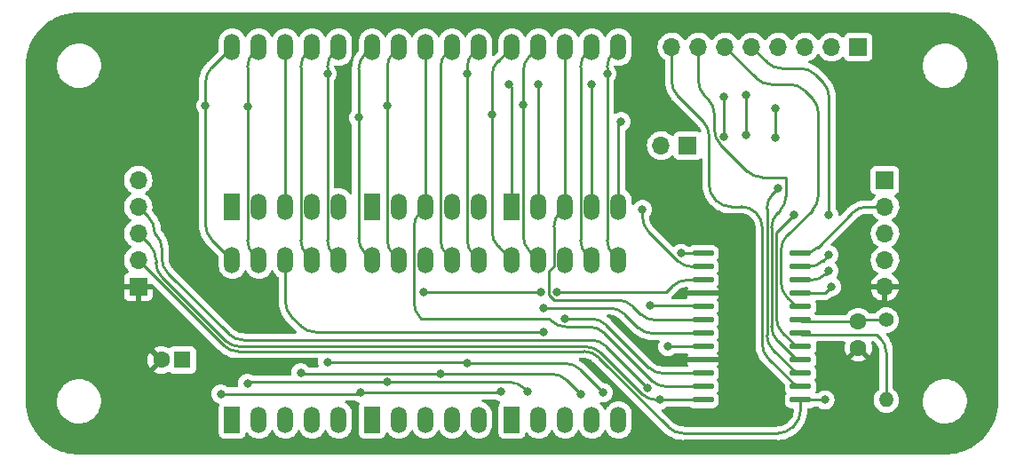
<source format=gbr>
%TF.GenerationSoftware,KiCad,Pcbnew,(6.0.0)*%
%TF.CreationDate,2022-01-04T00:37:29-05:00*%
%TF.ProjectId,spi led breakout,73706920-6c65-4642-9062-7265616b6f75,rev?*%
%TF.SameCoordinates,Original*%
%TF.FileFunction,Copper,L1,Top*%
%TF.FilePolarity,Positive*%
%FSLAX46Y46*%
G04 Gerber Fmt 4.6, Leading zero omitted, Abs format (unit mm)*
G04 Created by KiCad (PCBNEW (6.0.0)) date 2022-01-04 00:37:29*
%MOMM*%
%LPD*%
G01*
G04 APERTURE LIST*
G04 Aperture macros list*
%AMRoundRect*
0 Rectangle with rounded corners*
0 $1 Rounding radius*
0 $2 $3 $4 $5 $6 $7 $8 $9 X,Y pos of 4 corners*
0 Add a 4 corners polygon primitive as box body*
4,1,4,$2,$3,$4,$5,$6,$7,$8,$9,$2,$3,0*
0 Add four circle primitives for the rounded corners*
1,1,$1+$1,$2,$3*
1,1,$1+$1,$4,$5*
1,1,$1+$1,$6,$7*
1,1,$1+$1,$8,$9*
0 Add four rect primitives between the rounded corners*
20,1,$1+$1,$2,$3,$4,$5,0*
20,1,$1+$1,$4,$5,$6,$7,0*
20,1,$1+$1,$6,$7,$8,$9,0*
20,1,$1+$1,$8,$9,$2,$3,0*%
G04 Aperture macros list end*
%TA.AperFunction,ComponentPad*%
%ADD10R,1.600000X1.600000*%
%TD*%
%TA.AperFunction,ComponentPad*%
%ADD11C,1.600000*%
%TD*%
%TA.AperFunction,ComponentPad*%
%ADD12R,1.524000X2.524000*%
%TD*%
%TA.AperFunction,ComponentPad*%
%ADD13O,1.524000X2.524000*%
%TD*%
%TA.AperFunction,ComponentPad*%
%ADD14R,1.700000X1.700000*%
%TD*%
%TA.AperFunction,ComponentPad*%
%ADD15O,1.700000X1.700000*%
%TD*%
%TA.AperFunction,ComponentPad*%
%ADD16C,1.400000*%
%TD*%
%TA.AperFunction,ComponentPad*%
%ADD17O,1.400000X1.400000*%
%TD*%
%TA.AperFunction,SMDPad,CuDef*%
%ADD18RoundRect,0.137500X-0.862500X-0.137500X0.862500X-0.137500X0.862500X0.137500X-0.862500X0.137500X0*%
%TD*%
%TA.AperFunction,ViaPad*%
%ADD19C,0.800000*%
%TD*%
%TA.AperFunction,Conductor*%
%ADD20C,0.250000*%
%TD*%
G04 APERTURE END LIST*
D10*
%TO.P,C1,1*%
%TO.N,+5V*%
X118049112Y-118745000D03*
D11*
%TO.P,C1,2*%
%TO.N,GND*%
X116049112Y-118745000D03*
%TD*%
D12*
%TO.P,LED2,1,e*%
%TO.N,/E*%
X136144000Y-104140000D03*
D13*
%TO.P,LED2,2,d*%
%TO.N,/D*%
X138684000Y-104140000D03*
%TO.P,LED2,3,C.K.*%
%TO.N,/D2*%
X141224000Y-104140000D03*
%TO.P,LED2,4,c*%
%TO.N,/C*%
X143764000Y-104140000D03*
%TO.P,LED2,5,DP*%
%TO.N,/DP*%
X146304000Y-104140000D03*
%TO.P,LED2,6,b*%
%TO.N,/B*%
X146304000Y-88900000D03*
%TO.P,LED2,7,a*%
%TO.N,/A*%
X143764000Y-88900000D03*
%TO.P,LED2,8,C.K.*%
%TO.N,/D2*%
X141224000Y-88900000D03*
%TO.P,LED2,9,f*%
%TO.N,/F*%
X138684000Y-88900000D03*
%TO.P,LED2,10,g*%
%TO.N,/G*%
X136144000Y-88900000D03*
%TD*%
D14*
%TO.P,J4,1,Pin_1*%
%TO.N,/D8*%
X166248000Y-98298000D03*
D15*
%TO.P,J4,2,Pin_2*%
%TO.N,/D7*%
X163708000Y-98298000D03*
%TD*%
D12*
%TO.P,LED5,1,e*%
%TO.N,/E*%
X136144000Y-124460000D03*
D13*
%TO.P,LED5,2,d*%
%TO.N,/D*%
X138684000Y-124460000D03*
%TO.P,LED5,3,C.K.*%
%TO.N,/D5*%
X141224000Y-124460000D03*
%TO.P,LED5,4,c*%
%TO.N,/C*%
X143764000Y-124460000D03*
%TO.P,LED5,5,DP*%
%TO.N,/DP*%
X146304000Y-124460000D03*
%TO.P,LED5,6,b*%
%TO.N,/B*%
X146304000Y-109220000D03*
%TO.P,LED5,7,a*%
%TO.N,/A*%
X143764000Y-109220000D03*
%TO.P,LED5,8,C.K.*%
%TO.N,/D5*%
X141224000Y-109220000D03*
%TO.P,LED5,9,f*%
%TO.N,/F*%
X138684000Y-109220000D03*
%TO.P,LED5,10,g*%
%TO.N,/G*%
X136144000Y-109220000D03*
%TD*%
D12*
%TO.P,LED3,1,e*%
%TO.N,/E*%
X149479000Y-104140000D03*
D13*
%TO.P,LED3,2,d*%
%TO.N,/D*%
X152019000Y-104140000D03*
%TO.P,LED3,3,C.K.*%
%TO.N,/D3*%
X154559000Y-104140000D03*
%TO.P,LED3,4,c*%
%TO.N,/C*%
X157099000Y-104140000D03*
%TO.P,LED3,5,DP*%
%TO.N,/DP*%
X159639000Y-104140000D03*
%TO.P,LED3,6,b*%
%TO.N,/B*%
X159639000Y-88900000D03*
%TO.P,LED3,7,a*%
%TO.N,/A*%
X157099000Y-88900000D03*
%TO.P,LED3,8,C.K.*%
%TO.N,/D3*%
X154559000Y-88900000D03*
%TO.P,LED3,9,f*%
%TO.N,/F*%
X152019000Y-88900000D03*
%TO.P,LED3,10,g*%
%TO.N,/G*%
X149479000Y-88900000D03*
%TD*%
D12*
%TO.P,LED6,1,e*%
%TO.N,/E*%
X149479000Y-124460000D03*
D13*
%TO.P,LED6,2,d*%
%TO.N,/D*%
X152019000Y-124460000D03*
%TO.P,LED6,3,C.K.*%
%TO.N,/D6*%
X154559000Y-124460000D03*
%TO.P,LED6,4,c*%
%TO.N,/C*%
X157099000Y-124460000D03*
%TO.P,LED6,5,DP*%
%TO.N,/DP*%
X159639000Y-124460000D03*
%TO.P,LED6,6,b*%
%TO.N,/B*%
X159639000Y-109220000D03*
%TO.P,LED6,7,a*%
%TO.N,/A*%
X157099000Y-109220000D03*
%TO.P,LED6,8,C.K.*%
%TO.N,/D6*%
X154559000Y-109220000D03*
%TO.P,LED6,9,f*%
%TO.N,/F*%
X152019000Y-109220000D03*
%TO.P,LED6,10,g*%
%TO.N,/G*%
X149479000Y-109220000D03*
%TD*%
D16*
%TO.P,R1,1*%
%TO.N,+5V*%
X185166000Y-114935000D03*
D17*
%TO.P,R1,2*%
%TO.N,Net-(R1-Pad2)*%
X185166000Y-122555000D03*
%TD*%
D11*
%TO.P,C2,1*%
%TO.N,+5V*%
X182499000Y-115082000D03*
%TO.P,C2,2*%
%TO.N,GND*%
X182499000Y-117582000D03*
%TD*%
D12*
%TO.P,LED1,1,e*%
%TO.N,/E*%
X122809000Y-104140000D03*
D13*
%TO.P,LED1,2,d*%
%TO.N,/D*%
X125349000Y-104140000D03*
%TO.P,LED1,3,C.K.*%
%TO.N,/D1*%
X127889000Y-104140000D03*
%TO.P,LED1,4,c*%
%TO.N,/C*%
X130429000Y-104140000D03*
%TO.P,LED1,5,DP*%
%TO.N,/DP*%
X132969000Y-104140000D03*
%TO.P,LED1,6,b*%
%TO.N,/B*%
X132969000Y-88900000D03*
%TO.P,LED1,7,a*%
%TO.N,/A*%
X130429000Y-88900000D03*
%TO.P,LED1,8,C.K.*%
%TO.N,/D1*%
X127889000Y-88900000D03*
%TO.P,LED1,9,f*%
%TO.N,/F*%
X125349000Y-88900000D03*
%TO.P,LED1,10,g*%
%TO.N,/G*%
X122809000Y-88900000D03*
%TD*%
D12*
%TO.P,LED4,1,e*%
%TO.N,/E*%
X122809000Y-124460000D03*
D13*
%TO.P,LED4,2,d*%
%TO.N,/D*%
X125349000Y-124460000D03*
%TO.P,LED4,3,C.K.*%
%TO.N,/D4*%
X127889000Y-124460000D03*
%TO.P,LED4,4,c*%
%TO.N,/C*%
X130429000Y-124460000D03*
%TO.P,LED4,5,DP*%
%TO.N,/DP*%
X132969000Y-124460000D03*
%TO.P,LED4,6,b*%
%TO.N,/B*%
X132969000Y-109220000D03*
%TO.P,LED4,7,a*%
%TO.N,/A*%
X130429000Y-109220000D03*
%TO.P,LED4,8,C.K.*%
%TO.N,/D4*%
X127889000Y-109220000D03*
%TO.P,LED4,9,f*%
%TO.N,/F*%
X125349000Y-109220000D03*
%TO.P,LED4,10,g*%
%TO.N,/G*%
X122809000Y-109220000D03*
%TD*%
D14*
%TO.P,J3,1,Pin_1*%
%TO.N,/DP*%
X182499000Y-88900000D03*
D15*
%TO.P,J3,2,Pin_2*%
%TO.N,/G*%
X179959000Y-88900000D03*
%TO.P,J3,3,Pin_3*%
%TO.N,/F*%
X177419000Y-88900000D03*
%TO.P,J3,4,Pin_4*%
%TO.N,/E*%
X174879000Y-88900000D03*
%TO.P,J3,5,Pin_5*%
%TO.N,/D*%
X172339000Y-88900000D03*
%TO.P,J3,6,Pin_6*%
%TO.N,/C*%
X169799000Y-88900000D03*
%TO.P,J3,7,Pin_7*%
%TO.N,/B*%
X167259000Y-88900000D03*
%TO.P,J3,8,Pin_8*%
%TO.N,/A*%
X164719000Y-88900000D03*
%TD*%
D14*
%TO.P,J2,1,Pin_1*%
%TO.N,+5V*%
X185039000Y-101605000D03*
D15*
%TO.P,J2,2,Pin_2*%
%TO.N,/Dout*%
X185039000Y-104145000D03*
%TO.P,J2,3,Pin_3*%
%TO.N,/Load*%
X185039000Y-106685000D03*
%TO.P,J2,4,Pin_4*%
%TO.N,/Clk*%
X185039000Y-109225000D03*
%TO.P,J2,5,Pin_5*%
%TO.N,GND*%
X185039000Y-111765000D03*
%TD*%
D14*
%TO.P,J1,1,Pin_1*%
%TO.N,GND*%
X113849000Y-111755000D03*
D15*
%TO.P,J1,2,Pin_2*%
%TO.N,/Clk*%
X113849000Y-109215000D03*
%TO.P,J1,3,Pin_3*%
%TO.N,/Load*%
X113849000Y-106675000D03*
%TO.P,J1,4,Pin_4*%
%TO.N,/Din*%
X113849000Y-104135000D03*
%TO.P,J1,5,Pin_5*%
%TO.N,+5V*%
X113849000Y-101595000D03*
%TD*%
D18*
%TO.P,U1,1,DIN*%
%TO.N,/Din*%
X167689000Y-108585000D03*
%TO.P,U1,2,DIG_0*%
%TO.N,/D1*%
X167689000Y-109855000D03*
%TO.P,U1,3,DIG_4*%
%TO.N,/D5*%
X167689000Y-111125000D03*
%TO.P,U1,4,GND*%
%TO.N,GND*%
X167689000Y-112395000D03*
%TO.P,U1,5,DIG_6*%
%TO.N,/D7*%
X167689000Y-113665000D03*
%TO.P,U1,6,DIG_2*%
%TO.N,/D3*%
X167689000Y-114935000D03*
%TO.P,U1,7,DIG_3*%
%TO.N,/D4*%
X167689000Y-116205000D03*
%TO.P,U1,8,DIG_7*%
%TO.N,/D8*%
X167689000Y-117475000D03*
%TO.P,U1,9,GND*%
%TO.N,GND*%
X167689000Y-118745000D03*
%TO.P,U1,10,DIG_5*%
%TO.N,/D6*%
X167689000Y-120015000D03*
%TO.P,U1,11,DIG_1*%
%TO.N,/D2*%
X167689000Y-121285000D03*
%TO.P,U1,12,LOAD*%
%TO.N,/Load*%
X167689000Y-122555000D03*
%TO.P,U1,13,CLK*%
%TO.N,/Clk*%
X176989000Y-122555000D03*
%TO.P,U1,14,SEG_A*%
%TO.N,/A*%
X176989000Y-121285000D03*
%TO.P,U1,15,SEG_F*%
%TO.N,/F*%
X176989000Y-120015000D03*
%TO.P,U1,16,SEG_B*%
%TO.N,/B*%
X176989000Y-118745000D03*
%TO.P,U1,17,SEG_G*%
%TO.N,/G*%
X176989000Y-117475000D03*
%TO.P,U1,18,ISET*%
%TO.N,Net-(R1-Pad2)*%
X176989000Y-116205000D03*
%TO.P,U1,19,V+*%
%TO.N,+5V*%
X176989000Y-114935000D03*
%TO.P,U1,20,SEG_C*%
%TO.N,/C*%
X176989000Y-113665000D03*
%TO.P,U1,21,SEG_E*%
%TO.N,/E*%
X176989000Y-112395000D03*
%TO.P,U1,22,SEG_DP*%
%TO.N,/DP*%
X176989000Y-111125000D03*
%TO.P,U1,23,SEG_D*%
%TO.N,/D*%
X176989000Y-109855000D03*
%TO.P,U1,24,DOUT*%
%TO.N,/Dout*%
X176989000Y-108585000D03*
%TD*%
D19*
%TO.N,GND*%
X172085000Y-124460000D03*
X179197000Y-125222000D03*
%TO.N,/Clk*%
X179324000Y-122555000D03*
%TO.N,/Load*%
X163576000Y-122555000D03*
%TO.N,/Din*%
X165608000Y-108585000D03*
X162433000Y-121412000D03*
%TO.N,/DP*%
X158185520Y-121849480D03*
X145217480Y-119069520D03*
X179705000Y-110236000D03*
X159893000Y-96012000D03*
X131882480Y-118942520D03*
%TO.N,/G*%
X120269000Y-94488000D03*
X174625000Y-97536000D03*
X134874000Y-95631000D03*
X176403000Y-104902000D03*
X174625000Y-94742000D03*
X147574000Y-95377000D03*
%TO.N,/F*%
X174879000Y-102362000D03*
X137597480Y-94488000D03*
X150565511Y-94417489D03*
X171831000Y-97282000D03*
X124262480Y-94558520D03*
X171831000Y-93472000D03*
%TO.N,/E*%
X135057480Y-121863520D03*
X169640969Y-93630031D03*
X179959000Y-111760000D03*
X149225000Y-92456000D03*
X169640969Y-97440031D03*
X121722480Y-121990520D03*
X148392480Y-121736520D03*
%TO.N,/D*%
X137597480Y-120847520D03*
X124262480Y-120974520D03*
X150932480Y-121736520D03*
X179705000Y-108712000D03*
X179705000Y-104902000D03*
X152019000Y-92456000D03*
%TO.N,/C*%
X157099000Y-92456000D03*
X142677480Y-120085520D03*
X156012480Y-121990520D03*
X129342480Y-119958520D03*
%TO.N,/B*%
X131882480Y-91440000D03*
X158552480Y-91440000D03*
X145217480Y-91440000D03*
%TO.N,/D8*%
X164338000Y-117475000D03*
%TO.N,/D7*%
X162687000Y-113538000D03*
%TO.N,/D1*%
X161927286Y-104391714D03*
%TO.N,/D4*%
X152527000Y-116078000D03*
X152527000Y-113792000D03*
%TO.N,/D5*%
X153797000Y-112268000D03*
X141097000Y-112268000D03*
X152273000Y-112268000D03*
%TO.N,/D6*%
X154559000Y-114808000D03*
%TD*%
D20*
%TO.N,+5V*%
X182753000Y-115082000D02*
X177136000Y-115082000D01*
X185166000Y-114935000D02*
X182900000Y-114935000D01*
X182900000Y-114935000D02*
X182753000Y-115082000D01*
X177136000Y-115082000D02*
X176989000Y-114935000D01*
%TO.N,/Clk*%
X176989000Y-122555000D02*
X176989000Y-123553573D01*
X156335573Y-117921000D02*
X123383427Y-117921000D01*
X176403213Y-124967787D02*
X176226786Y-125144214D01*
X164387213Y-125144213D02*
X157749786Y-118506786D01*
X121969213Y-117335213D02*
X113849000Y-109215000D01*
X174812573Y-125730000D02*
X165801427Y-125730000D01*
X176989000Y-122555000D02*
X179324000Y-122555000D01*
X164387213Y-125144213D02*
G75*
G03*
X165801427Y-125730000I1414214J1414213D01*
G01*
X174812573Y-125729999D02*
G75*
G03*
X176226785Y-125144213I0J1999999D01*
G01*
X121969213Y-117335213D02*
G75*
G03*
X123383427Y-117921000I1414214J1414213D01*
G01*
X176403213Y-124967787D02*
G75*
G03*
X176989000Y-123553573I-1414213J1414214D01*
G01*
X157749786Y-118506786D02*
G75*
G03*
X156335573Y-117921000I-1414213J-1414214D01*
G01*
%TO.N,/Load*%
X122155411Y-116885693D02*
X116123286Y-110853568D01*
X167689000Y-122555000D02*
X163576000Y-122555000D01*
X114951713Y-107777713D02*
X113849000Y-106675000D01*
X156521771Y-117471480D02*
X123569625Y-117471480D01*
X115537500Y-109439355D02*
X115537500Y-109191927D01*
X161847931Y-121969213D02*
X157935984Y-118057266D01*
X163576000Y-122555000D02*
X163262145Y-122555000D01*
X161847931Y-121969213D02*
G75*
G03*
X163262145Y-122555000I1414214J1414213D01*
G01*
X123569625Y-117471479D02*
G75*
G02*
X122155412Y-116885692I0J1999999D01*
G01*
X115537501Y-109439355D02*
G75*
G03*
X116123287Y-110853567I1999999J0D01*
G01*
X114951713Y-107777713D02*
G75*
G02*
X115537500Y-109191927I-1414213J-1414214D01*
G01*
X157935984Y-118057266D02*
G75*
G03*
X156521771Y-117471480I-1414213J-1414214D01*
G01*
%TO.N,/Din*%
X162433000Y-121412000D02*
X158446786Y-117425786D01*
X114824713Y-105110713D02*
X113849000Y-104135000D01*
X115523572Y-106760572D02*
X115410500Y-106647500D01*
X115410500Y-106647500D02*
X115410500Y-106524927D01*
X167689000Y-108585000D02*
X165608000Y-108585000D01*
X157032573Y-116840000D02*
X123891427Y-116840000D01*
X122477213Y-116254213D02*
X116695145Y-110472145D01*
X116109359Y-109057932D02*
X116109359Y-108174786D01*
X115410499Y-106524927D02*
G75*
G03*
X114824712Y-105110714I-1999999J0D01*
G01*
X158446786Y-117425786D02*
G75*
G03*
X157032573Y-116840000I-1414213J-1414214D01*
G01*
X116109358Y-108174786D02*
G75*
G03*
X115523571Y-106760573I-1999999J0D01*
G01*
X116695145Y-110472145D02*
G75*
G02*
X116109359Y-109057932I1414214J1414213D01*
G01*
X122477213Y-116254213D02*
G75*
G03*
X123891427Y-116840000I1414214J1414213D01*
G01*
%TO.N,/Dout*%
X178639787Y-107999213D02*
X181908214Y-104730786D01*
X183322427Y-104145000D02*
X185039000Y-104145000D01*
X176989000Y-108585000D02*
X177225573Y-108585000D01*
X183322427Y-104145001D02*
G75*
G03*
X181908215Y-104730787I0J-1999999D01*
G01*
X177225573Y-108584999D02*
G75*
G03*
X178639786Y-107999212I0J1999999D01*
G01*
%TO.N,/DP*%
X131882480Y-118942520D02*
X145090480Y-118942520D01*
X159893000Y-96012000D02*
X159639000Y-96266000D01*
X145217480Y-119069520D02*
X154577133Y-119069520D01*
X179401787Y-110539213D02*
X179705000Y-110236000D01*
X159639000Y-96266000D02*
X159639000Y-104140000D01*
X145090480Y-118942520D02*
X145217480Y-119069520D01*
X176989000Y-111125000D02*
X177987573Y-111125000D01*
X155991347Y-119655307D02*
X158185520Y-121849480D01*
X155991347Y-119655307D02*
G75*
G03*
X154577133Y-119069520I-1414214J-1414213D01*
G01*
X179401787Y-110539213D02*
G75*
G02*
X177987573Y-111125000I-1414214J1414213D01*
G01*
%TO.N,/G*%
X120269000Y-94488000D02*
X120269000Y-92268427D01*
X134874000Y-107121573D02*
X134874000Y-95631000D01*
X149479000Y-109220000D02*
X148159786Y-107900786D01*
X147574000Y-94107000D02*
X147574000Y-91633427D01*
X174683480Y-106875520D02*
X174683480Y-106621520D01*
X120269000Y-105851573D02*
X120269000Y-94488000D01*
X176605606Y-117475000D02*
X175269266Y-116138660D01*
X174683480Y-107255802D02*
X174683480Y-106875520D01*
X122809000Y-109220000D02*
X120854786Y-107265786D01*
X136144000Y-109220000D02*
X135459786Y-108535786D01*
X148159787Y-90219213D02*
X149479000Y-88900000D01*
X120854787Y-90854213D02*
X122809000Y-88900000D01*
X174683480Y-106621520D02*
X176403000Y-104902000D01*
X174625000Y-94742000D02*
X174625000Y-97536000D01*
X147574000Y-106486573D02*
X147574000Y-95377000D01*
X147574000Y-95377000D02*
X147574000Y-94107000D01*
X134874000Y-95631000D02*
X134874000Y-90998427D01*
X176989000Y-117475000D02*
X176605606Y-117475000D01*
X174683480Y-114724447D02*
X174683480Y-107255802D01*
X135459787Y-89584213D02*
X136144000Y-88900000D01*
X147574001Y-106486573D02*
G75*
G03*
X148159787Y-107900785I1999999J0D01*
G01*
X135459787Y-89584213D02*
G75*
G03*
X134874000Y-90998427I1414213J-1414214D01*
G01*
X174683481Y-114724447D02*
G75*
G03*
X175269267Y-116138659I1999999J0D01*
G01*
X120854787Y-90854213D02*
G75*
G03*
X120269000Y-92268427I1414213J-1414214D01*
G01*
X120854786Y-107265786D02*
G75*
G02*
X120269000Y-105851573I1414214J1414213D01*
G01*
X135459786Y-108535786D02*
G75*
G02*
X134874000Y-107121573I1414214J1414213D01*
G01*
X148159787Y-90219213D02*
G75*
G03*
X147574000Y-91633427I1414213J-1414214D01*
G01*
%TO.N,/F*%
X151151298Y-108352298D02*
X152019000Y-109220000D01*
X138684000Y-88900000D02*
X138183266Y-89400734D01*
X173784440Y-116365407D02*
X173784440Y-104284987D01*
X176605606Y-120015000D02*
X174370226Y-117779620D01*
X124262480Y-94558520D02*
X124262480Y-107305053D01*
X174370227Y-102870773D02*
X174879000Y-102362000D01*
X124262480Y-90814947D02*
X124262480Y-94558520D01*
X150565511Y-91181916D02*
X150565511Y-94417489D01*
X137597480Y-90814947D02*
X137597480Y-94939520D01*
X150565511Y-94417489D02*
X150565511Y-106938084D01*
X124848267Y-108719267D02*
X125349000Y-109220000D01*
X137597480Y-94939520D02*
X137597480Y-107305053D01*
X125349000Y-88900000D02*
X124848266Y-89400734D01*
X176989000Y-120015000D02*
X176605606Y-120015000D01*
X152019000Y-88900000D02*
X151151297Y-89767703D01*
X171831000Y-93472000D02*
X171831000Y-97282000D01*
X138183267Y-108719267D02*
X138684000Y-109220000D01*
X124848267Y-108719267D02*
G75*
G02*
X124262480Y-107305053I1414213J1414214D01*
G01*
X124848266Y-89400734D02*
G75*
G03*
X124262480Y-90814947I1414214J-1414213D01*
G01*
X174370226Y-117779620D02*
G75*
G02*
X173784440Y-116365407I1414214J1414213D01*
G01*
X151151298Y-108352298D02*
G75*
G02*
X150565511Y-106938084I1414213J1414214D01*
G01*
X138183266Y-89400734D02*
G75*
G03*
X137597480Y-90814947I1414214J-1414213D01*
G01*
X151151297Y-89767703D02*
G75*
G03*
X150565511Y-91181916I1414214J-1414213D01*
G01*
X173784441Y-104284987D02*
G75*
G02*
X174370228Y-102870774I1999999J0D01*
G01*
X138183267Y-108719267D02*
G75*
G02*
X137597480Y-107305053I1414213J1414214D01*
G01*
%TO.N,/E*%
X121722480Y-121990520D02*
X134930480Y-121990520D01*
X149479000Y-92710000D02*
X149479000Y-104140000D01*
X135057480Y-121863520D02*
X148265480Y-121863520D01*
X169640969Y-93630031D02*
X169640969Y-97440031D01*
X149225000Y-92456000D02*
X149479000Y-92710000D01*
X134930480Y-121990520D02*
X135057480Y-121863520D01*
X179070000Y-112395000D02*
X179324000Y-112395000D01*
X148265480Y-121863520D02*
X148392480Y-121736520D01*
X179324000Y-112395000D02*
X179959000Y-111760000D01*
X176989000Y-112395000D02*
X179070000Y-112395000D01*
%TO.N,/D*%
X176989000Y-109855000D02*
X177733573Y-109855000D01*
X137597480Y-120847520D02*
X124389480Y-120847520D01*
X149215053Y-120847520D02*
X137597480Y-120847520D01*
X175199427Y-90932000D02*
X176971573Y-90932000D01*
X124389480Y-120847520D02*
X124262480Y-120974520D01*
X179705000Y-93665427D02*
X179705000Y-104902000D01*
X172339000Y-88900000D02*
X173785214Y-90346214D01*
X179147787Y-109269213D02*
X179705000Y-108712000D01*
X150932480Y-121736520D02*
X150629266Y-121433306D01*
X178385787Y-91517787D02*
X179119214Y-92251214D01*
X152019000Y-92456000D02*
X152019000Y-104140000D01*
X175199427Y-90931999D02*
G75*
G02*
X173785215Y-90346213I0J1999999D01*
G01*
X176971573Y-90932001D02*
G75*
G02*
X178385786Y-91517788I0J-1999999D01*
G01*
X177733573Y-109854999D02*
G75*
G03*
X179147786Y-109269212I0J1999999D01*
G01*
X179119214Y-92251214D02*
G75*
G02*
X179705000Y-93665427I-1414214J-1414213D01*
G01*
X150629266Y-121433306D02*
G75*
G03*
X149215053Y-120847520I-1414213J-1414214D01*
G01*
%TO.N,/C*%
X157099000Y-92456000D02*
X157099000Y-104140000D01*
X169799000Y-88900000D02*
X172769214Y-91870214D01*
X178689000Y-95189427D02*
X178689000Y-103057573D01*
X129469480Y-120085520D02*
X129342480Y-119958520D01*
X175718787Y-112778181D02*
X176605606Y-113665000D01*
X175133000Y-108270427D02*
X175133000Y-111363967D01*
X178103213Y-104471787D02*
X175718786Y-106856214D01*
X176605606Y-113665000D02*
X176989000Y-113665000D01*
X142677480Y-120085520D02*
X129469480Y-120085520D01*
X156012480Y-121990520D02*
X154693266Y-120671306D01*
X177369787Y-93041787D02*
X178103214Y-93775214D01*
X174183427Y-92456000D02*
X175955573Y-92456000D01*
X153279053Y-120085520D02*
X142677480Y-120085520D01*
X175133001Y-108270427D02*
G75*
G02*
X175718787Y-106856215I1999999J0D01*
G01*
X175955573Y-92456001D02*
G75*
G02*
X177369786Y-93041788I0J-1999999D01*
G01*
X175718787Y-112778181D02*
G75*
G02*
X175133000Y-111363967I1414213J1414214D01*
G01*
X174183427Y-92455999D02*
G75*
G02*
X172769215Y-91870213I0J1999999D01*
G01*
X178688999Y-95189427D02*
G75*
G03*
X178103213Y-93775215I-1999999J0D01*
G01*
X153279053Y-120085521D02*
G75*
G02*
X154693265Y-120671307I0J-1999999D01*
G01*
X178103213Y-104471787D02*
G75*
G03*
X178689000Y-103057573I-1414213J1414214D01*
G01*
%TO.N,/B*%
X175603511Y-101308511D02*
X173313262Y-101308511D01*
X159138267Y-108719267D02*
X159639000Y-109220000D01*
X131882480Y-90814947D02*
X131882480Y-91891520D01*
X168783000Y-96778249D02*
X168783000Y-95316427D01*
X174233960Y-106121467D02*
X174233960Y-115544927D01*
X159639000Y-88900000D02*
X159138266Y-89400734D01*
X158552480Y-91891520D02*
X158552480Y-107305053D01*
X176605606Y-118745000D02*
X176989000Y-118745000D01*
X146304000Y-88900000D02*
X145803266Y-89400734D01*
X145217480Y-90814947D02*
X145217480Y-91891520D01*
X145803267Y-108719267D02*
X146304000Y-109220000D01*
X131882480Y-91891520D02*
X131882480Y-107305053D01*
X132468267Y-108719267D02*
X132969000Y-109220000D01*
X158552480Y-90814947D02*
X158552480Y-91891520D01*
X175603511Y-101308511D02*
X175603511Y-103095062D01*
X167844787Y-93549787D02*
X168197214Y-93902214D01*
X145217480Y-91891520D02*
X145217480Y-107305053D01*
X175017724Y-104509276D02*
X174819746Y-104707254D01*
X171899048Y-100722724D02*
X169368786Y-98192462D01*
X132969000Y-88900000D02*
X132468266Y-89400734D01*
X174819747Y-116959141D02*
X176605606Y-118745000D01*
X167259000Y-88900000D02*
X167259000Y-92135573D01*
X158552481Y-107305053D02*
G75*
G03*
X159138268Y-108719266I1999999J0D01*
G01*
X131882481Y-90814947D02*
G75*
G02*
X132468267Y-89400735I1999999J0D01*
G01*
X145217481Y-90814947D02*
G75*
G02*
X145803267Y-89400735I1999999J0D01*
G01*
X131882481Y-107305053D02*
G75*
G03*
X132468268Y-108719266I1999999J0D01*
G01*
X175017724Y-104509276D02*
G75*
G03*
X175603511Y-103095062I-1414213J1414214D01*
G01*
X168782999Y-95316427D02*
G75*
G03*
X168197213Y-93902215I-1999999J0D01*
G01*
X174819747Y-116959141D02*
G75*
G02*
X174233960Y-115544927I1414213J1414214D01*
G01*
X145803267Y-108719267D02*
G75*
G02*
X145217480Y-107305053I1414213J1414214D01*
G01*
X167844787Y-93549787D02*
G75*
G02*
X167259000Y-92135573I1414213J1414214D01*
G01*
X174819746Y-104707254D02*
G75*
G03*
X174233960Y-106121467I1414214J-1414213D01*
G01*
X158552481Y-90814947D02*
G75*
G02*
X159138267Y-89400735I1999999J0D01*
G01*
X168783001Y-96778249D02*
G75*
G03*
X169368787Y-98192461I1999999J0D01*
G01*
X173313262Y-101308510D02*
G75*
G02*
X171899049Y-100722723I0J1999999D01*
G01*
%TO.N,/A*%
X170353347Y-104119920D02*
X171334920Y-104119920D01*
X157099000Y-88900000D02*
X156598266Y-89400734D01*
X168275000Y-97388587D02*
X168275000Y-102041573D01*
X156012480Y-90814947D02*
X156012480Y-107305053D01*
X142677480Y-90814947D02*
X142677480Y-107305053D01*
X143263267Y-108719267D02*
X143764000Y-109220000D01*
X173920707Y-118600101D02*
X176605606Y-121285000D01*
X129342480Y-90814947D02*
X129342480Y-107305053D01*
X168860787Y-103455787D02*
X168939134Y-103534134D01*
X130429000Y-88900000D02*
X129928266Y-89400734D01*
X164719000Y-88900000D02*
X164719000Y-92175733D01*
X176605606Y-121285000D02*
X176989000Y-121285000D01*
X129928267Y-108719267D02*
X130429000Y-109220000D01*
X165304787Y-93589947D02*
X167689214Y-95974374D01*
X143764000Y-88900000D02*
X143263266Y-89400734D01*
X156598267Y-108719267D02*
X157099000Y-109220000D01*
X173334920Y-106119920D02*
X173334920Y-117185887D01*
X167689214Y-95974374D02*
G75*
G02*
X168275000Y-97388587I-1414214J-1414213D01*
G01*
X168275001Y-102041573D02*
G75*
G03*
X168860788Y-103455786I1999999J0D01*
G01*
X156012481Y-107305053D02*
G75*
G03*
X156598268Y-108719266I1999999J0D01*
G01*
X170353347Y-104119919D02*
G75*
G02*
X168939135Y-103534133I0J1999999D01*
G01*
X129928266Y-89400734D02*
G75*
G03*
X129342480Y-90814947I1414214J-1414213D01*
G01*
X156012481Y-90814947D02*
G75*
G02*
X156598267Y-89400735I1999999J0D01*
G01*
X143263266Y-89400734D02*
G75*
G03*
X142677480Y-90814947I1414214J-1414213D01*
G01*
X143263267Y-108719267D02*
G75*
G02*
X142677480Y-107305053I1414213J1414214D01*
G01*
X173920707Y-118600101D02*
G75*
G02*
X173334920Y-117185887I1414213J1414214D01*
G01*
X165304787Y-93589947D02*
G75*
G02*
X164719000Y-92175733I1414213J1414214D01*
G01*
X173334920Y-106119920D02*
G75*
G03*
X171334920Y-104119920I-1999999J1D01*
G01*
X129928267Y-108719267D02*
G75*
G02*
X129342480Y-107305053I1414213J1414214D01*
G01*
%TO.N,/D8*%
X167689000Y-117475000D02*
X164338000Y-117475000D01*
%TO.N,/D7*%
X167562000Y-113538000D02*
X162687000Y-113538000D01*
X167689000Y-113665000D02*
X167562000Y-113538000D01*
%TO.N,/D1*%
X161927286Y-104391714D02*
X161927286Y-105100473D01*
X127889000Y-88900000D02*
X127889000Y-104140000D01*
X162513073Y-106514687D02*
X165267600Y-109269214D01*
X166681813Y-109855000D02*
X167689000Y-109855000D01*
X166681813Y-109854999D02*
G75*
G02*
X165267601Y-109269213I0J1999999D01*
G01*
X162513073Y-106514687D02*
G75*
G02*
X161927286Y-105100473I1414213J1414214D01*
G01*
%TO.N,/D2*%
X167689000Y-121285000D02*
X164208907Y-121285000D01*
X156837053Y-115570000D02*
X154625427Y-115570000D01*
X162794693Y-120699213D02*
X158251266Y-116155786D01*
X140723267Y-104640733D02*
X141224000Y-104140000D01*
X153035000Y-114808000D02*
X140843000Y-114808000D01*
X153211213Y-114984213D02*
X153035000Y-114808000D01*
X141224000Y-88900000D02*
X141224000Y-104140000D01*
X140843000Y-114808000D02*
X140723266Y-114688266D01*
X140137480Y-113274053D02*
X140137480Y-106054947D01*
X162794693Y-120699213D02*
G75*
G03*
X164208907Y-121285000I1414214J1414213D01*
G01*
X154625427Y-115569999D02*
G75*
G02*
X153211214Y-114984212I0J1999999D01*
G01*
X156837053Y-115570001D02*
G75*
G02*
X158251265Y-116155787I0J-1999999D01*
G01*
X140137481Y-106054947D02*
G75*
G02*
X140723268Y-104640734I1999999J0D01*
G01*
X140723266Y-114688266D02*
G75*
G02*
X140137480Y-113274053I1414214J1414213D01*
G01*
%TO.N,/D3*%
X153035000Y-112530614D02*
X153035000Y-110236000D01*
X153035000Y-110236000D02*
X153472480Y-109798520D01*
X167689000Y-114935000D02*
X163134427Y-114935000D01*
X161720213Y-114349213D02*
X160986786Y-113615786D01*
X154559000Y-88900000D02*
X154559000Y-104140000D01*
X154058267Y-104640733D02*
X154559000Y-104140000D01*
X153534386Y-113030000D02*
X153035000Y-112530614D01*
X153472480Y-109798520D02*
X153472480Y-106054947D01*
X159572573Y-113030000D02*
X153534386Y-113030000D01*
X161720213Y-114349213D02*
G75*
G03*
X163134427Y-114935000I1414214J1414213D01*
G01*
X160986786Y-113615786D02*
G75*
G03*
X159572573Y-113030000I-1414213J-1414214D01*
G01*
X154058267Y-104640733D02*
G75*
G03*
X153472480Y-106054947I1414213J-1414214D01*
G01*
%TO.N,/D4*%
X152527000Y-116078000D02*
X130749427Y-116078000D01*
X129335213Y-115492213D02*
X128474786Y-114631786D01*
X127889000Y-113217573D02*
X127889000Y-109220000D01*
X167689000Y-116205000D02*
X162880427Y-116205000D01*
X161466213Y-115619213D02*
X160224786Y-114377786D01*
X158810573Y-113792000D02*
X152527000Y-113792000D01*
X130749427Y-116077999D02*
G75*
G02*
X129335214Y-115492212I0J1999999D01*
G01*
X127889001Y-113217573D02*
G75*
G03*
X128474787Y-114631785I1999999J0D01*
G01*
X158810573Y-113792001D02*
G75*
G02*
X160224785Y-114377787I0J-1999999D01*
G01*
X161466213Y-115619213D02*
G75*
G03*
X162880427Y-116205000I1414214J1414213D01*
G01*
%TO.N,/D5*%
X152273000Y-112268000D02*
X141097000Y-112268000D01*
X167689000Y-111125000D02*
X166182427Y-111125000D01*
X164211000Y-112268000D02*
X153797000Y-112268000D01*
X164768213Y-111710787D02*
X164211000Y-112268000D01*
X166182427Y-111125001D02*
G75*
G03*
X164768214Y-111710788I0J-1999999D01*
G01*
%TO.N,/D6*%
X167689000Y-120015000D02*
X163896427Y-120015000D01*
X154559000Y-114808000D02*
X157032573Y-114808000D01*
X158446787Y-115393787D02*
X162482214Y-119429214D01*
X162482214Y-119429214D02*
G75*
G03*
X163896427Y-120015000I1414213J1414214D01*
G01*
X158446787Y-115393787D02*
G75*
G03*
X157032573Y-114808000I-1414214J-1414213D01*
G01*
%TO.N,Net-(R1-Pad2)*%
X184580213Y-116635213D02*
X184277000Y-116332000D01*
X184277000Y-116332000D02*
X177116000Y-116332000D01*
X177116000Y-116332000D02*
X176989000Y-116205000D01*
X185166000Y-122555000D02*
X185166000Y-118049427D01*
X185165999Y-118049427D02*
G75*
G03*
X184580212Y-116635214I-1999999J0D01*
G01*
%TD*%
%TA.AperFunction,Conductor*%
%TO.N,GND*%
G36*
X155426362Y-85595531D02*
G01*
X190704667Y-85597997D01*
X190724033Y-85599497D01*
X190735287Y-85601249D01*
X190738859Y-85601805D01*
X190738860Y-85601805D01*
X190747730Y-85603186D01*
X190768639Y-85600452D01*
X190790176Y-85599496D01*
X190964664Y-85606713D01*
X191168297Y-85615136D01*
X191178675Y-85615996D01*
X191381822Y-85641318D01*
X191584977Y-85666640D01*
X191595233Y-85668352D01*
X191782938Y-85707709D01*
X191995961Y-85752376D01*
X192006056Y-85754932D01*
X192196937Y-85811759D01*
X192398482Y-85871762D01*
X192408323Y-85875141D01*
X192789765Y-86023980D01*
X192799296Y-86028160D01*
X192832470Y-86044378D01*
X193167125Y-86207981D01*
X193176284Y-86212937D01*
X193528022Y-86422528D01*
X193536740Y-86428224D01*
X193869957Y-86666136D01*
X193878175Y-86672532D01*
X194190625Y-86937163D01*
X194198286Y-86944217D01*
X194487783Y-87233714D01*
X194494837Y-87241375D01*
X194759468Y-87553825D01*
X194765864Y-87562043D01*
X195003776Y-87895260D01*
X195009472Y-87903978D01*
X195156334Y-88150443D01*
X195214977Y-88248858D01*
X195219063Y-88255716D01*
X195224017Y-88264872D01*
X195382063Y-88588158D01*
X195403837Y-88632698D01*
X195408020Y-88642235D01*
X195556859Y-89023677D01*
X195560238Y-89033518D01*
X195578473Y-89094767D01*
X195677068Y-89425944D01*
X195679624Y-89436039D01*
X195714439Y-89602077D01*
X195754832Y-89794717D01*
X195763647Y-89836759D01*
X195765360Y-89847023D01*
X195782419Y-89983882D01*
X195816004Y-90253325D01*
X195816864Y-90263703D01*
X195832195Y-90634361D01*
X195830803Y-90658951D01*
X195830196Y-90662853D01*
X195828814Y-90671730D01*
X195829978Y-90680632D01*
X195829978Y-90680635D01*
X195832936Y-90703251D01*
X195834000Y-90719589D01*
X195834000Y-122632672D01*
X195832500Y-122652056D01*
X195828814Y-122675730D01*
X195831548Y-122696639D01*
X195832504Y-122718176D01*
X195826556Y-122861986D01*
X195816864Y-123096297D01*
X195816004Y-123106675D01*
X195801664Y-123221722D01*
X195766632Y-123502774D01*
X195765361Y-123512969D01*
X195763648Y-123523233D01*
X195741985Y-123626552D01*
X195679624Y-123923961D01*
X195677068Y-123934056D01*
X195565898Y-124307473D01*
X195560241Y-124326473D01*
X195556859Y-124336323D01*
X195408020Y-124717765D01*
X195403840Y-124727296D01*
X195224240Y-125094672D01*
X195224019Y-125095125D01*
X195219064Y-125104281D01*
X195175287Y-125177750D01*
X195009472Y-125456022D01*
X195003776Y-125464740D01*
X194765864Y-125797957D01*
X194759468Y-125806175D01*
X194494837Y-126118625D01*
X194487783Y-126126286D01*
X194198286Y-126415783D01*
X194190625Y-126422837D01*
X193878175Y-126687468D01*
X193869957Y-126693864D01*
X193536740Y-126931776D01*
X193528022Y-126937472D01*
X193176284Y-127147063D01*
X193167128Y-127152017D01*
X192799296Y-127331840D01*
X192789765Y-127336020D01*
X192408323Y-127484859D01*
X192398482Y-127488238D01*
X192196937Y-127548241D01*
X192006056Y-127605068D01*
X191995961Y-127607624D01*
X191782938Y-127652291D01*
X191595233Y-127691648D01*
X191584977Y-127693360D01*
X191381822Y-127718683D01*
X191178675Y-127744004D01*
X191168297Y-127744864D01*
X190797639Y-127760195D01*
X190773049Y-127758803D01*
X190769147Y-127758196D01*
X190769145Y-127758196D01*
X190760270Y-127756814D01*
X190751368Y-127757978D01*
X190751365Y-127757978D01*
X190728749Y-127760936D01*
X190712411Y-127762000D01*
X108253328Y-127762000D01*
X108233943Y-127760500D01*
X108219142Y-127758195D01*
X108219139Y-127758195D01*
X108210270Y-127756814D01*
X108189361Y-127759548D01*
X108167824Y-127760504D01*
X107993336Y-127753287D01*
X107789703Y-127744864D01*
X107779325Y-127744004D01*
X107576178Y-127718683D01*
X107373023Y-127693360D01*
X107362767Y-127691648D01*
X107175062Y-127652291D01*
X106962039Y-127607624D01*
X106951944Y-127605068D01*
X106761063Y-127548241D01*
X106559518Y-127488238D01*
X106549677Y-127484859D01*
X106168235Y-127336020D01*
X106158704Y-127331840D01*
X105790872Y-127152017D01*
X105781716Y-127147063D01*
X105429978Y-126937472D01*
X105421260Y-126931776D01*
X105088043Y-126693864D01*
X105079825Y-126687468D01*
X104767375Y-126422837D01*
X104759714Y-126415783D01*
X104470217Y-126126286D01*
X104463163Y-126118625D01*
X104198532Y-125806175D01*
X104192136Y-125797957D01*
X103954224Y-125464740D01*
X103948528Y-125456022D01*
X103782713Y-125177750D01*
X103738936Y-125104281D01*
X103733981Y-125095125D01*
X103733760Y-125094672D01*
X103554160Y-124727296D01*
X103549980Y-124717765D01*
X103401141Y-124336323D01*
X103397759Y-124326473D01*
X103392103Y-124307473D01*
X103280932Y-123934056D01*
X103278376Y-123923961D01*
X103216015Y-123626552D01*
X103194352Y-123523233D01*
X103192639Y-123512969D01*
X103191369Y-123502774D01*
X103156336Y-123221722D01*
X103141996Y-123106675D01*
X103141136Y-123096297D01*
X103129489Y-122814703D01*
X106094743Y-122814703D01*
X106095302Y-122818947D01*
X106095302Y-122818951D01*
X106105992Y-122900150D01*
X106132268Y-123099734D01*
X106133401Y-123103874D01*
X106133401Y-123103876D01*
X106154415Y-123180689D01*
X106208129Y-123377036D01*
X106209813Y-123380984D01*
X106318297Y-123635319D01*
X106320923Y-123641476D01*
X106332693Y-123661142D01*
X106447147Y-123852380D01*
X106468561Y-123888161D01*
X106648313Y-124112528D01*
X106856851Y-124310423D01*
X107090317Y-124478186D01*
X107094112Y-124480195D01*
X107094113Y-124480196D01*
X107115869Y-124491715D01*
X107344392Y-124612712D01*
X107368699Y-124621607D01*
X107588889Y-124702185D01*
X107614373Y-124711511D01*
X107895264Y-124772755D01*
X107923841Y-124775004D01*
X108118282Y-124790307D01*
X108118291Y-124790307D01*
X108120739Y-124790500D01*
X108276271Y-124790500D01*
X108278407Y-124790354D01*
X108278418Y-124790354D01*
X108486548Y-124776165D01*
X108486554Y-124776164D01*
X108490825Y-124775873D01*
X108495020Y-124775004D01*
X108495022Y-124775004D01*
X108631584Y-124746723D01*
X108772342Y-124717574D01*
X109043343Y-124621607D01*
X109298812Y-124489750D01*
X109302313Y-124487289D01*
X109302317Y-124487287D01*
X109438391Y-124391652D01*
X109534023Y-124324441D01*
X109636283Y-124229415D01*
X109741479Y-124131661D01*
X109741481Y-124131658D01*
X109744622Y-124128740D01*
X109926713Y-123906268D01*
X110076927Y-123661142D01*
X110091428Y-123628109D01*
X110190757Y-123401830D01*
X110192483Y-123397898D01*
X110195850Y-123386080D01*
X110261741Y-123154766D01*
X110271244Y-123121406D01*
X110311751Y-122836784D01*
X110311845Y-122818951D01*
X110313235Y-122553583D01*
X110313235Y-122553576D01*
X110313257Y-122549297D01*
X110309474Y-122520558D01*
X110294981Y-122410475D01*
X110275732Y-122264266D01*
X110199871Y-121986964D01*
X110156043Y-121884211D01*
X110088763Y-121726476D01*
X110088761Y-121726472D01*
X110087077Y-121722524D01*
X110004794Y-121585039D01*
X109941643Y-121479521D01*
X109941640Y-121479517D01*
X109939439Y-121475839D01*
X109759687Y-121251472D01*
X109583988Y-121084740D01*
X109554258Y-121056527D01*
X109554255Y-121056525D01*
X109551149Y-121053577D01*
X109317683Y-120885814D01*
X109295843Y-120874250D01*
X109206017Y-120826690D01*
X109063608Y-120751288D01*
X108928618Y-120701889D01*
X108797658Y-120653964D01*
X108797656Y-120653963D01*
X108793627Y-120652489D01*
X108512736Y-120591245D01*
X108481685Y-120588801D01*
X108289718Y-120573693D01*
X108289709Y-120573693D01*
X108287261Y-120573500D01*
X108131729Y-120573500D01*
X108129593Y-120573646D01*
X108129582Y-120573646D01*
X107921452Y-120587835D01*
X107921446Y-120587836D01*
X107917175Y-120588127D01*
X107912980Y-120588996D01*
X107912978Y-120588996D01*
X107815180Y-120609249D01*
X107635658Y-120646426D01*
X107364657Y-120742393D01*
X107109188Y-120874250D01*
X107105687Y-120876711D01*
X107105683Y-120876713D01*
X107066751Y-120904075D01*
X106873977Y-121039559D01*
X106854424Y-121057729D01*
X106701966Y-121199402D01*
X106663378Y-121235260D01*
X106481287Y-121457732D01*
X106331073Y-121702858D01*
X106329347Y-121706791D01*
X106329346Y-121706792D01*
X106256715Y-121872251D01*
X106215517Y-121966102D01*
X106214342Y-121970229D01*
X106214341Y-121970230D01*
X106201523Y-122015227D01*
X106136756Y-122242594D01*
X106111612Y-122419269D01*
X106097197Y-122520558D01*
X106096249Y-122527216D01*
X106096227Y-122531505D01*
X106096226Y-122531512D01*
X106094820Y-122800006D01*
X106094743Y-122814703D01*
X103129489Y-122814703D01*
X103125805Y-122725639D01*
X103127197Y-122701049D01*
X103127804Y-122697147D01*
X103127804Y-122697145D01*
X103129186Y-122688270D01*
X103127547Y-122675730D01*
X103125064Y-122656749D01*
X103124000Y-122640411D01*
X103124000Y-119831062D01*
X115327605Y-119831062D01*
X115336901Y-119843077D01*
X115388106Y-119878931D01*
X115397601Y-119884414D01*
X115595059Y-119976490D01*
X115605351Y-119980236D01*
X115815800Y-120036625D01*
X115826593Y-120038528D01*
X116043637Y-120057517D01*
X116054587Y-120057517D01*
X116271631Y-120038528D01*
X116282424Y-120036625D01*
X116492873Y-119980236D01*
X116503165Y-119976490D01*
X116700623Y-119884414D01*
X116710123Y-119878929D01*
X116711022Y-119878299D01*
X116711482Y-119878144D01*
X116714880Y-119876182D01*
X116715274Y-119876865D01*
X116778296Y-119855612D01*
X116847156Y-119872898D01*
X116872915Y-119895934D01*
X116874119Y-119894730D01*
X116880470Y-119901081D01*
X116885851Y-119908261D01*
X116893031Y-119913642D01*
X116893034Y-119913645D01*
X116944152Y-119951955D01*
X117002407Y-119995615D01*
X117138796Y-120046745D01*
X117200978Y-120053500D01*
X118897246Y-120053500D01*
X118959428Y-120046745D01*
X119095817Y-119995615D01*
X119212373Y-119908261D01*
X119299727Y-119791705D01*
X119350857Y-119655316D01*
X119357612Y-119593134D01*
X119357612Y-117896866D01*
X119350857Y-117834684D01*
X119299727Y-117698295D01*
X119212373Y-117581739D01*
X119095817Y-117494385D01*
X118959428Y-117443255D01*
X118897246Y-117436500D01*
X117200978Y-117436500D01*
X117138796Y-117443255D01*
X117002407Y-117494385D01*
X116956610Y-117528708D01*
X116893034Y-117576355D01*
X116893031Y-117576358D01*
X116885851Y-117581739D01*
X116880470Y-117588919D01*
X116874119Y-117595270D01*
X116871977Y-117593128D01*
X116827266Y-117626564D01*
X116756448Y-117631594D01*
X116715077Y-117613477D01*
X116714880Y-117613818D01*
X116711814Y-117612048D01*
X116711022Y-117611701D01*
X116710123Y-117611071D01*
X116700623Y-117605586D01*
X116503165Y-117513510D01*
X116492873Y-117509764D01*
X116282424Y-117453375D01*
X116271631Y-117451472D01*
X116054587Y-117432483D01*
X116043637Y-117432483D01*
X115826593Y-117451472D01*
X115815800Y-117453375D01*
X115605351Y-117509764D01*
X115595059Y-117513510D01*
X115397601Y-117605586D01*
X115388106Y-117611069D01*
X115336064Y-117647509D01*
X115327688Y-117657988D01*
X115334756Y-117671434D01*
X116319227Y-118655905D01*
X116353253Y-118718217D01*
X116348188Y-118789032D01*
X116319227Y-118834095D01*
X115334035Y-119819287D01*
X115327605Y-119831062D01*
X103124000Y-119831062D01*
X103124000Y-118750475D01*
X114736595Y-118750475D01*
X114755584Y-118967519D01*
X114757487Y-118978312D01*
X114813876Y-119188761D01*
X114817622Y-119199053D01*
X114909698Y-119396511D01*
X114915181Y-119406006D01*
X114951621Y-119458048D01*
X114962100Y-119466424D01*
X114975546Y-119459356D01*
X115677090Y-118757812D01*
X115684704Y-118743868D01*
X115684573Y-118742035D01*
X115680322Y-118735420D01*
X114974825Y-118029923D01*
X114963050Y-118023493D01*
X114951035Y-118032789D01*
X114915181Y-118083994D01*
X114909698Y-118093489D01*
X114817622Y-118290947D01*
X114813876Y-118301239D01*
X114757487Y-118511688D01*
X114755584Y-118522481D01*
X114736595Y-118739525D01*
X114736595Y-118750475D01*
X103124000Y-118750475D01*
X103124000Y-112649669D01*
X112491001Y-112649669D01*
X112491371Y-112656490D01*
X112496895Y-112707352D01*
X112500521Y-112722604D01*
X112545676Y-112843054D01*
X112554214Y-112858649D01*
X112630715Y-112960724D01*
X112643276Y-112973285D01*
X112745351Y-113049786D01*
X112760946Y-113058324D01*
X112881394Y-113103478D01*
X112896649Y-113107105D01*
X112947514Y-113112631D01*
X112954328Y-113113000D01*
X113576885Y-113113000D01*
X113592124Y-113108525D01*
X113593329Y-113107135D01*
X113595000Y-113099452D01*
X113595000Y-113094884D01*
X114103000Y-113094884D01*
X114107475Y-113110123D01*
X114108865Y-113111328D01*
X114116548Y-113112999D01*
X114743669Y-113112999D01*
X114750490Y-113112629D01*
X114801352Y-113107105D01*
X114816604Y-113103479D01*
X114937054Y-113058324D01*
X114952649Y-113049786D01*
X115054724Y-112973285D01*
X115067285Y-112960724D01*
X115143786Y-112858649D01*
X115152324Y-112843054D01*
X115197478Y-112722606D01*
X115201105Y-112707351D01*
X115206631Y-112656486D01*
X115207000Y-112649672D01*
X115207000Y-112027115D01*
X115202525Y-112011876D01*
X115201135Y-112010671D01*
X115193452Y-112009000D01*
X114121115Y-112009000D01*
X114105876Y-112013475D01*
X114104671Y-112014865D01*
X114103000Y-112022548D01*
X114103000Y-113094884D01*
X113595000Y-113094884D01*
X113595000Y-112027115D01*
X113590525Y-112011876D01*
X113589135Y-112010671D01*
X113581452Y-112009000D01*
X112509116Y-112009000D01*
X112493877Y-112013475D01*
X112492672Y-112014865D01*
X112491001Y-112022548D01*
X112491001Y-112649669D01*
X103124000Y-112649669D01*
X103124000Y-109181695D01*
X112486251Y-109181695D01*
X112486548Y-109186848D01*
X112486548Y-109186851D01*
X112488748Y-109225000D01*
X112499110Y-109404715D01*
X112500247Y-109409761D01*
X112500248Y-109409767D01*
X112511322Y-109458904D01*
X112548222Y-109622639D01*
X112593349Y-109733775D01*
X112623918Y-109809056D01*
X112632266Y-109829616D01*
X112748987Y-110020088D01*
X112895250Y-110188938D01*
X112899225Y-110192238D01*
X112899231Y-110192244D01*
X112904425Y-110196556D01*
X112944059Y-110255460D01*
X112945555Y-110326441D01*
X112908439Y-110386962D01*
X112868168Y-110411480D01*
X112760946Y-110451676D01*
X112745351Y-110460214D01*
X112643276Y-110536715D01*
X112630715Y-110549276D01*
X112554214Y-110651351D01*
X112545676Y-110666946D01*
X112500522Y-110787394D01*
X112496895Y-110802649D01*
X112491369Y-110853514D01*
X112491000Y-110860328D01*
X112491000Y-111482885D01*
X112495475Y-111498124D01*
X112496865Y-111499329D01*
X112504548Y-111501000D01*
X115186906Y-111501000D01*
X115255027Y-111521002D01*
X115276001Y-111537905D01*
X121483079Y-117744983D01*
X121494744Y-117758425D01*
X121508620Y-117776906D01*
X121517971Y-117786455D01*
X121521218Y-117789001D01*
X121521494Y-117789248D01*
X121527121Y-117793959D01*
X121738878Y-117983197D01*
X121980112Y-118154362D01*
X122238993Y-118297440D01*
X122512266Y-118410634D01*
X122796494Y-118492519D01*
X123088104Y-118542065D01*
X123301681Y-118554059D01*
X123301601Y-118555487D01*
X123303397Y-118555264D01*
X123303397Y-118554500D01*
X123305987Y-118554500D01*
X123308891Y-118554581D01*
X123309539Y-118554501D01*
X123312771Y-118554682D01*
X123312856Y-118554693D01*
X123313052Y-118554698D01*
X123351779Y-118556873D01*
X123362464Y-118557932D01*
X123365972Y-118558431D01*
X123365975Y-118558431D01*
X123370063Y-118559013D01*
X123377106Y-118559087D01*
X123379307Y-118559110D01*
X123379309Y-118559110D01*
X123383427Y-118559153D01*
X123387517Y-118558658D01*
X123387518Y-118558658D01*
X123399888Y-118557161D01*
X123414334Y-118555413D01*
X123429469Y-118554500D01*
X130879878Y-118554500D01*
X130947999Y-118574502D01*
X130994492Y-118628158D01*
X131004596Y-118698432D01*
X130999711Y-118719436D01*
X130988938Y-118752592D01*
X130988248Y-118759153D01*
X130988248Y-118759155D01*
X130980372Y-118834095D01*
X130968976Y-118942520D01*
X130969666Y-118949085D01*
X130984304Y-119088354D01*
X130988938Y-119132448D01*
X131039183Y-119287085D01*
X131041211Y-119358051D01*
X131004548Y-119418849D01*
X130940836Y-119450174D01*
X130919350Y-119452020D01*
X130165030Y-119452020D01*
X130096909Y-119432018D01*
X130071394Y-119410330D01*
X129958155Y-119284565D01*
X129958154Y-119284564D01*
X129953733Y-119279654D01*
X129799232Y-119167402D01*
X129793204Y-119164718D01*
X129793202Y-119164717D01*
X129630799Y-119092411D01*
X129630798Y-119092411D01*
X129624768Y-119089726D01*
X129531367Y-119069873D01*
X129444424Y-119051392D01*
X129444419Y-119051392D01*
X129437967Y-119050020D01*
X129246993Y-119050020D01*
X129240541Y-119051392D01*
X129240536Y-119051392D01*
X129153593Y-119069873D01*
X129060192Y-119089726D01*
X129054162Y-119092411D01*
X129054161Y-119092411D01*
X128891758Y-119164717D01*
X128891756Y-119164718D01*
X128885728Y-119167402D01*
X128731227Y-119279654D01*
X128726806Y-119284564D01*
X128726805Y-119284565D01*
X128616760Y-119406783D01*
X128603440Y-119421576D01*
X128507953Y-119586964D01*
X128448938Y-119768592D01*
X128448248Y-119775153D01*
X128448248Y-119775155D01*
X128435554Y-119895934D01*
X128428976Y-119958520D01*
X128438339Y-120047598D01*
X128441203Y-120074849D01*
X128428431Y-120144688D01*
X128379929Y-120196534D01*
X128315893Y-120214020D01*
X124802314Y-120214020D01*
X124728254Y-120189957D01*
X124724573Y-120187282D01*
X124724570Y-120187280D01*
X124719232Y-120183402D01*
X124713204Y-120180718D01*
X124713202Y-120180717D01*
X124550799Y-120108411D01*
X124550798Y-120108411D01*
X124544768Y-120105726D01*
X124446494Y-120084837D01*
X124364424Y-120067392D01*
X124364419Y-120067392D01*
X124357967Y-120066020D01*
X124166993Y-120066020D01*
X124160541Y-120067392D01*
X124160536Y-120067392D01*
X124078466Y-120084837D01*
X123980192Y-120105726D01*
X123974162Y-120108411D01*
X123974161Y-120108411D01*
X123811758Y-120180717D01*
X123811756Y-120180718D01*
X123805728Y-120183402D01*
X123651227Y-120295654D01*
X123523440Y-120437576D01*
X123427953Y-120602964D01*
X123368938Y-120784592D01*
X123368248Y-120791153D01*
X123368248Y-120791155D01*
X123354603Y-120920978D01*
X123348976Y-120974520D01*
X123349666Y-120981085D01*
X123366801Y-121144111D01*
X123368938Y-121164448D01*
X123370977Y-121170723D01*
X123370978Y-121170728D01*
X123377917Y-121192082D01*
X123379946Y-121263049D01*
X123343285Y-121323848D01*
X123279573Y-121355174D01*
X123258085Y-121357020D01*
X122430680Y-121357020D01*
X122362559Y-121337018D01*
X122343333Y-121320677D01*
X122343060Y-121320980D01*
X122338148Y-121316557D01*
X122333733Y-121311654D01*
X122179232Y-121199402D01*
X122173204Y-121196718D01*
X122173202Y-121196717D01*
X122010799Y-121124411D01*
X122010798Y-121124411D01*
X122004768Y-121121726D01*
X121906512Y-121100841D01*
X121824424Y-121083392D01*
X121824419Y-121083392D01*
X121817967Y-121082020D01*
X121626993Y-121082020D01*
X121620541Y-121083392D01*
X121620536Y-121083392D01*
X121538448Y-121100841D01*
X121440192Y-121121726D01*
X121434162Y-121124411D01*
X121434161Y-121124411D01*
X121271758Y-121196717D01*
X121271756Y-121196718D01*
X121265728Y-121199402D01*
X121111227Y-121311654D01*
X121106806Y-121316564D01*
X121106805Y-121316565D01*
X121063227Y-121364964D01*
X120983440Y-121453576D01*
X120933362Y-121540314D01*
X120905431Y-121588692D01*
X120887953Y-121618964D01*
X120828938Y-121800592D01*
X120828248Y-121807153D01*
X120828248Y-121807155D01*
X120812875Y-121953423D01*
X120808976Y-121990520D01*
X120809666Y-121997085D01*
X120826674Y-122158904D01*
X120828938Y-122180448D01*
X120887953Y-122362076D01*
X120983440Y-122527464D01*
X120987858Y-122532371D01*
X120987859Y-122532372D01*
X121100365Y-122657323D01*
X121111227Y-122669386D01*
X121167385Y-122710187D01*
X121258238Y-122776196D01*
X121265728Y-122781638D01*
X121271756Y-122784322D01*
X121271758Y-122784323D01*
X121434161Y-122856629D01*
X121440192Y-122859314D01*
X121473633Y-122866422D01*
X121536106Y-122900150D01*
X121570428Y-122962300D01*
X121565418Y-123033898D01*
X121548029Y-123080282D01*
X121548027Y-123080288D01*
X121545255Y-123087684D01*
X121538500Y-123149866D01*
X121538500Y-125770134D01*
X121545255Y-125832316D01*
X121596385Y-125968705D01*
X121683739Y-126085261D01*
X121800295Y-126172615D01*
X121936684Y-126223745D01*
X121998866Y-126230500D01*
X123619134Y-126230500D01*
X123681316Y-126223745D01*
X123817705Y-126172615D01*
X123934261Y-126085261D01*
X124021615Y-125968705D01*
X124072745Y-125832316D01*
X124079500Y-125770134D01*
X124079500Y-125761943D01*
X124099502Y-125693822D01*
X124153158Y-125647329D01*
X124223432Y-125637225D01*
X124288012Y-125666719D01*
X124307819Y-125688413D01*
X124383351Y-125793526D01*
X124392303Y-125802201D01*
X124495701Y-125902401D01*
X124546217Y-125951355D01*
X124566636Y-125965076D01*
X124729805Y-126074721D01*
X124729810Y-126074724D01*
X124734458Y-126077847D01*
X124739590Y-126080100D01*
X124739594Y-126080102D01*
X124844804Y-126126286D01*
X124942124Y-126169007D01*
X124947582Y-126170317D01*
X124947581Y-126170317D01*
X125157192Y-126220640D01*
X125157198Y-126220641D01*
X125162651Y-126221950D01*
X125275860Y-126228478D01*
X125383463Y-126234683D01*
X125383466Y-126234683D01*
X125389069Y-126235006D01*
X125614219Y-126207759D01*
X125619581Y-126206109D01*
X125619583Y-126206109D01*
X125747522Y-126166750D01*
X125830987Y-126141073D01*
X125939120Y-126085261D01*
X126027536Y-126039626D01*
X126027537Y-126039626D01*
X126032519Y-126037054D01*
X126212447Y-125898991D01*
X126365081Y-125731248D01*
X126388558Y-125693822D01*
X126482616Y-125543882D01*
X126482618Y-125543878D01*
X126485599Y-125539126D01*
X126502898Y-125496094D01*
X126546864Y-125440351D01*
X126613989Y-125417226D01*
X126682960Y-125434063D01*
X126733530Y-125488848D01*
X126781229Y-125588850D01*
X126791007Y-125609351D01*
X126794284Y-125613912D01*
X126794285Y-125613913D01*
X126904087Y-125766717D01*
X126923351Y-125793526D01*
X126932303Y-125802201D01*
X127035701Y-125902401D01*
X127086217Y-125951355D01*
X127106636Y-125965076D01*
X127269805Y-126074721D01*
X127269810Y-126074724D01*
X127274458Y-126077847D01*
X127279590Y-126080100D01*
X127279594Y-126080102D01*
X127384804Y-126126286D01*
X127482124Y-126169007D01*
X127487582Y-126170317D01*
X127487581Y-126170317D01*
X127697192Y-126220640D01*
X127697198Y-126220641D01*
X127702651Y-126221950D01*
X127815860Y-126228478D01*
X127923463Y-126234683D01*
X127923466Y-126234683D01*
X127929069Y-126235006D01*
X128154219Y-126207759D01*
X128159581Y-126206109D01*
X128159583Y-126206109D01*
X128287522Y-126166750D01*
X128370987Y-126141073D01*
X128479120Y-126085261D01*
X128567536Y-126039626D01*
X128567537Y-126039626D01*
X128572519Y-126037054D01*
X128752447Y-125898991D01*
X128905081Y-125731248D01*
X128928558Y-125693822D01*
X129022616Y-125543882D01*
X129022618Y-125543878D01*
X129025599Y-125539126D01*
X129042898Y-125496094D01*
X129086864Y-125440351D01*
X129153989Y-125417226D01*
X129222960Y-125434063D01*
X129273530Y-125488848D01*
X129321229Y-125588850D01*
X129331007Y-125609351D01*
X129334284Y-125613912D01*
X129334285Y-125613913D01*
X129444087Y-125766717D01*
X129463351Y-125793526D01*
X129472303Y-125802201D01*
X129575701Y-125902401D01*
X129626217Y-125951355D01*
X129646636Y-125965076D01*
X129809805Y-126074721D01*
X129809810Y-126074724D01*
X129814458Y-126077847D01*
X129819590Y-126080100D01*
X129819594Y-126080102D01*
X129924804Y-126126286D01*
X130022124Y-126169007D01*
X130027582Y-126170317D01*
X130027581Y-126170317D01*
X130237192Y-126220640D01*
X130237198Y-126220641D01*
X130242651Y-126221950D01*
X130355860Y-126228478D01*
X130463463Y-126234683D01*
X130463466Y-126234683D01*
X130469069Y-126235006D01*
X130694219Y-126207759D01*
X130699581Y-126206109D01*
X130699583Y-126206109D01*
X130827522Y-126166750D01*
X130910987Y-126141073D01*
X131019120Y-126085261D01*
X131107536Y-126039626D01*
X131107537Y-126039626D01*
X131112519Y-126037054D01*
X131292447Y-125898991D01*
X131445081Y-125731248D01*
X131468558Y-125693822D01*
X131562616Y-125543882D01*
X131562618Y-125543878D01*
X131565599Y-125539126D01*
X131582898Y-125496094D01*
X131626864Y-125440351D01*
X131693989Y-125417226D01*
X131762960Y-125434063D01*
X131813530Y-125488848D01*
X131861229Y-125588850D01*
X131871007Y-125609351D01*
X131874284Y-125613912D01*
X131874285Y-125613913D01*
X131984087Y-125766717D01*
X132003351Y-125793526D01*
X132012303Y-125802201D01*
X132115701Y-125902401D01*
X132166217Y-125951355D01*
X132186636Y-125965076D01*
X132349805Y-126074721D01*
X132349810Y-126074724D01*
X132354458Y-126077847D01*
X132359590Y-126080100D01*
X132359594Y-126080102D01*
X132464804Y-126126286D01*
X132562124Y-126169007D01*
X132567582Y-126170317D01*
X132567581Y-126170317D01*
X132777192Y-126220640D01*
X132777198Y-126220641D01*
X132782651Y-126221950D01*
X132895860Y-126228478D01*
X133003463Y-126234683D01*
X133003466Y-126234683D01*
X133009069Y-126235006D01*
X133234219Y-126207759D01*
X133239581Y-126206109D01*
X133239583Y-126206109D01*
X133367522Y-126166750D01*
X133450987Y-126141073D01*
X133559120Y-126085261D01*
X133647536Y-126039626D01*
X133647537Y-126039626D01*
X133652519Y-126037054D01*
X133832447Y-125898991D01*
X133985081Y-125731248D01*
X134008558Y-125693822D01*
X134102616Y-125543882D01*
X134102618Y-125543878D01*
X134105599Y-125539126D01*
X134190190Y-125328699D01*
X134236181Y-125106618D01*
X134237407Y-125085349D01*
X134239395Y-125050879D01*
X134239395Y-125050875D01*
X134239500Y-125049056D01*
X134239500Y-123902465D01*
X134238224Y-123888161D01*
X134227509Y-123768116D01*
X134224474Y-123734105D01*
X134164630Y-123515349D01*
X134160446Y-123506576D01*
X134069410Y-123315716D01*
X134069409Y-123315715D01*
X134066993Y-123310649D01*
X134014606Y-123237745D01*
X133937926Y-123131034D01*
X133937924Y-123131032D01*
X133934649Y-123126474D01*
X133859290Y-123053446D01*
X133775811Y-122972548D01*
X133775808Y-122972546D01*
X133771783Y-122968645D01*
X133602068Y-122854602D01*
X133556683Y-122800006D01*
X133548020Y-122729540D01*
X133578828Y-122665576D01*
X133639327Y-122628423D01*
X133672344Y-122624020D01*
X134517646Y-122624020D01*
X134591706Y-122648083D01*
X134595387Y-122650758D01*
X134595390Y-122650760D01*
X134600728Y-122654638D01*
X134606756Y-122657322D01*
X134606758Y-122657323D01*
X134768961Y-122729540D01*
X134775192Y-122732314D01*
X134858588Y-122750040D01*
X134921060Y-122783768D01*
X134955382Y-122845918D01*
X134950654Y-122916757D01*
X134940300Y-122935814D01*
X134941079Y-122936240D01*
X134936771Y-122944108D01*
X134931385Y-122951295D01*
X134880255Y-123087684D01*
X134873500Y-123149866D01*
X134873500Y-125770134D01*
X134880255Y-125832316D01*
X134931385Y-125968705D01*
X135018739Y-126085261D01*
X135135295Y-126172615D01*
X135271684Y-126223745D01*
X135333866Y-126230500D01*
X136954134Y-126230500D01*
X137016316Y-126223745D01*
X137152705Y-126172615D01*
X137269261Y-126085261D01*
X137356615Y-125968705D01*
X137407745Y-125832316D01*
X137414500Y-125770134D01*
X137414500Y-125761943D01*
X137434502Y-125693822D01*
X137488158Y-125647329D01*
X137558432Y-125637225D01*
X137623012Y-125666719D01*
X137642819Y-125688413D01*
X137718351Y-125793526D01*
X137727303Y-125802201D01*
X137830701Y-125902401D01*
X137881217Y-125951355D01*
X137901636Y-125965076D01*
X138064805Y-126074721D01*
X138064810Y-126074724D01*
X138069458Y-126077847D01*
X138074590Y-126080100D01*
X138074594Y-126080102D01*
X138179804Y-126126286D01*
X138277124Y-126169007D01*
X138282582Y-126170317D01*
X138282581Y-126170317D01*
X138492192Y-126220640D01*
X138492198Y-126220641D01*
X138497651Y-126221950D01*
X138610860Y-126228478D01*
X138718463Y-126234683D01*
X138718466Y-126234683D01*
X138724069Y-126235006D01*
X138949219Y-126207759D01*
X138954581Y-126206109D01*
X138954583Y-126206109D01*
X139082522Y-126166750D01*
X139165987Y-126141073D01*
X139274120Y-126085261D01*
X139362536Y-126039626D01*
X139362537Y-126039626D01*
X139367519Y-126037054D01*
X139547447Y-125898991D01*
X139700081Y-125731248D01*
X139723558Y-125693822D01*
X139817616Y-125543882D01*
X139817618Y-125543878D01*
X139820599Y-125539126D01*
X139837898Y-125496094D01*
X139881864Y-125440351D01*
X139948989Y-125417226D01*
X140017960Y-125434063D01*
X140068530Y-125488848D01*
X140116229Y-125588850D01*
X140126007Y-125609351D01*
X140129284Y-125613912D01*
X140129285Y-125613913D01*
X140239087Y-125766717D01*
X140258351Y-125793526D01*
X140267303Y-125802201D01*
X140370701Y-125902401D01*
X140421217Y-125951355D01*
X140441636Y-125965076D01*
X140604805Y-126074721D01*
X140604810Y-126074724D01*
X140609458Y-126077847D01*
X140614590Y-126080100D01*
X140614594Y-126080102D01*
X140719804Y-126126286D01*
X140817124Y-126169007D01*
X140822582Y-126170317D01*
X140822581Y-126170317D01*
X141032192Y-126220640D01*
X141032198Y-126220641D01*
X141037651Y-126221950D01*
X141150860Y-126228478D01*
X141258463Y-126234683D01*
X141258466Y-126234683D01*
X141264069Y-126235006D01*
X141489219Y-126207759D01*
X141494581Y-126206109D01*
X141494583Y-126206109D01*
X141622522Y-126166750D01*
X141705987Y-126141073D01*
X141814120Y-126085261D01*
X141902536Y-126039626D01*
X141902537Y-126039626D01*
X141907519Y-126037054D01*
X142087447Y-125898991D01*
X142240081Y-125731248D01*
X142263558Y-125693822D01*
X142357616Y-125543882D01*
X142357618Y-125543878D01*
X142360599Y-125539126D01*
X142377898Y-125496094D01*
X142421864Y-125440351D01*
X142488989Y-125417226D01*
X142557960Y-125434063D01*
X142608530Y-125488848D01*
X142656229Y-125588850D01*
X142666007Y-125609351D01*
X142669284Y-125613912D01*
X142669285Y-125613913D01*
X142779087Y-125766717D01*
X142798351Y-125793526D01*
X142807303Y-125802201D01*
X142910701Y-125902401D01*
X142961217Y-125951355D01*
X142981636Y-125965076D01*
X143144805Y-126074721D01*
X143144810Y-126074724D01*
X143149458Y-126077847D01*
X143154590Y-126080100D01*
X143154594Y-126080102D01*
X143259804Y-126126286D01*
X143357124Y-126169007D01*
X143362582Y-126170317D01*
X143362581Y-126170317D01*
X143572192Y-126220640D01*
X143572198Y-126220641D01*
X143577651Y-126221950D01*
X143690860Y-126228478D01*
X143798463Y-126234683D01*
X143798466Y-126234683D01*
X143804069Y-126235006D01*
X144029219Y-126207759D01*
X144034581Y-126206109D01*
X144034583Y-126206109D01*
X144162522Y-126166750D01*
X144245987Y-126141073D01*
X144354120Y-126085261D01*
X144442536Y-126039626D01*
X144442537Y-126039626D01*
X144447519Y-126037054D01*
X144627447Y-125898991D01*
X144780081Y-125731248D01*
X144803558Y-125693822D01*
X144897616Y-125543882D01*
X144897618Y-125543878D01*
X144900599Y-125539126D01*
X144917898Y-125496094D01*
X144961864Y-125440351D01*
X145028989Y-125417226D01*
X145097960Y-125434063D01*
X145148530Y-125488848D01*
X145196229Y-125588850D01*
X145206007Y-125609351D01*
X145209284Y-125613912D01*
X145209285Y-125613913D01*
X145319087Y-125766717D01*
X145338351Y-125793526D01*
X145347303Y-125802201D01*
X145450701Y-125902401D01*
X145501217Y-125951355D01*
X145521636Y-125965076D01*
X145684805Y-126074721D01*
X145684810Y-126074724D01*
X145689458Y-126077847D01*
X145694590Y-126080100D01*
X145694594Y-126080102D01*
X145799804Y-126126286D01*
X145897124Y-126169007D01*
X145902582Y-126170317D01*
X145902581Y-126170317D01*
X146112192Y-126220640D01*
X146112198Y-126220641D01*
X146117651Y-126221950D01*
X146230860Y-126228478D01*
X146338463Y-126234683D01*
X146338466Y-126234683D01*
X146344069Y-126235006D01*
X146569219Y-126207759D01*
X146574581Y-126206109D01*
X146574583Y-126206109D01*
X146702522Y-126166750D01*
X146785987Y-126141073D01*
X146894120Y-126085261D01*
X146982536Y-126039626D01*
X146982537Y-126039626D01*
X146987519Y-126037054D01*
X147167447Y-125898991D01*
X147320081Y-125731248D01*
X147343558Y-125693822D01*
X147437616Y-125543882D01*
X147437618Y-125543878D01*
X147440599Y-125539126D01*
X147525190Y-125328699D01*
X147571181Y-125106618D01*
X147572407Y-125085349D01*
X147574395Y-125050879D01*
X147574395Y-125050875D01*
X147574500Y-125049056D01*
X147574500Y-123902465D01*
X147573224Y-123888161D01*
X147562509Y-123768116D01*
X147559474Y-123734105D01*
X147499630Y-123515349D01*
X147495446Y-123506576D01*
X147404410Y-123315716D01*
X147404409Y-123315715D01*
X147401993Y-123310649D01*
X147349606Y-123237745D01*
X147272926Y-123131034D01*
X147272924Y-123131032D01*
X147269649Y-123126474D01*
X147194290Y-123053446D01*
X147110811Y-122972548D01*
X147110808Y-122972546D01*
X147106783Y-122968645D01*
X147041727Y-122924930D01*
X146923195Y-122845279D01*
X146923190Y-122845276D01*
X146918542Y-122842153D01*
X146913410Y-122839900D01*
X146913406Y-122839898D01*
X146749509Y-122767952D01*
X146710876Y-122750993D01*
X146688158Y-122745539D01*
X146626589Y-122710187D01*
X146593906Y-122647161D01*
X146600486Y-122576470D01*
X146644240Y-122520558D01*
X146717572Y-122497020D01*
X147852646Y-122497020D01*
X147926706Y-122521083D01*
X147930387Y-122523758D01*
X147930390Y-122523760D01*
X147935728Y-122527638D01*
X147941756Y-122530322D01*
X147941758Y-122530323D01*
X148104161Y-122602629D01*
X148110192Y-122605314D01*
X148211291Y-122626803D01*
X148275689Y-122640492D01*
X148338163Y-122674221D01*
X148372484Y-122736370D01*
X148367756Y-122807209D01*
X148350319Y-122839303D01*
X148266385Y-122951295D01*
X148215255Y-123087684D01*
X148208500Y-123149866D01*
X148208500Y-125770134D01*
X148215255Y-125832316D01*
X148266385Y-125968705D01*
X148353739Y-126085261D01*
X148470295Y-126172615D01*
X148606684Y-126223745D01*
X148668866Y-126230500D01*
X150289134Y-126230500D01*
X150351316Y-126223745D01*
X150487705Y-126172615D01*
X150604261Y-126085261D01*
X150691615Y-125968705D01*
X150742745Y-125832316D01*
X150749500Y-125770134D01*
X150749500Y-125761943D01*
X150769502Y-125693822D01*
X150823158Y-125647329D01*
X150893432Y-125637225D01*
X150958012Y-125666719D01*
X150977819Y-125688413D01*
X151053351Y-125793526D01*
X151062303Y-125802201D01*
X151165701Y-125902401D01*
X151216217Y-125951355D01*
X151236636Y-125965076D01*
X151399805Y-126074721D01*
X151399810Y-126074724D01*
X151404458Y-126077847D01*
X151409590Y-126080100D01*
X151409594Y-126080102D01*
X151514804Y-126126286D01*
X151612124Y-126169007D01*
X151617582Y-126170317D01*
X151617581Y-126170317D01*
X151827192Y-126220640D01*
X151827198Y-126220641D01*
X151832651Y-126221950D01*
X151945860Y-126228478D01*
X152053463Y-126234683D01*
X152053466Y-126234683D01*
X152059069Y-126235006D01*
X152284219Y-126207759D01*
X152289581Y-126206109D01*
X152289583Y-126206109D01*
X152417522Y-126166750D01*
X152500987Y-126141073D01*
X152609120Y-126085261D01*
X152697536Y-126039626D01*
X152697537Y-126039626D01*
X152702519Y-126037054D01*
X152882447Y-125898991D01*
X153035081Y-125731248D01*
X153058558Y-125693822D01*
X153152616Y-125543882D01*
X153152618Y-125543878D01*
X153155599Y-125539126D01*
X153172898Y-125496094D01*
X153216864Y-125440351D01*
X153283989Y-125417226D01*
X153352960Y-125434063D01*
X153403530Y-125488848D01*
X153451229Y-125588850D01*
X153461007Y-125609351D01*
X153464284Y-125613912D01*
X153464285Y-125613913D01*
X153574087Y-125766717D01*
X153593351Y-125793526D01*
X153602303Y-125802201D01*
X153705701Y-125902401D01*
X153756217Y-125951355D01*
X153776636Y-125965076D01*
X153939805Y-126074721D01*
X153939810Y-126074724D01*
X153944458Y-126077847D01*
X153949590Y-126080100D01*
X153949594Y-126080102D01*
X154054804Y-126126286D01*
X154152124Y-126169007D01*
X154157582Y-126170317D01*
X154157581Y-126170317D01*
X154367192Y-126220640D01*
X154367198Y-126220641D01*
X154372651Y-126221950D01*
X154485860Y-126228478D01*
X154593463Y-126234683D01*
X154593466Y-126234683D01*
X154599069Y-126235006D01*
X154824219Y-126207759D01*
X154829581Y-126206109D01*
X154829583Y-126206109D01*
X154957522Y-126166750D01*
X155040987Y-126141073D01*
X155149120Y-126085261D01*
X155237536Y-126039626D01*
X155237537Y-126039626D01*
X155242519Y-126037054D01*
X155422447Y-125898991D01*
X155575081Y-125731248D01*
X155598558Y-125693822D01*
X155692616Y-125543882D01*
X155692618Y-125543878D01*
X155695599Y-125539126D01*
X155712898Y-125496094D01*
X155756864Y-125440351D01*
X155823989Y-125417226D01*
X155892960Y-125434063D01*
X155943530Y-125488848D01*
X155991229Y-125588850D01*
X156001007Y-125609351D01*
X156004284Y-125613912D01*
X156004285Y-125613913D01*
X156114087Y-125766717D01*
X156133351Y-125793526D01*
X156142303Y-125802201D01*
X156245701Y-125902401D01*
X156296217Y-125951355D01*
X156316636Y-125965076D01*
X156479805Y-126074721D01*
X156479810Y-126074724D01*
X156484458Y-126077847D01*
X156489590Y-126080100D01*
X156489594Y-126080102D01*
X156594804Y-126126286D01*
X156692124Y-126169007D01*
X156697582Y-126170317D01*
X156697581Y-126170317D01*
X156907192Y-126220640D01*
X156907198Y-126220641D01*
X156912651Y-126221950D01*
X157025860Y-126228478D01*
X157133463Y-126234683D01*
X157133466Y-126234683D01*
X157139069Y-126235006D01*
X157364219Y-126207759D01*
X157369581Y-126206109D01*
X157369583Y-126206109D01*
X157497522Y-126166750D01*
X157580987Y-126141073D01*
X157689120Y-126085261D01*
X157777536Y-126039626D01*
X157777537Y-126039626D01*
X157782519Y-126037054D01*
X157962447Y-125898991D01*
X158115081Y-125731248D01*
X158138558Y-125693822D01*
X158232616Y-125543882D01*
X158232618Y-125543878D01*
X158235599Y-125539126D01*
X158252898Y-125496094D01*
X158296864Y-125440351D01*
X158363989Y-125417226D01*
X158432960Y-125434063D01*
X158483530Y-125488848D01*
X158531229Y-125588850D01*
X158541007Y-125609351D01*
X158544284Y-125613912D01*
X158544285Y-125613913D01*
X158654087Y-125766717D01*
X158673351Y-125793526D01*
X158682303Y-125802201D01*
X158785701Y-125902401D01*
X158836217Y-125951355D01*
X158856636Y-125965076D01*
X159019805Y-126074721D01*
X159019810Y-126074724D01*
X159024458Y-126077847D01*
X159029590Y-126080100D01*
X159029594Y-126080102D01*
X159134804Y-126126286D01*
X159232124Y-126169007D01*
X159237582Y-126170317D01*
X159237581Y-126170317D01*
X159447192Y-126220640D01*
X159447198Y-126220641D01*
X159452651Y-126221950D01*
X159565860Y-126228478D01*
X159673463Y-126234683D01*
X159673466Y-126234683D01*
X159679069Y-126235006D01*
X159904219Y-126207759D01*
X159909581Y-126206109D01*
X159909583Y-126206109D01*
X160037522Y-126166750D01*
X160120987Y-126141073D01*
X160229120Y-126085261D01*
X160317536Y-126039626D01*
X160317537Y-126039626D01*
X160322519Y-126037054D01*
X160502447Y-125898991D01*
X160655081Y-125731248D01*
X160678558Y-125693822D01*
X160772616Y-125543882D01*
X160772618Y-125543878D01*
X160775599Y-125539126D01*
X160860190Y-125328699D01*
X160906181Y-125106618D01*
X160907407Y-125085349D01*
X160909395Y-125050879D01*
X160909395Y-125050875D01*
X160909500Y-125049056D01*
X160909500Y-123902465D01*
X160908224Y-123888161D01*
X160897509Y-123768116D01*
X160894474Y-123734105D01*
X160834630Y-123515349D01*
X160830446Y-123506576D01*
X160739410Y-123315716D01*
X160739409Y-123315715D01*
X160736993Y-123310649D01*
X160684606Y-123237745D01*
X160607926Y-123131034D01*
X160607924Y-123131032D01*
X160604649Y-123126474D01*
X160529290Y-123053446D01*
X160445811Y-122972548D01*
X160445808Y-122972546D01*
X160441783Y-122968645D01*
X160376727Y-122924930D01*
X160258195Y-122845279D01*
X160258190Y-122845276D01*
X160253542Y-122842153D01*
X160248410Y-122839900D01*
X160248406Y-122839898D01*
X160084509Y-122767952D01*
X160045876Y-122750993D01*
X159984966Y-122736370D01*
X159830808Y-122699360D01*
X159830802Y-122699359D01*
X159825349Y-122698050D01*
X159712140Y-122691522D01*
X159604537Y-122685317D01*
X159604534Y-122685317D01*
X159598931Y-122684994D01*
X159373781Y-122712241D01*
X159368419Y-122713891D01*
X159368417Y-122713891D01*
X159317549Y-122729540D01*
X159157013Y-122778927D01*
X159139531Y-122787950D01*
X159038885Y-122839898D01*
X158955481Y-122882946D01*
X158775553Y-123021009D01*
X158721619Y-123080282D01*
X158647664Y-123161558D01*
X158622919Y-123188752D01*
X158619938Y-123193503D01*
X158619938Y-123193504D01*
X158521840Y-123349886D01*
X158502401Y-123380874D01*
X158485103Y-123423905D01*
X158441136Y-123479649D01*
X158374011Y-123502774D01*
X158305040Y-123485937D01*
X158254470Y-123431152D01*
X158199410Y-123315716D01*
X158199409Y-123315715D01*
X158196993Y-123310649D01*
X158144606Y-123237745D01*
X158067926Y-123131034D01*
X158067924Y-123131032D01*
X158064649Y-123126474D01*
X157989290Y-123053446D01*
X157905811Y-122972548D01*
X157905808Y-122972546D01*
X157901783Y-122968645D01*
X157897124Y-122965514D01*
X157896687Y-122965220D01*
X157896534Y-122965035D01*
X157892763Y-122961982D01*
X157893371Y-122961231D01*
X157851299Y-122910627D01*
X157842632Y-122840161D01*
X157873437Y-122776196D01*
X157933934Y-122739039D01*
X157993154Y-122737388D01*
X158083576Y-122756608D01*
X158083581Y-122756608D01*
X158090033Y-122757980D01*
X158281007Y-122757980D01*
X158287459Y-122756608D01*
X158287464Y-122756608D01*
X158382673Y-122736370D01*
X158467808Y-122718274D01*
X158473839Y-122715589D01*
X158636242Y-122643283D01*
X158636244Y-122643282D01*
X158642272Y-122640598D01*
X158654382Y-122631800D01*
X158738508Y-122570678D01*
X158796773Y-122528346D01*
X158804582Y-122519673D01*
X158920141Y-122391332D01*
X158920142Y-122391331D01*
X158924560Y-122386424D01*
X158995088Y-122264266D01*
X159016743Y-122226759D01*
X159016744Y-122226758D01*
X159020047Y-122221036D01*
X159079062Y-122039408D01*
X159081269Y-122018415D01*
X159098334Y-121856045D01*
X159099024Y-121849480D01*
X159091466Y-121777568D01*
X159079752Y-121666115D01*
X159079752Y-121666113D01*
X159079062Y-121659552D01*
X159020047Y-121477924D01*
X159006474Y-121454414D01*
X158943924Y-121346076D01*
X158924560Y-121312536D01*
X158854981Y-121235260D01*
X158801195Y-121175525D01*
X158801194Y-121175524D01*
X158796773Y-121170614D01*
X158676190Y-121083005D01*
X158647614Y-121062243D01*
X158647613Y-121062242D01*
X158642272Y-121058362D01*
X158636244Y-121055678D01*
X158636242Y-121055677D01*
X158473839Y-120983371D01*
X158473838Y-120983371D01*
X158467808Y-120980686D01*
X158374407Y-120960833D01*
X158287464Y-120942352D01*
X158287459Y-120942352D01*
X158281007Y-120940980D01*
X158225115Y-120940980D01*
X158156994Y-120920978D01*
X158136020Y-120904075D01*
X156477478Y-119245533D01*
X156465813Y-119232091D01*
X156454415Y-119216910D01*
X156454413Y-119216907D01*
X156451940Y-119213614D01*
X156442589Y-119204065D01*
X156439342Y-119201519D01*
X156439066Y-119201272D01*
X156433439Y-119196561D01*
X156221682Y-119007323D01*
X155980448Y-118836158D01*
X155898337Y-118790777D01*
X155848393Y-118740321D01*
X155833656Y-118670870D01*
X155858805Y-118604478D01*
X155915857Y-118562221D01*
X155959287Y-118554500D01*
X156285555Y-118554500D01*
X156302001Y-118555578D01*
X156321359Y-118558127D01*
X156321363Y-118558127D01*
X156328890Y-118559118D01*
X156340927Y-118557789D01*
X156346616Y-118557161D01*
X156368686Y-118556670D01*
X156505696Y-118565651D01*
X156522035Y-118567802D01*
X156681149Y-118599451D01*
X156697070Y-118603717D01*
X156850692Y-118655865D01*
X156865916Y-118662171D01*
X157011420Y-118733925D01*
X157025686Y-118742162D01*
X157092733Y-118786961D01*
X157160575Y-118832292D01*
X157173651Y-118842325D01*
X157271499Y-118928136D01*
X157288379Y-118946158D01*
X157289218Y-118947252D01*
X157289222Y-118947256D01*
X157293843Y-118953278D01*
X157299767Y-118958024D01*
X157299769Y-118958026D01*
X157321281Y-118975260D01*
X157331595Y-118984499D01*
X163901079Y-125553983D01*
X163912744Y-125567425D01*
X163926620Y-125585906D01*
X163935971Y-125595455D01*
X163939218Y-125598001D01*
X163939494Y-125598248D01*
X163945121Y-125602959D01*
X164156878Y-125792197D01*
X164398112Y-125963362D01*
X164656993Y-126106440D01*
X164930266Y-126219634D01*
X164933661Y-126220612D01*
X164933664Y-126220613D01*
X164947496Y-126224598D01*
X165214494Y-126301519D01*
X165506104Y-126351065D01*
X165719681Y-126363059D01*
X165719601Y-126364487D01*
X165721397Y-126364264D01*
X165721397Y-126363500D01*
X165723987Y-126363500D01*
X165726891Y-126363581D01*
X165727539Y-126363501D01*
X165730771Y-126363682D01*
X165730856Y-126363693D01*
X165731052Y-126363698D01*
X165769779Y-126365873D01*
X165780464Y-126366932D01*
X165783972Y-126367431D01*
X165783975Y-126367431D01*
X165788063Y-126368013D01*
X165795106Y-126368087D01*
X165797307Y-126368110D01*
X165797309Y-126368110D01*
X165801427Y-126368153D01*
X165805517Y-126367658D01*
X165805518Y-126367658D01*
X165817780Y-126366174D01*
X165832334Y-126364413D01*
X165847469Y-126363500D01*
X174758578Y-126363500D01*
X174776332Y-126364757D01*
X174799209Y-126368013D01*
X174805649Y-126368080D01*
X174808445Y-126368110D01*
X174808449Y-126368110D01*
X174812573Y-126368153D01*
X174816674Y-126367657D01*
X174817018Y-126367638D01*
X174824375Y-126366987D01*
X175107896Y-126351064D01*
X175399505Y-126301518D01*
X175669460Y-126223745D01*
X175680335Y-126220612D01*
X175680336Y-126220612D01*
X175683733Y-126219633D01*
X175710772Y-126208433D01*
X175953738Y-126107794D01*
X175953743Y-126107791D01*
X175957006Y-126106440D01*
X175995327Y-126085261D01*
X176193216Y-125975891D01*
X176215886Y-125963362D01*
X176232809Y-125951355D01*
X176390151Y-125839715D01*
X176457120Y-125792198D01*
X176616620Y-125649660D01*
X176617569Y-125650722D01*
X176618684Y-125649292D01*
X176618148Y-125648756D01*
X176619980Y-125646924D01*
X176622067Y-125644950D01*
X176622467Y-125644437D01*
X176622491Y-125644413D01*
X176624890Y-125642269D01*
X176624961Y-125642214D01*
X176625115Y-125642068D01*
X176654031Y-125616227D01*
X176662327Y-125609426D01*
X176668479Y-125604807D01*
X176678028Y-125595456D01*
X176697240Y-125570954D01*
X176707299Y-125559605D01*
X176812983Y-125453921D01*
X176826425Y-125442256D01*
X176841610Y-125430855D01*
X176841613Y-125430853D01*
X176844906Y-125428380D01*
X176854455Y-125419029D01*
X176857001Y-125415782D01*
X176857248Y-125415506D01*
X176861959Y-125409879D01*
X177051197Y-125198122D01*
X177222362Y-124956888D01*
X177365440Y-124698007D01*
X177478634Y-124424734D01*
X177560519Y-124140506D01*
X177610065Y-123848896D01*
X177622059Y-123635319D01*
X177623487Y-123635399D01*
X177623264Y-123633603D01*
X177622500Y-123633603D01*
X177622500Y-123631013D01*
X177622581Y-123628109D01*
X177622501Y-123627461D01*
X177622682Y-123624229D01*
X177622693Y-123624144D01*
X177622698Y-123623948D01*
X177624873Y-123585221D01*
X177625932Y-123574536D01*
X177626431Y-123571028D01*
X177626431Y-123571025D01*
X177627013Y-123566937D01*
X177627153Y-123553573D01*
X177623413Y-123522666D01*
X177622500Y-123507531D01*
X177622500Y-123464500D01*
X177642502Y-123396379D01*
X177696158Y-123349886D01*
X177748500Y-123338500D01*
X177916730Y-123338500D01*
X177919178Y-123338307D01*
X177919186Y-123338307D01*
X177946950Y-123336122D01*
X177946955Y-123336121D01*
X177953360Y-123335617D01*
X177959532Y-123333824D01*
X177959537Y-123333823D01*
X178102483Y-123292293D01*
X178102485Y-123292292D01*
X178110096Y-123290081D01*
X178205152Y-123233866D01*
X178250585Y-123206997D01*
X178252162Y-123209664D01*
X178304808Y-123188994D01*
X178315950Y-123188500D01*
X178615800Y-123188500D01*
X178683921Y-123208502D01*
X178703147Y-123224843D01*
X178703420Y-123224540D01*
X178708332Y-123228963D01*
X178712747Y-123233866D01*
X178734329Y-123249546D01*
X178856763Y-123338500D01*
X178867248Y-123346118D01*
X178873276Y-123348802D01*
X178873278Y-123348803D01*
X179015577Y-123412158D01*
X179041712Y-123423794D01*
X179135112Y-123443647D01*
X179222056Y-123462128D01*
X179222061Y-123462128D01*
X179228513Y-123463500D01*
X179419487Y-123463500D01*
X179425939Y-123462128D01*
X179425944Y-123462128D01*
X179512888Y-123443647D01*
X179606288Y-123423794D01*
X179632423Y-123412158D01*
X179774722Y-123348803D01*
X179774724Y-123348802D01*
X179780752Y-123346118D01*
X179795206Y-123335617D01*
X179872207Y-123279672D01*
X179935253Y-123233866D01*
X179943650Y-123224540D01*
X180058621Y-123096852D01*
X180058622Y-123096851D01*
X180063040Y-123091944D01*
X180131898Y-122972678D01*
X180155223Y-122932279D01*
X180155224Y-122932278D01*
X180158527Y-122926556D01*
X180217542Y-122744928D01*
X180218335Y-122737388D01*
X180236814Y-122561565D01*
X180237504Y-122555000D01*
X180233512Y-122517022D01*
X180218232Y-122371635D01*
X180218232Y-122371633D01*
X180217542Y-122365072D01*
X180158527Y-122183444D01*
X180063040Y-122018056D01*
X180054972Y-122009095D01*
X179939675Y-121881045D01*
X179939674Y-121881044D01*
X179935253Y-121876134D01*
X179780752Y-121763882D01*
X179774724Y-121761198D01*
X179774722Y-121761197D01*
X179612319Y-121688891D01*
X179612318Y-121688891D01*
X179606288Y-121686206D01*
X179498487Y-121663292D01*
X179425944Y-121647872D01*
X179425939Y-121647872D01*
X179419487Y-121646500D01*
X179228513Y-121646500D01*
X179222061Y-121647872D01*
X179222056Y-121647872D01*
X179149513Y-121663292D01*
X179041712Y-121686206D01*
X179035682Y-121688891D01*
X179035681Y-121688891D01*
X178873278Y-121761197D01*
X178873276Y-121761198D01*
X178867248Y-121763882D01*
X178712747Y-121876134D01*
X178708332Y-121881037D01*
X178703420Y-121885460D01*
X178702295Y-121884211D01*
X178648986Y-121917051D01*
X178615800Y-121921500D01*
X178527809Y-121921500D01*
X178459688Y-121901498D01*
X178413195Y-121847842D01*
X178403091Y-121777568D01*
X178419355Y-121731362D01*
X178445044Y-121687923D01*
X178445046Y-121687919D01*
X178449081Y-121681096D01*
X178452687Y-121668684D01*
X178492823Y-121530537D01*
X178492824Y-121530532D01*
X178494617Y-121524360D01*
X178496290Y-121503114D01*
X178497307Y-121490186D01*
X178497307Y-121490178D01*
X178497500Y-121487730D01*
X178497500Y-121082270D01*
X178497307Y-121079814D01*
X178495122Y-121052050D01*
X178495121Y-121052045D01*
X178494617Y-121045640D01*
X178492824Y-121039468D01*
X178492823Y-121039463D01*
X178451293Y-120896517D01*
X178451292Y-120896515D01*
X178449081Y-120888904D01*
X178413075Y-120828020D01*
X178370031Y-120755235D01*
X178370028Y-120755231D01*
X178365997Y-120748415D01*
X178356677Y-120739095D01*
X178322651Y-120676783D01*
X178327716Y-120605968D01*
X178356677Y-120560905D01*
X178365997Y-120551585D01*
X178370028Y-120544769D01*
X178370031Y-120544765D01*
X178445046Y-120417919D01*
X178449081Y-120411096D01*
X178451293Y-120403483D01*
X178492823Y-120260537D01*
X178492824Y-120260532D01*
X178494617Y-120254360D01*
X178497500Y-120217730D01*
X178497500Y-119812270D01*
X178497307Y-119809814D01*
X178495122Y-119782050D01*
X178495121Y-119782045D01*
X178494617Y-119775640D01*
X178492824Y-119769468D01*
X178492823Y-119769463D01*
X178451293Y-119626517D01*
X178451292Y-119626515D01*
X178449081Y-119618904D01*
X178430192Y-119586964D01*
X178370031Y-119485235D01*
X178370028Y-119485231D01*
X178365997Y-119478415D01*
X178356677Y-119469095D01*
X178322651Y-119406783D01*
X178327716Y-119335968D01*
X178356677Y-119290905D01*
X178365997Y-119281585D01*
X178370028Y-119274769D01*
X178370031Y-119274765D01*
X178445046Y-119147919D01*
X178449081Y-119141096D01*
X178451351Y-119133283D01*
X178492823Y-118990537D01*
X178492824Y-118990532D01*
X178494617Y-118984360D01*
X178495334Y-118975260D01*
X178497307Y-118950186D01*
X178497307Y-118950178D01*
X178497500Y-118947730D01*
X178497500Y-118668062D01*
X181777493Y-118668062D01*
X181786789Y-118680077D01*
X181837994Y-118715931D01*
X181847489Y-118721414D01*
X182044947Y-118813490D01*
X182055239Y-118817236D01*
X182265688Y-118873625D01*
X182276481Y-118875528D01*
X182493525Y-118894517D01*
X182504475Y-118894517D01*
X182721519Y-118875528D01*
X182732312Y-118873625D01*
X182942761Y-118817236D01*
X182953053Y-118813490D01*
X183150511Y-118721414D01*
X183160006Y-118715931D01*
X183212048Y-118679491D01*
X183220424Y-118669012D01*
X183213356Y-118655566D01*
X182511812Y-117954022D01*
X182497868Y-117946408D01*
X182496035Y-117946539D01*
X182489420Y-117950790D01*
X181783923Y-118656287D01*
X181777493Y-118668062D01*
X178497500Y-118668062D01*
X178497500Y-118542270D01*
X178497307Y-118539814D01*
X178495122Y-118512050D01*
X178495121Y-118512045D01*
X178494617Y-118505640D01*
X178492824Y-118499468D01*
X178492823Y-118499463D01*
X178451293Y-118356517D01*
X178451292Y-118356515D01*
X178449081Y-118348904D01*
X178422185Y-118303424D01*
X178370031Y-118215235D01*
X178370028Y-118215231D01*
X178365997Y-118208415D01*
X178356677Y-118199095D01*
X178322651Y-118136783D01*
X178327716Y-118065968D01*
X178356677Y-118020905D01*
X178365997Y-118011585D01*
X178370028Y-118004769D01*
X178370031Y-118004765D01*
X178445046Y-117877919D01*
X178449081Y-117871096D01*
X178456211Y-117846556D01*
X178492823Y-117720537D01*
X178492824Y-117720532D01*
X178494617Y-117714360D01*
X178495445Y-117703851D01*
X178497307Y-117680186D01*
X178497307Y-117680178D01*
X178497500Y-117677730D01*
X178497500Y-117272270D01*
X178494617Y-117235640D01*
X178492824Y-117229468D01*
X178492823Y-117229463D01*
X178462953Y-117126653D01*
X178463156Y-117055657D01*
X178501710Y-116996041D01*
X178566374Y-116966732D01*
X178583950Y-116965500D01*
X181146689Y-116965500D01*
X181214810Y-116985502D01*
X181261303Y-117039158D01*
X181271407Y-117109432D01*
X181265092Y-117134589D01*
X181263766Y-117138234D01*
X181207375Y-117348688D01*
X181205472Y-117359481D01*
X181186483Y-117576525D01*
X181186483Y-117587475D01*
X181205472Y-117804519D01*
X181207375Y-117815312D01*
X181263764Y-118025761D01*
X181267510Y-118036053D01*
X181359586Y-118233511D01*
X181365069Y-118243006D01*
X181401509Y-118295048D01*
X181411988Y-118303424D01*
X181425434Y-118296356D01*
X182409905Y-117311885D01*
X182472217Y-117277859D01*
X182543032Y-117282924D01*
X182588095Y-117311885D01*
X183573287Y-118297077D01*
X183585062Y-118303507D01*
X183597077Y-118294211D01*
X183632931Y-118243006D01*
X183638414Y-118233511D01*
X183730490Y-118036053D01*
X183734236Y-118025761D01*
X183790625Y-117815312D01*
X183792528Y-117804519D01*
X183811517Y-117587475D01*
X183811517Y-117576525D01*
X183792528Y-117359481D01*
X183790625Y-117348688D01*
X183734234Y-117138234D01*
X183732908Y-117134589D01*
X183728408Y-117063735D01*
X183762930Y-117001696D01*
X183825511Y-116968170D01*
X183851311Y-116965500D01*
X183962404Y-116965500D01*
X184030525Y-116985502D01*
X184051498Y-117002404D01*
X184096894Y-117047799D01*
X184107764Y-117060193D01*
X184116886Y-117072081D01*
X184124270Y-117081705D01*
X184138182Y-117092851D01*
X184154130Y-117108105D01*
X184244673Y-117211350D01*
X184254706Y-117224425D01*
X184344835Y-117359311D01*
X184353076Y-117373585D01*
X184424827Y-117519082D01*
X184431134Y-117534308D01*
X184483282Y-117687930D01*
X184487548Y-117703851D01*
X184519197Y-117862965D01*
X184521348Y-117879305D01*
X184529860Y-118009168D01*
X184529052Y-118033854D01*
X184528873Y-118035210D01*
X184528873Y-118035218D01*
X184527882Y-118042744D01*
X184529640Y-118058667D01*
X184531739Y-118077680D01*
X184532500Y-118091507D01*
X184532500Y-121457685D01*
X184512498Y-121525806D01*
X184478770Y-121560898D01*
X184386224Y-121625699D01*
X184236699Y-121775224D01*
X184115411Y-121948442D01*
X184113090Y-121953420D01*
X184113088Y-121953423D01*
X184082949Y-122018056D01*
X184026044Y-122140090D01*
X184024622Y-122145398D01*
X184024621Y-122145400D01*
X183979005Y-122315640D01*
X183971314Y-122344345D01*
X183952884Y-122555000D01*
X183971314Y-122765655D01*
X183972738Y-122770968D01*
X183972738Y-122770970D01*
X184019131Y-122944109D01*
X184026044Y-122969910D01*
X184028366Y-122974891D01*
X184028367Y-122974892D01*
X184098613Y-123125534D01*
X184115411Y-123161558D01*
X184236699Y-123334776D01*
X184386224Y-123484301D01*
X184559442Y-123605589D01*
X184564420Y-123607910D01*
X184564423Y-123607912D01*
X184686418Y-123664799D01*
X184751090Y-123694956D01*
X184756398Y-123696378D01*
X184756400Y-123696379D01*
X184950030Y-123748262D01*
X184950032Y-123748262D01*
X184955345Y-123749686D01*
X185166000Y-123768116D01*
X185376655Y-123749686D01*
X185381968Y-123748262D01*
X185381970Y-123748262D01*
X185575600Y-123696379D01*
X185575602Y-123696378D01*
X185580910Y-123694956D01*
X185645582Y-123664799D01*
X185767577Y-123607912D01*
X185767580Y-123607910D01*
X185772558Y-123605589D01*
X185945776Y-123484301D01*
X186095301Y-123334776D01*
X186216589Y-123161558D01*
X186233388Y-123125534D01*
X186303633Y-122974892D01*
X186303634Y-122974891D01*
X186305956Y-122969910D01*
X186312870Y-122944109D01*
X186347544Y-122814703D01*
X188644743Y-122814703D01*
X188645302Y-122818947D01*
X188645302Y-122818951D01*
X188655992Y-122900150D01*
X188682268Y-123099734D01*
X188683401Y-123103874D01*
X188683401Y-123103876D01*
X188704415Y-123180689D01*
X188758129Y-123377036D01*
X188759813Y-123380984D01*
X188868297Y-123635319D01*
X188870923Y-123641476D01*
X188882693Y-123661142D01*
X188997147Y-123852380D01*
X189018561Y-123888161D01*
X189198313Y-124112528D01*
X189406851Y-124310423D01*
X189640317Y-124478186D01*
X189644112Y-124480195D01*
X189644113Y-124480196D01*
X189665869Y-124491715D01*
X189894392Y-124612712D01*
X189918699Y-124621607D01*
X190138889Y-124702185D01*
X190164373Y-124711511D01*
X190445264Y-124772755D01*
X190473841Y-124775004D01*
X190668282Y-124790307D01*
X190668291Y-124790307D01*
X190670739Y-124790500D01*
X190826271Y-124790500D01*
X190828407Y-124790354D01*
X190828418Y-124790354D01*
X191036548Y-124776165D01*
X191036554Y-124776164D01*
X191040825Y-124775873D01*
X191045020Y-124775004D01*
X191045022Y-124775004D01*
X191181584Y-124746723D01*
X191322342Y-124717574D01*
X191593343Y-124621607D01*
X191848812Y-124489750D01*
X191852313Y-124487289D01*
X191852317Y-124487287D01*
X191988391Y-124391652D01*
X192084023Y-124324441D01*
X192186283Y-124229415D01*
X192291479Y-124131661D01*
X192291481Y-124131658D01*
X192294622Y-124128740D01*
X192476713Y-123906268D01*
X192626927Y-123661142D01*
X192641428Y-123628109D01*
X192740757Y-123401830D01*
X192742483Y-123397898D01*
X192745850Y-123386080D01*
X192811741Y-123154766D01*
X192821244Y-123121406D01*
X192861751Y-122836784D01*
X192861845Y-122818951D01*
X192863235Y-122553583D01*
X192863235Y-122553576D01*
X192863257Y-122549297D01*
X192859474Y-122520558D01*
X192844981Y-122410475D01*
X192825732Y-122264266D01*
X192749871Y-121986964D01*
X192706043Y-121884211D01*
X192638763Y-121726476D01*
X192638761Y-121726472D01*
X192637077Y-121722524D01*
X192554794Y-121585039D01*
X192491643Y-121479521D01*
X192491640Y-121479517D01*
X192489439Y-121475839D01*
X192309687Y-121251472D01*
X192133988Y-121084740D01*
X192104258Y-121056527D01*
X192104255Y-121056525D01*
X192101149Y-121053577D01*
X191867683Y-120885814D01*
X191845843Y-120874250D01*
X191756017Y-120826690D01*
X191613608Y-120751288D01*
X191478618Y-120701889D01*
X191347658Y-120653964D01*
X191347656Y-120653963D01*
X191343627Y-120652489D01*
X191062736Y-120591245D01*
X191031685Y-120588801D01*
X190839718Y-120573693D01*
X190839709Y-120573693D01*
X190837261Y-120573500D01*
X190681729Y-120573500D01*
X190679593Y-120573646D01*
X190679582Y-120573646D01*
X190471452Y-120587835D01*
X190471446Y-120587836D01*
X190467175Y-120588127D01*
X190462980Y-120588996D01*
X190462978Y-120588996D01*
X190365180Y-120609249D01*
X190185658Y-120646426D01*
X189914657Y-120742393D01*
X189659188Y-120874250D01*
X189655687Y-120876711D01*
X189655683Y-120876713D01*
X189616751Y-120904075D01*
X189423977Y-121039559D01*
X189404424Y-121057729D01*
X189251966Y-121199402D01*
X189213378Y-121235260D01*
X189031287Y-121457732D01*
X188881073Y-121702858D01*
X188879347Y-121706791D01*
X188879346Y-121706792D01*
X188806715Y-121872251D01*
X188765517Y-121966102D01*
X188764342Y-121970229D01*
X188764341Y-121970230D01*
X188751523Y-122015227D01*
X188686756Y-122242594D01*
X188661612Y-122419269D01*
X188647197Y-122520558D01*
X188646249Y-122527216D01*
X188646227Y-122531505D01*
X188646226Y-122531512D01*
X188644820Y-122800006D01*
X188644743Y-122814703D01*
X186347544Y-122814703D01*
X186359262Y-122770970D01*
X186359262Y-122770968D01*
X186360686Y-122765655D01*
X186379116Y-122555000D01*
X186360686Y-122344345D01*
X186352995Y-122315640D01*
X186307379Y-122145400D01*
X186307378Y-122145398D01*
X186305956Y-122140090D01*
X186249051Y-122018056D01*
X186218912Y-121953423D01*
X186218910Y-121953420D01*
X186216589Y-121948442D01*
X186095301Y-121775224D01*
X185945776Y-121625699D01*
X185853230Y-121560898D01*
X185808901Y-121505441D01*
X185799500Y-121457685D01*
X185799500Y-118103422D01*
X185800757Y-118085668D01*
X185803432Y-118066872D01*
X185804013Y-118062791D01*
X185804153Y-118049427D01*
X185803657Y-118045326D01*
X185803638Y-118044982D01*
X185802986Y-118037618D01*
X185802048Y-118020905D01*
X185787064Y-117754104D01*
X185737518Y-117462495D01*
X185655633Y-117178266D01*
X185542439Y-116904994D01*
X185506194Y-116839413D01*
X185401073Y-116649210D01*
X185401070Y-116649205D01*
X185399361Y-116646113D01*
X185228197Y-116404879D01*
X185178480Y-116349245D01*
X185148003Y-116285124D01*
X185157030Y-116214704D01*
X185202696Y-116160343D01*
X185261449Y-116139765D01*
X185290827Y-116137195D01*
X185371174Y-116130166D01*
X185371179Y-116130165D01*
X185376655Y-116129686D01*
X185381968Y-116128262D01*
X185381970Y-116128262D01*
X185575600Y-116076379D01*
X185575602Y-116076378D01*
X185580910Y-116074956D01*
X185585892Y-116072633D01*
X185767577Y-115987912D01*
X185767580Y-115987910D01*
X185772558Y-115985589D01*
X185945776Y-115864301D01*
X186095301Y-115714776D01*
X186216589Y-115541558D01*
X186262861Y-115442329D01*
X186303633Y-115354892D01*
X186303634Y-115354891D01*
X186305956Y-115349910D01*
X186308847Y-115339123D01*
X186359262Y-115150970D01*
X186359262Y-115150968D01*
X186360686Y-115145655D01*
X186379116Y-114935000D01*
X186360686Y-114724345D01*
X186352995Y-114695640D01*
X186307379Y-114525400D01*
X186307378Y-114525398D01*
X186305956Y-114520090D01*
X186303633Y-114515108D01*
X186218912Y-114333423D01*
X186218910Y-114333420D01*
X186216589Y-114328442D01*
X186095301Y-114155224D01*
X185945776Y-114005699D01*
X185772558Y-113884411D01*
X185767580Y-113882090D01*
X185767577Y-113882088D01*
X185585892Y-113797367D01*
X185585891Y-113797366D01*
X185580910Y-113795044D01*
X185575602Y-113793622D01*
X185575600Y-113793621D01*
X185381970Y-113741738D01*
X185381968Y-113741738D01*
X185376655Y-113740314D01*
X185166000Y-113721884D01*
X184955345Y-113740314D01*
X184950032Y-113741738D01*
X184950030Y-113741738D01*
X184756400Y-113793621D01*
X184756398Y-113793622D01*
X184751090Y-113795044D01*
X184746109Y-113797366D01*
X184746108Y-113797367D01*
X184564423Y-113882088D01*
X184564420Y-113882090D01*
X184559442Y-113884411D01*
X184386224Y-114005699D01*
X184236699Y-114155224D01*
X184223450Y-114174146D01*
X184171898Y-114247770D01*
X184116441Y-114292099D01*
X184068685Y-114301500D01*
X183615462Y-114301500D01*
X183547341Y-114281498D01*
X183512251Y-114247773D01*
X183505198Y-114237700D01*
X183343300Y-114075802D01*
X183338792Y-114072645D01*
X183338789Y-114072643D01*
X183209234Y-113981928D01*
X183155749Y-113944477D01*
X183150767Y-113942154D01*
X183150762Y-113942151D01*
X182953225Y-113850039D01*
X182953224Y-113850039D01*
X182948243Y-113847716D01*
X182942935Y-113846294D01*
X182942933Y-113846293D01*
X182732402Y-113789881D01*
X182732400Y-113789881D01*
X182727087Y-113788457D01*
X182499000Y-113768502D01*
X182270913Y-113788457D01*
X182265600Y-113789881D01*
X182265598Y-113789881D01*
X182055067Y-113846293D01*
X182055065Y-113846294D01*
X182049757Y-113847716D01*
X182044776Y-113850039D01*
X182044775Y-113850039D01*
X181847238Y-113942151D01*
X181847233Y-113942154D01*
X181842251Y-113944477D01*
X181788766Y-113981928D01*
X181659211Y-114072643D01*
X181659208Y-114072645D01*
X181654700Y-114075802D01*
X181492802Y-114237700D01*
X181489645Y-114242208D01*
X181489643Y-114242211D01*
X181382819Y-114394771D01*
X181327362Y-114439099D01*
X181279606Y-114448500D01*
X178465316Y-114448500D01*
X178397195Y-114428498D01*
X178367973Y-114401756D01*
X178365997Y-114398415D01*
X178356677Y-114389095D01*
X178322651Y-114326783D01*
X178327716Y-114255968D01*
X178356677Y-114210905D01*
X178365997Y-114201585D01*
X178370028Y-114194769D01*
X178370031Y-114194765D01*
X178445046Y-114067919D01*
X178449081Y-114061096D01*
X178464053Y-114009562D01*
X178492823Y-113910537D01*
X178492824Y-113910532D01*
X178494617Y-113904360D01*
X178495479Y-113893418D01*
X178497307Y-113870186D01*
X178497307Y-113870178D01*
X178497500Y-113867730D01*
X178497500Y-113462270D01*
X178496076Y-113444175D01*
X178495122Y-113432050D01*
X178495121Y-113432045D01*
X178494617Y-113425640D01*
X178492824Y-113419468D01*
X178492823Y-113419463D01*
X178451293Y-113276517D01*
X178451292Y-113276515D01*
X178449081Y-113268904D01*
X178444273Y-113260774D01*
X178419355Y-113218638D01*
X178401896Y-113149822D01*
X178424413Y-113082491D01*
X178479758Y-113038022D01*
X178527809Y-113028500D01*
X179245233Y-113028500D01*
X179256416Y-113029027D01*
X179263909Y-113030702D01*
X179271835Y-113030453D01*
X179271836Y-113030453D01*
X179331986Y-113028562D01*
X179335945Y-113028500D01*
X179363856Y-113028500D01*
X179367791Y-113028003D01*
X179367856Y-113027995D01*
X179379693Y-113027062D01*
X179411951Y-113026048D01*
X179415970Y-113025922D01*
X179423889Y-113025673D01*
X179443343Y-113020021D01*
X179462700Y-113016013D01*
X179474930Y-113014468D01*
X179474931Y-113014468D01*
X179482797Y-113013474D01*
X179490168Y-113010555D01*
X179490170Y-113010555D01*
X179523912Y-112997196D01*
X179535142Y-112993351D01*
X179569983Y-112983229D01*
X179569984Y-112983229D01*
X179577593Y-112981018D01*
X179584412Y-112976985D01*
X179584417Y-112976983D01*
X179595028Y-112970707D01*
X179612776Y-112962012D01*
X179631617Y-112954552D01*
X179654759Y-112937739D01*
X179667387Y-112928564D01*
X179677307Y-112922048D01*
X179708535Y-112903580D01*
X179708538Y-112903578D01*
X179715362Y-112899542D01*
X179729683Y-112885221D01*
X179744717Y-112872380D01*
X179754694Y-112865131D01*
X179761107Y-112860472D01*
X179789298Y-112826395D01*
X179797288Y-112817616D01*
X179909499Y-112705405D01*
X179971811Y-112671379D01*
X179998594Y-112668500D01*
X180054487Y-112668500D01*
X180060939Y-112667128D01*
X180060944Y-112667128D01*
X180169914Y-112643965D01*
X180241288Y-112628794D01*
X180247319Y-112626109D01*
X180409722Y-112553803D01*
X180409724Y-112553802D01*
X180415752Y-112551118D01*
X180570253Y-112438866D01*
X180698040Y-112296944D01*
X180786243Y-112144173D01*
X180790223Y-112137279D01*
X180790224Y-112137278D01*
X180793527Y-112131556D01*
X180825561Y-112032966D01*
X183707257Y-112032966D01*
X183737565Y-112167446D01*
X183740645Y-112177275D01*
X183820770Y-112374603D01*
X183825413Y-112383794D01*
X183936694Y-112565388D01*
X183942777Y-112573699D01*
X184082213Y-112734667D01*
X184089580Y-112741883D01*
X184253434Y-112877916D01*
X184261881Y-112883831D01*
X184445756Y-112991279D01*
X184455042Y-112995729D01*
X184654001Y-113071703D01*
X184663899Y-113074579D01*
X184767250Y-113095606D01*
X184781299Y-113094410D01*
X184785000Y-113084065D01*
X184785000Y-113083517D01*
X185293000Y-113083517D01*
X185297064Y-113097359D01*
X185310478Y-113099393D01*
X185317184Y-113098534D01*
X185327262Y-113096392D01*
X185531255Y-113035191D01*
X185540842Y-113031433D01*
X185732095Y-112937739D01*
X185740945Y-112932464D01*
X185914328Y-112808792D01*
X185922200Y-112802139D01*
X186073052Y-112651812D01*
X186079730Y-112643965D01*
X186204003Y-112471020D01*
X186209313Y-112462183D01*
X186303670Y-112271267D01*
X186307469Y-112261672D01*
X186369377Y-112057910D01*
X186371555Y-112047837D01*
X186372986Y-112036962D01*
X186370775Y-112022778D01*
X186357617Y-112019000D01*
X185311115Y-112019000D01*
X185295876Y-112023475D01*
X185294671Y-112024865D01*
X185293000Y-112032548D01*
X185293000Y-113083517D01*
X184785000Y-113083517D01*
X184785000Y-112037115D01*
X184780525Y-112021876D01*
X184779135Y-112020671D01*
X184771452Y-112019000D01*
X183722225Y-112019000D01*
X183708694Y-112022973D01*
X183707257Y-112032966D01*
X180825561Y-112032966D01*
X180852542Y-111949928D01*
X180872504Y-111760000D01*
X180855435Y-111597595D01*
X180853232Y-111576635D01*
X180853232Y-111576633D01*
X180852542Y-111570072D01*
X180793527Y-111388444D01*
X180783189Y-111370537D01*
X180736565Y-111289783D01*
X180698040Y-111223056D01*
X180684558Y-111208082D01*
X180574675Y-111086045D01*
X180574674Y-111086044D01*
X180570253Y-111081134D01*
X180471848Y-111009638D01*
X180439411Y-110986071D01*
X180396057Y-110929848D01*
X180389982Y-110859112D01*
X180419835Y-110799827D01*
X180444040Y-110772944D01*
X180528676Y-110626351D01*
X180536223Y-110613279D01*
X180536224Y-110613278D01*
X180539527Y-110607556D01*
X180598542Y-110425928D01*
X180601563Y-110397191D01*
X180617814Y-110242565D01*
X180618504Y-110236000D01*
X180604661Y-110104292D01*
X180599232Y-110052635D01*
X180599232Y-110052633D01*
X180598542Y-110046072D01*
X180539527Y-109864444D01*
X180444040Y-109699056D01*
X180425965Y-109678981D01*
X180317312Y-109558310D01*
X180286594Y-109494303D01*
X180295359Y-109423849D01*
X180317312Y-109389690D01*
X180439621Y-109253852D01*
X180439622Y-109253851D01*
X180444040Y-109248944D01*
X180517571Y-109121585D01*
X180536223Y-109089279D01*
X180536224Y-109089278D01*
X180539527Y-109083556D01*
X180598542Y-108901928D01*
X180600505Y-108883257D01*
X180617814Y-108718565D01*
X180618504Y-108712000D01*
X180603935Y-108573382D01*
X180599232Y-108528635D01*
X180599232Y-108528633D01*
X180598542Y-108522072D01*
X180539527Y-108340444D01*
X180444040Y-108175056D01*
X180413263Y-108140874D01*
X180320675Y-108038045D01*
X180320674Y-108038044D01*
X180316253Y-108033134D01*
X180199089Y-107948009D01*
X180167094Y-107924763D01*
X180167093Y-107924762D01*
X180161752Y-107920882D01*
X180155724Y-107918198D01*
X180155722Y-107918197D01*
X179993319Y-107845891D01*
X179993318Y-107845891D01*
X179987288Y-107843206D01*
X179970507Y-107839639D01*
X179908033Y-107805912D01*
X179873711Y-107743763D01*
X179878437Y-107672924D01*
X179907607Y-107627297D01*
X181029657Y-106505248D01*
X182320796Y-105214109D01*
X182333187Y-105203241D01*
X182348683Y-105191351D01*
X182348685Y-105191349D01*
X182354706Y-105186729D01*
X182359453Y-105180804D01*
X182359456Y-105180801D01*
X182365854Y-105172815D01*
X182381108Y-105156867D01*
X182484344Y-105066330D01*
X182497421Y-105056295D01*
X182513021Y-105045872D01*
X182632310Y-104966166D01*
X182646582Y-104957926D01*
X182792088Y-104886170D01*
X182807315Y-104879863D01*
X182960936Y-104827716D01*
X182976846Y-104823453D01*
X183071743Y-104804577D01*
X183135965Y-104791803D01*
X183152305Y-104789652D01*
X183282168Y-104781140D01*
X183306854Y-104781948D01*
X183308210Y-104782127D01*
X183308218Y-104782127D01*
X183315744Y-104783118D01*
X183350680Y-104779261D01*
X183364507Y-104778500D01*
X183763274Y-104778500D01*
X183831395Y-104798502D01*
X183870707Y-104838665D01*
X183938987Y-104950088D01*
X183942367Y-104953990D01*
X183948939Y-104961577D01*
X184085250Y-105118938D01*
X184257126Y-105261632D01*
X184300427Y-105286935D01*
X184330445Y-105304476D01*
X184379169Y-105356114D01*
X184392240Y-105425897D01*
X184365509Y-105491669D01*
X184325055Y-105525027D01*
X184312607Y-105531507D01*
X184308474Y-105534610D01*
X184308471Y-105534612D01*
X184145247Y-105657164D01*
X184133965Y-105665635D01*
X184088089Y-105713641D01*
X183988361Y-105818001D01*
X183979629Y-105827138D01*
X183976715Y-105831410D01*
X183976714Y-105831411D01*
X183918986Y-105916037D01*
X183853743Y-106011680D01*
X183833659Y-106054947D01*
X183762013Y-106209297D01*
X183759688Y-106214305D01*
X183699989Y-106429570D01*
X183676251Y-106651695D01*
X183676548Y-106656848D01*
X183676548Y-106656851D01*
X183686262Y-106825317D01*
X183689110Y-106874715D01*
X183690247Y-106879761D01*
X183690248Y-106879767D01*
X183709666Y-106965929D01*
X183738222Y-107092639D01*
X183776461Y-107186811D01*
X183819050Y-107291695D01*
X183822266Y-107299616D01*
X183859883Y-107361001D01*
X183934251Y-107482359D01*
X183938987Y-107490088D01*
X184085250Y-107658938D01*
X184257126Y-107801632D01*
X184264904Y-107806177D01*
X184330445Y-107844476D01*
X184379169Y-107896114D01*
X184392240Y-107965897D01*
X184365509Y-108031669D01*
X184325055Y-108065027D01*
X184312607Y-108071507D01*
X184308474Y-108074610D01*
X184308471Y-108074612D01*
X184146109Y-108196517D01*
X184133965Y-108205635D01*
X183979629Y-108367138D01*
X183853743Y-108551680D01*
X183838003Y-108585590D01*
X183762013Y-108749297D01*
X183759688Y-108754305D01*
X183699989Y-108969570D01*
X183676251Y-109191695D01*
X183676548Y-109196848D01*
X183676548Y-109196851D01*
X183682011Y-109291590D01*
X183689110Y-109414715D01*
X183690247Y-109419761D01*
X183690248Y-109419767D01*
X183707046Y-109494303D01*
X183738222Y-109632639D01*
X183785085Y-109748049D01*
X183816262Y-109824829D01*
X183822266Y-109839616D01*
X183938987Y-110030088D01*
X184085250Y-110198938D01*
X184257126Y-110341632D01*
X184304562Y-110369351D01*
X184330955Y-110384774D01*
X184379679Y-110436412D01*
X184392750Y-110506195D01*
X184366019Y-110571967D01*
X184325562Y-110605327D01*
X184317457Y-110609546D01*
X184308738Y-110615036D01*
X184138433Y-110742905D01*
X184130726Y-110749748D01*
X183983590Y-110903717D01*
X183977104Y-110911727D01*
X183857098Y-111087649D01*
X183852000Y-111096623D01*
X183762338Y-111289783D01*
X183758775Y-111299470D01*
X183703389Y-111499183D01*
X183704912Y-111507607D01*
X183717292Y-111511000D01*
X186357344Y-111511000D01*
X186370875Y-111507027D01*
X186372180Y-111497947D01*
X186330214Y-111330875D01*
X186326894Y-111321124D01*
X186241972Y-111125814D01*
X186237105Y-111116739D01*
X186121426Y-110937926D01*
X186115136Y-110929757D01*
X185971806Y-110772240D01*
X185964273Y-110765215D01*
X185797139Y-110633222D01*
X185788556Y-110627520D01*
X185751602Y-110607120D01*
X185701631Y-110556687D01*
X185686859Y-110487245D01*
X185711975Y-110420839D01*
X185739327Y-110394232D01*
X185808862Y-110344633D01*
X185918860Y-110266173D01*
X185928974Y-110256095D01*
X186073435Y-110112137D01*
X186077096Y-110108489D01*
X186090329Y-110090074D01*
X186204435Y-109931277D01*
X186207453Y-109927077D01*
X186211325Y-109919244D01*
X186304136Y-109731453D01*
X186304137Y-109731451D01*
X186306430Y-109726811D01*
X186371370Y-109513069D01*
X186400529Y-109291590D01*
X186402156Y-109225000D01*
X186383852Y-109002361D01*
X186329431Y-108785702D01*
X186240354Y-108580840D01*
X186119014Y-108393277D01*
X185968670Y-108228051D01*
X185964619Y-108224852D01*
X185964615Y-108224848D01*
X185797414Y-108092800D01*
X185797410Y-108092798D01*
X185793359Y-108089598D01*
X185752053Y-108066796D01*
X185702084Y-108016364D01*
X185687312Y-107946921D01*
X185712428Y-107880516D01*
X185739780Y-107853909D01*
X185809213Y-107804383D01*
X185918860Y-107726173D01*
X185926168Y-107718891D01*
X186032366Y-107613063D01*
X186077096Y-107568489D01*
X186104742Y-107530016D01*
X186204435Y-107391277D01*
X186207453Y-107387077D01*
X186217619Y-107366509D01*
X186304136Y-107191453D01*
X186304137Y-107191451D01*
X186306430Y-107186811D01*
X186354906Y-107027259D01*
X186369865Y-106978023D01*
X186369865Y-106978021D01*
X186371370Y-106973069D01*
X186400529Y-106751590D01*
X186400611Y-106748240D01*
X186402074Y-106688365D01*
X186402074Y-106688361D01*
X186402156Y-106685000D01*
X186383852Y-106462361D01*
X186329431Y-106245702D01*
X186240354Y-106040840D01*
X186176071Y-105941474D01*
X186121822Y-105857617D01*
X186121820Y-105857614D01*
X186119014Y-105853277D01*
X185968670Y-105688051D01*
X185964619Y-105684852D01*
X185964615Y-105684848D01*
X185797414Y-105552800D01*
X185797410Y-105552798D01*
X185793359Y-105549598D01*
X185752053Y-105526796D01*
X185702084Y-105476364D01*
X185687312Y-105406921D01*
X185712428Y-105340516D01*
X185739780Y-105313909D01*
X185805164Y-105267271D01*
X185918860Y-105186173D01*
X185928974Y-105176095D01*
X186013435Y-105091928D01*
X186077096Y-105028489D01*
X186087222Y-105014398D01*
X186204435Y-104851277D01*
X186207453Y-104847077D01*
X186211611Y-104838665D01*
X186304136Y-104651453D01*
X186304137Y-104651451D01*
X186306430Y-104646811D01*
X186371370Y-104433069D01*
X186400529Y-104211590D01*
X186402156Y-104145000D01*
X186383852Y-103922361D01*
X186329431Y-103705702D01*
X186240354Y-103500840D01*
X186171151Y-103393869D01*
X186121822Y-103317617D01*
X186121820Y-103317614D01*
X186119014Y-103313277D01*
X186101358Y-103293873D01*
X185971798Y-103151488D01*
X185940746Y-103087642D01*
X185949141Y-103017143D01*
X185994317Y-102962375D01*
X186020761Y-102948706D01*
X186127297Y-102908767D01*
X186135705Y-102905615D01*
X186252261Y-102818261D01*
X186339615Y-102701705D01*
X186390745Y-102565316D01*
X186397500Y-102503134D01*
X186397500Y-100706866D01*
X186390745Y-100644684D01*
X186339615Y-100508295D01*
X186252261Y-100391739D01*
X186135705Y-100304385D01*
X185999316Y-100253255D01*
X185937134Y-100246500D01*
X184140866Y-100246500D01*
X184078684Y-100253255D01*
X183942295Y-100304385D01*
X183825739Y-100391739D01*
X183738385Y-100508295D01*
X183687255Y-100644684D01*
X183680500Y-100706866D01*
X183680500Y-102503134D01*
X183687255Y-102565316D01*
X183738385Y-102701705D01*
X183825739Y-102818261D01*
X183942295Y-102905615D01*
X183950704Y-102908767D01*
X183950705Y-102908768D01*
X184059451Y-102949535D01*
X184116216Y-102992176D01*
X184140916Y-103058738D01*
X184125709Y-103128087D01*
X184106316Y-103154568D01*
X184093441Y-103168041D01*
X183992733Y-103273426D01*
X183979629Y-103287138D01*
X183976715Y-103291410D01*
X183976714Y-103291411D01*
X183864095Y-103456504D01*
X183809184Y-103501507D01*
X183760007Y-103511500D01*
X183376422Y-103511500D01*
X183358668Y-103510243D01*
X183335791Y-103506987D01*
X183329351Y-103506920D01*
X183326555Y-103506890D01*
X183326551Y-103506890D01*
X183322427Y-103506847D01*
X183318326Y-103507343D01*
X183317982Y-103507362D01*
X183310625Y-103508013D01*
X183027104Y-103523936D01*
X182735495Y-103573482D01*
X182451267Y-103655367D01*
X182447999Y-103656721D01*
X182447998Y-103656721D01*
X182181262Y-103767206D01*
X182181257Y-103767209D01*
X182177994Y-103768560D01*
X181919114Y-103911638D01*
X181916228Y-103913686D01*
X181916226Y-103913687D01*
X181892764Y-103930334D01*
X181677880Y-104082802D01*
X181518380Y-104225340D01*
X181517431Y-104224278D01*
X181516316Y-104225708D01*
X181516852Y-104226244D01*
X181515020Y-104228076D01*
X181512933Y-104230050D01*
X181512533Y-104230563D01*
X181512509Y-104230587D01*
X181510110Y-104232731D01*
X181510039Y-104232786D01*
X181509885Y-104232932D01*
X181480969Y-104258773D01*
X181472673Y-104265574D01*
X181466521Y-104270193D01*
X181456972Y-104279544D01*
X181454423Y-104282795D01*
X181437760Y-104304046D01*
X181427701Y-104315395D01*
X180826467Y-104916629D01*
X180764155Y-104950655D01*
X180693340Y-104945590D01*
X180636504Y-104903043D01*
X180612062Y-104840705D01*
X180599232Y-104718635D01*
X180599232Y-104718633D01*
X180598542Y-104712072D01*
X180539527Y-104530444D01*
X180444040Y-104365056D01*
X180370863Y-104283785D01*
X180340147Y-104219779D01*
X180338500Y-104199476D01*
X180338500Y-93719422D01*
X180339757Y-93701668D01*
X180342432Y-93682872D01*
X180343013Y-93678791D01*
X180343153Y-93665427D01*
X180342657Y-93661333D01*
X180342637Y-93660963D01*
X180341986Y-93653618D01*
X180340662Y-93630031D01*
X180326065Y-93370104D01*
X180276519Y-93078495D01*
X180202414Y-92821271D01*
X180195613Y-92797665D01*
X180195613Y-92797664D01*
X180194634Y-92794267D01*
X180184067Y-92768755D01*
X180082795Y-92524262D01*
X180082792Y-92524257D01*
X180081441Y-92520994D01*
X180054186Y-92471679D01*
X180010014Y-92391757D01*
X179938362Y-92262113D01*
X179853509Y-92142524D01*
X179769243Y-92023762D01*
X179769242Y-92023761D01*
X179767198Y-92020880D01*
X179624659Y-91861378D01*
X179625723Y-91860428D01*
X179624293Y-91859314D01*
X179623756Y-91859851D01*
X179621920Y-91858015D01*
X179619940Y-91855921D01*
X179619424Y-91855519D01*
X179619417Y-91855512D01*
X179617261Y-91853099D01*
X179617211Y-91853035D01*
X179617081Y-91852898D01*
X179591218Y-91823957D01*
X179584420Y-91815664D01*
X179582283Y-91812818D01*
X179582279Y-91812813D01*
X179579807Y-91809521D01*
X179570456Y-91799972D01*
X179545959Y-91780764D01*
X179534610Y-91770705D01*
X178871918Y-91108013D01*
X178860253Y-91094571D01*
X178848855Y-91079390D01*
X178848853Y-91079387D01*
X178846380Y-91076094D01*
X178837029Y-91066545D01*
X178833780Y-91063998D01*
X178833513Y-91063758D01*
X178827861Y-91059026D01*
X178820472Y-91052422D01*
X178616121Y-90869803D01*
X178532827Y-90810703D01*
X188644743Y-90810703D01*
X188682268Y-91095734D01*
X188683401Y-91099874D01*
X188683401Y-91099876D01*
X188689152Y-91120899D01*
X188758129Y-91373036D01*
X188759813Y-91376984D01*
X188862684Y-91618159D01*
X188870923Y-91637476D01*
X188935229Y-91744924D01*
X189004926Y-91861378D01*
X189018561Y-91884161D01*
X189198313Y-92108528D01*
X189292661Y-92198061D01*
X189385643Y-92286297D01*
X189406851Y-92306423D01*
X189640317Y-92474186D01*
X189644112Y-92476195D01*
X189644113Y-92476196D01*
X189665869Y-92487715D01*
X189894392Y-92608712D01*
X189958065Y-92632013D01*
X190150557Y-92702455D01*
X190164373Y-92707511D01*
X190445264Y-92768755D01*
X190473841Y-92771004D01*
X190668282Y-92786307D01*
X190668291Y-92786307D01*
X190670739Y-92786500D01*
X190826271Y-92786500D01*
X190828407Y-92786354D01*
X190828418Y-92786354D01*
X191036548Y-92772165D01*
X191036554Y-92772164D01*
X191040825Y-92771873D01*
X191045020Y-92771004D01*
X191045022Y-92771004D01*
X191271460Y-92724111D01*
X191322342Y-92713574D01*
X191593343Y-92617607D01*
X191774196Y-92524262D01*
X191845005Y-92487715D01*
X191845006Y-92487715D01*
X191848812Y-92485750D01*
X191852313Y-92483289D01*
X191852317Y-92483287D01*
X191979639Y-92393803D01*
X192084023Y-92320441D01*
X192191113Y-92220927D01*
X192291479Y-92127661D01*
X192291481Y-92127658D01*
X192294622Y-92124740D01*
X192476713Y-91902268D01*
X192626927Y-91657142D01*
X192633103Y-91643074D01*
X192740757Y-91397830D01*
X192742483Y-91393898D01*
X192821244Y-91117406D01*
X192851750Y-90903056D01*
X192861146Y-90837036D01*
X192861146Y-90837034D01*
X192861751Y-90832784D01*
X192861775Y-90828311D01*
X192863235Y-90549583D01*
X192863235Y-90549576D01*
X192863257Y-90545297D01*
X192855845Y-90488993D01*
X192842990Y-90391355D01*
X192825732Y-90260266D01*
X192811716Y-90209030D01*
X192802514Y-90175395D01*
X192749871Y-89982964D01*
X192704776Y-89877240D01*
X192638763Y-89722476D01*
X192638761Y-89722472D01*
X192637077Y-89718524D01*
X192512176Y-89509829D01*
X192491643Y-89475521D01*
X192491640Y-89475517D01*
X192489439Y-89471839D01*
X192309687Y-89247472D01*
X192186289Y-89130372D01*
X192104258Y-89052527D01*
X192104255Y-89052525D01*
X192101149Y-89049577D01*
X191867683Y-88881814D01*
X191845843Y-88870250D01*
X191667599Y-88775875D01*
X191613608Y-88747288D01*
X191343627Y-88648489D01*
X191062736Y-88587245D01*
X191031685Y-88584801D01*
X190839718Y-88569693D01*
X190839709Y-88569693D01*
X190837261Y-88569500D01*
X190681729Y-88569500D01*
X190679593Y-88569646D01*
X190679582Y-88569646D01*
X190471452Y-88583835D01*
X190471446Y-88583836D01*
X190467175Y-88584127D01*
X190462980Y-88584996D01*
X190462978Y-88584996D01*
X190326416Y-88613277D01*
X190185658Y-88642426D01*
X189914657Y-88738393D01*
X189659188Y-88870250D01*
X189655687Y-88872711D01*
X189655683Y-88872713D01*
X189645594Y-88879804D01*
X189423977Y-89035559D01*
X189213378Y-89231260D01*
X189031287Y-89453732D01*
X188881073Y-89698858D01*
X188879347Y-89702791D01*
X188879346Y-89702792D01*
X188811554Y-89857226D01*
X188765517Y-89962102D01*
X188764342Y-89966229D01*
X188764341Y-89966230D01*
X188729088Y-90089988D01*
X188686756Y-90238594D01*
X188665571Y-90387452D01*
X188651120Y-90488993D01*
X188646249Y-90523216D01*
X188646227Y-90527505D01*
X188646226Y-90527512D01*
X188644765Y-90806417D01*
X188644743Y-90810703D01*
X178532827Y-90810703D01*
X178374887Y-90698639D01*
X178371795Y-90696930D01*
X178371790Y-90696927D01*
X178119100Y-90557271D01*
X178116006Y-90555561D01*
X177842734Y-90442367D01*
X177837463Y-90440848D01*
X177827536Y-90437988D01*
X177767616Y-90399908D01*
X177737795Y-90335477D01*
X177747542Y-90265153D01*
X177793762Y-90211262D01*
X177826212Y-90196227D01*
X177911429Y-90170661D01*
X177911434Y-90170659D01*
X177916384Y-90169174D01*
X178116994Y-90070896D01*
X178298860Y-89941173D01*
X178303298Y-89936751D01*
X178398522Y-89841859D01*
X178457096Y-89783489D01*
X178471677Y-89763198D01*
X178587453Y-89602077D01*
X178588776Y-89603028D01*
X178635645Y-89559857D01*
X178705580Y-89547625D01*
X178771026Y-89575144D01*
X178798875Y-89606994D01*
X178858987Y-89705088D01*
X179005250Y-89873938D01*
X179177126Y-90016632D01*
X179370000Y-90129338D01*
X179578692Y-90209030D01*
X179583760Y-90210061D01*
X179583763Y-90210062D01*
X179656410Y-90224842D01*
X179797597Y-90253567D01*
X179802772Y-90253757D01*
X179802774Y-90253757D01*
X180015673Y-90261564D01*
X180015677Y-90261564D01*
X180020837Y-90261753D01*
X180025957Y-90261097D01*
X180025959Y-90261097D01*
X180237288Y-90234025D01*
X180237289Y-90234025D01*
X180242416Y-90233368D01*
X180257089Y-90228966D01*
X180451429Y-90170661D01*
X180451434Y-90170659D01*
X180456384Y-90169174D01*
X180656994Y-90070896D01*
X180838860Y-89941173D01*
X180947091Y-89833319D01*
X181009462Y-89799404D01*
X181080268Y-89804592D01*
X181137030Y-89847238D01*
X181154012Y-89878341D01*
X181175663Y-89936095D01*
X181198385Y-89996705D01*
X181285739Y-90113261D01*
X181402295Y-90200615D01*
X181538684Y-90251745D01*
X181600866Y-90258500D01*
X183397134Y-90258500D01*
X183459316Y-90251745D01*
X183595705Y-90200615D01*
X183712261Y-90113261D01*
X183799615Y-89996705D01*
X183850745Y-89860316D01*
X183857500Y-89798134D01*
X183857500Y-88001866D01*
X183850745Y-87939684D01*
X183799615Y-87803295D01*
X183712261Y-87686739D01*
X183595705Y-87599385D01*
X183459316Y-87548255D01*
X183397134Y-87541500D01*
X181600866Y-87541500D01*
X181538684Y-87548255D01*
X181402295Y-87599385D01*
X181285739Y-87686739D01*
X181198385Y-87803295D01*
X181195233Y-87811703D01*
X181153919Y-87921907D01*
X181111277Y-87978671D01*
X181044716Y-88003371D01*
X180975367Y-87988163D01*
X180942743Y-87962476D01*
X180892151Y-87906875D01*
X180892142Y-87906866D01*
X180888670Y-87903051D01*
X180884619Y-87899852D01*
X180884615Y-87899848D01*
X180717414Y-87767800D01*
X180717410Y-87767798D01*
X180713359Y-87764598D01*
X180688091Y-87750649D01*
X180658396Y-87734257D01*
X180517789Y-87656638D01*
X180512920Y-87654914D01*
X180512916Y-87654912D01*
X180312087Y-87583795D01*
X180312083Y-87583794D01*
X180307212Y-87582069D01*
X180302119Y-87581162D01*
X180302116Y-87581161D01*
X180092373Y-87543800D01*
X180092367Y-87543799D01*
X180087284Y-87542894D01*
X180013452Y-87541992D01*
X179869081Y-87540228D01*
X179869079Y-87540228D01*
X179863911Y-87540165D01*
X179643091Y-87573955D01*
X179430756Y-87643357D01*
X179232607Y-87746507D01*
X179228474Y-87749610D01*
X179228471Y-87749612D01*
X179126620Y-87826084D01*
X179053965Y-87880635D01*
X179027490Y-87908339D01*
X178960280Y-87978671D01*
X178899629Y-88042138D01*
X178792201Y-88199621D01*
X178737293Y-88244621D01*
X178666768Y-88252792D01*
X178603021Y-88221538D01*
X178582324Y-88197054D01*
X178501822Y-88072617D01*
X178501820Y-88072614D01*
X178499014Y-88068277D01*
X178348670Y-87903051D01*
X178344619Y-87899852D01*
X178344615Y-87899848D01*
X178177414Y-87767800D01*
X178177410Y-87767798D01*
X178173359Y-87764598D01*
X178148091Y-87750649D01*
X178118396Y-87734257D01*
X177977789Y-87656638D01*
X177972920Y-87654914D01*
X177972916Y-87654912D01*
X177772087Y-87583795D01*
X177772083Y-87583794D01*
X177767212Y-87582069D01*
X177762119Y-87581162D01*
X177762116Y-87581161D01*
X177552373Y-87543800D01*
X177552367Y-87543799D01*
X177547284Y-87542894D01*
X177473452Y-87541992D01*
X177329081Y-87540228D01*
X177329079Y-87540228D01*
X177323911Y-87540165D01*
X177103091Y-87573955D01*
X176890756Y-87643357D01*
X176692607Y-87746507D01*
X176688474Y-87749610D01*
X176688471Y-87749612D01*
X176586620Y-87826084D01*
X176513965Y-87880635D01*
X176487490Y-87908339D01*
X176420280Y-87978671D01*
X176359629Y-88042138D01*
X176252201Y-88199621D01*
X176197293Y-88244621D01*
X176126768Y-88252792D01*
X176063021Y-88221538D01*
X176042324Y-88197054D01*
X175961822Y-88072617D01*
X175961820Y-88072614D01*
X175959014Y-88068277D01*
X175808670Y-87903051D01*
X175804619Y-87899852D01*
X175804615Y-87899848D01*
X175637414Y-87767800D01*
X175637410Y-87767798D01*
X175633359Y-87764598D01*
X175608091Y-87750649D01*
X175578396Y-87734257D01*
X175437789Y-87656638D01*
X175432920Y-87654914D01*
X175432916Y-87654912D01*
X175232087Y-87583795D01*
X175232083Y-87583794D01*
X175227212Y-87582069D01*
X175222119Y-87581162D01*
X175222116Y-87581161D01*
X175012373Y-87543800D01*
X175012367Y-87543799D01*
X175007284Y-87542894D01*
X174933452Y-87541992D01*
X174789081Y-87540228D01*
X174789079Y-87540228D01*
X174783911Y-87540165D01*
X174563091Y-87573955D01*
X174350756Y-87643357D01*
X174152607Y-87746507D01*
X174148474Y-87749610D01*
X174148471Y-87749612D01*
X174046620Y-87826084D01*
X173973965Y-87880635D01*
X173947490Y-87908339D01*
X173880280Y-87978671D01*
X173819629Y-88042138D01*
X173712201Y-88199621D01*
X173657293Y-88244621D01*
X173586768Y-88252792D01*
X173523021Y-88221538D01*
X173502324Y-88197054D01*
X173421822Y-88072617D01*
X173421820Y-88072614D01*
X173419014Y-88068277D01*
X173268670Y-87903051D01*
X173264619Y-87899852D01*
X173264615Y-87899848D01*
X173097414Y-87767800D01*
X173097410Y-87767798D01*
X173093359Y-87764598D01*
X173068091Y-87750649D01*
X173038396Y-87734257D01*
X172897789Y-87656638D01*
X172892920Y-87654914D01*
X172892916Y-87654912D01*
X172692087Y-87583795D01*
X172692083Y-87583794D01*
X172687212Y-87582069D01*
X172682119Y-87581162D01*
X172682116Y-87581161D01*
X172472373Y-87543800D01*
X172472367Y-87543799D01*
X172467284Y-87542894D01*
X172393452Y-87541992D01*
X172249081Y-87540228D01*
X172249079Y-87540228D01*
X172243911Y-87540165D01*
X172023091Y-87573955D01*
X171810756Y-87643357D01*
X171612607Y-87746507D01*
X171608474Y-87749610D01*
X171608471Y-87749612D01*
X171506620Y-87826084D01*
X171433965Y-87880635D01*
X171407490Y-87908339D01*
X171340280Y-87978671D01*
X171279629Y-88042138D01*
X171172201Y-88199621D01*
X171117293Y-88244621D01*
X171046768Y-88252792D01*
X170983021Y-88221538D01*
X170962324Y-88197054D01*
X170881822Y-88072617D01*
X170881820Y-88072614D01*
X170879014Y-88068277D01*
X170728670Y-87903051D01*
X170724619Y-87899852D01*
X170724615Y-87899848D01*
X170557414Y-87767800D01*
X170557410Y-87767798D01*
X170553359Y-87764598D01*
X170528091Y-87750649D01*
X170498396Y-87734257D01*
X170357789Y-87656638D01*
X170352920Y-87654914D01*
X170352916Y-87654912D01*
X170152087Y-87583795D01*
X170152083Y-87583794D01*
X170147212Y-87582069D01*
X170142119Y-87581162D01*
X170142116Y-87581161D01*
X169932373Y-87543800D01*
X169932367Y-87543799D01*
X169927284Y-87542894D01*
X169853452Y-87541992D01*
X169709081Y-87540228D01*
X169709079Y-87540228D01*
X169703911Y-87540165D01*
X169483091Y-87573955D01*
X169270756Y-87643357D01*
X169072607Y-87746507D01*
X169068474Y-87749610D01*
X169068471Y-87749612D01*
X168966620Y-87826084D01*
X168893965Y-87880635D01*
X168867490Y-87908339D01*
X168800280Y-87978671D01*
X168739629Y-88042138D01*
X168632201Y-88199621D01*
X168577293Y-88244621D01*
X168506768Y-88252792D01*
X168443021Y-88221538D01*
X168422324Y-88197054D01*
X168341822Y-88072617D01*
X168341820Y-88072614D01*
X168339014Y-88068277D01*
X168188670Y-87903051D01*
X168184619Y-87899852D01*
X168184615Y-87899848D01*
X168017414Y-87767800D01*
X168017410Y-87767798D01*
X168013359Y-87764598D01*
X167988091Y-87750649D01*
X167958396Y-87734257D01*
X167817789Y-87656638D01*
X167812920Y-87654914D01*
X167812916Y-87654912D01*
X167612087Y-87583795D01*
X167612083Y-87583794D01*
X167607212Y-87582069D01*
X167602119Y-87581162D01*
X167602116Y-87581161D01*
X167392373Y-87543800D01*
X167392367Y-87543799D01*
X167387284Y-87542894D01*
X167313452Y-87541992D01*
X167169081Y-87540228D01*
X167169079Y-87540228D01*
X167163911Y-87540165D01*
X166943091Y-87573955D01*
X166730756Y-87643357D01*
X166532607Y-87746507D01*
X166528474Y-87749610D01*
X166528471Y-87749612D01*
X166426620Y-87826084D01*
X166353965Y-87880635D01*
X166327490Y-87908339D01*
X166260280Y-87978671D01*
X166199629Y-88042138D01*
X166092201Y-88199621D01*
X166037293Y-88244621D01*
X165966768Y-88252792D01*
X165903021Y-88221538D01*
X165882324Y-88197054D01*
X165801822Y-88072617D01*
X165801820Y-88072614D01*
X165799014Y-88068277D01*
X165648670Y-87903051D01*
X165644619Y-87899852D01*
X165644615Y-87899848D01*
X165477414Y-87767800D01*
X165477410Y-87767798D01*
X165473359Y-87764598D01*
X165448091Y-87750649D01*
X165418396Y-87734257D01*
X165277789Y-87656638D01*
X165272920Y-87654914D01*
X165272916Y-87654912D01*
X165072087Y-87583795D01*
X165072083Y-87583794D01*
X165067212Y-87582069D01*
X165062119Y-87581162D01*
X165062116Y-87581161D01*
X164852373Y-87543800D01*
X164852367Y-87543799D01*
X164847284Y-87542894D01*
X164773452Y-87541992D01*
X164629081Y-87540228D01*
X164629079Y-87540228D01*
X164623911Y-87540165D01*
X164403091Y-87573955D01*
X164190756Y-87643357D01*
X163992607Y-87746507D01*
X163988474Y-87749610D01*
X163988471Y-87749612D01*
X163886620Y-87826084D01*
X163813965Y-87880635D01*
X163787490Y-87908339D01*
X163720280Y-87978671D01*
X163659629Y-88042138D01*
X163533743Y-88226680D01*
X163439688Y-88429305D01*
X163379989Y-88644570D01*
X163356251Y-88866695D01*
X163356548Y-88871848D01*
X163356548Y-88871851D01*
X163357267Y-88884321D01*
X163369110Y-89089715D01*
X163370247Y-89094761D01*
X163370248Y-89094767D01*
X163387589Y-89171712D01*
X163418222Y-89307639D01*
X163477544Y-89453732D01*
X163491147Y-89487232D01*
X163502266Y-89514616D01*
X163539685Y-89575678D01*
X163616291Y-89700688D01*
X163618987Y-89705088D01*
X163765250Y-89873938D01*
X163937126Y-90016632D01*
X164023070Y-90066853D01*
X164071794Y-90118491D01*
X164085500Y-90175641D01*
X164085500Y-92125715D01*
X164084422Y-92142161D01*
X164080882Y-92169050D01*
X164081620Y-92175733D01*
X164081350Y-92175733D01*
X164081666Y-92181360D01*
X164081666Y-92181362D01*
X164082401Y-92194446D01*
X164097935Y-92471056D01*
X164147481Y-92762666D01*
X164229366Y-93046894D01*
X164342560Y-93320167D01*
X164485638Y-93579048D01*
X164656803Y-93820282D01*
X164702873Y-93871834D01*
X164799344Y-93979785D01*
X164798279Y-93980736D01*
X164799706Y-93981848D01*
X164800245Y-93981309D01*
X164802066Y-93983130D01*
X164804069Y-93985248D01*
X164804585Y-93985650D01*
X164806754Y-93988078D01*
X164806799Y-93988135D01*
X164806922Y-93988265D01*
X164832779Y-94017199D01*
X164839583Y-94025499D01*
X164844194Y-94031641D01*
X164853545Y-94041189D01*
X164858398Y-94044994D01*
X164878047Y-94060401D01*
X164889396Y-94070460D01*
X167205891Y-96386956D01*
X167216758Y-96399346D01*
X167233271Y-96420866D01*
X167239195Y-96425612D01*
X167239198Y-96425615D01*
X167247187Y-96432015D01*
X167263138Y-96447271D01*
X167347289Y-96543226D01*
X167353675Y-96550508D01*
X167363706Y-96563581D01*
X167451350Y-96694749D01*
X167453836Y-96698470D01*
X167462075Y-96712740D01*
X167475593Y-96740153D01*
X167522270Y-96834805D01*
X167534460Y-96904748D01*
X167506900Y-96970177D01*
X167448342Y-97010320D01*
X167377377Y-97012431D01*
X167350553Y-97001768D01*
X167344705Y-96997385D01*
X167336304Y-96994236D01*
X167336301Y-96994234D01*
X167255586Y-96963976D01*
X167208316Y-96946255D01*
X167146134Y-96939500D01*
X165349866Y-96939500D01*
X165287684Y-96946255D01*
X165151295Y-96997385D01*
X165034739Y-97084739D01*
X164947385Y-97201295D01*
X164944233Y-97209703D01*
X164902919Y-97319907D01*
X164860277Y-97376671D01*
X164793716Y-97401371D01*
X164724367Y-97386163D01*
X164691743Y-97360476D01*
X164641151Y-97304875D01*
X164641142Y-97304866D01*
X164637670Y-97301051D01*
X164633619Y-97297852D01*
X164633615Y-97297848D01*
X164466414Y-97165800D01*
X164466410Y-97165798D01*
X164462359Y-97162598D01*
X164266789Y-97054638D01*
X164261920Y-97052914D01*
X164261916Y-97052912D01*
X164061087Y-96981795D01*
X164061083Y-96981794D01*
X164056212Y-96980069D01*
X164051119Y-96979162D01*
X164051116Y-96979161D01*
X163841373Y-96941800D01*
X163841367Y-96941799D01*
X163836284Y-96940894D01*
X163762452Y-96939992D01*
X163618081Y-96938228D01*
X163618079Y-96938228D01*
X163612911Y-96938165D01*
X163392091Y-96971955D01*
X163179756Y-97041357D01*
X162981607Y-97144507D01*
X162977474Y-97147610D01*
X162977471Y-97147612D01*
X162840966Y-97250103D01*
X162802965Y-97278635D01*
X162763525Y-97319907D01*
X162709280Y-97376671D01*
X162648629Y-97440138D01*
X162645715Y-97444410D01*
X162645714Y-97444411D01*
X162631420Y-97465365D01*
X162522743Y-97624680D01*
X162506683Y-97659279D01*
X162433328Y-97817310D01*
X162428688Y-97827305D01*
X162368989Y-98042570D01*
X162345251Y-98264695D01*
X162358110Y-98487715D01*
X162359247Y-98492761D01*
X162359248Y-98492767D01*
X162383304Y-98599508D01*
X162407222Y-98705639D01*
X162491266Y-98912616D01*
X162607987Y-99103088D01*
X162754250Y-99271938D01*
X162926126Y-99414632D01*
X163119000Y-99527338D01*
X163327692Y-99607030D01*
X163332760Y-99608061D01*
X163332763Y-99608062D01*
X163431106Y-99628070D01*
X163546597Y-99651567D01*
X163551772Y-99651757D01*
X163551774Y-99651757D01*
X163764673Y-99659564D01*
X163764677Y-99659564D01*
X163769837Y-99659753D01*
X163774957Y-99659097D01*
X163774959Y-99659097D01*
X163986288Y-99632025D01*
X163986289Y-99632025D01*
X163991416Y-99631368D01*
X164002409Y-99628070D01*
X164200429Y-99568661D01*
X164200434Y-99568659D01*
X164205384Y-99567174D01*
X164405994Y-99468896D01*
X164587860Y-99339173D01*
X164696091Y-99231319D01*
X164758462Y-99197404D01*
X164829268Y-99202592D01*
X164886030Y-99245238D01*
X164903012Y-99276341D01*
X164947385Y-99394705D01*
X165034739Y-99511261D01*
X165151295Y-99598615D01*
X165287684Y-99649745D01*
X165349866Y-99656500D01*
X167146134Y-99656500D01*
X167208316Y-99649745D01*
X167344705Y-99598615D01*
X167439935Y-99527244D01*
X167506441Y-99502396D01*
X167575824Y-99517449D01*
X167626054Y-99567623D01*
X167641500Y-99628070D01*
X167641500Y-101987578D01*
X167640243Y-102005332D01*
X167636987Y-102028209D01*
X167636847Y-102041573D01*
X167637343Y-102045674D01*
X167637362Y-102046018D01*
X167638013Y-102053375D01*
X167653936Y-102336896D01*
X167703482Y-102628505D01*
X167785367Y-102912734D01*
X167898561Y-103186006D01*
X167900271Y-103189100D01*
X168037392Y-103437202D01*
X168041639Y-103444887D01*
X168212803Y-103686121D01*
X168255068Y-103733415D01*
X168355342Y-103845622D01*
X168354279Y-103846572D01*
X168355709Y-103847685D01*
X168356245Y-103847149D01*
X168358073Y-103848977D01*
X168360052Y-103851070D01*
X168360568Y-103851472D01*
X168360584Y-103851488D01*
X168362743Y-103853904D01*
X168362792Y-103853967D01*
X168362928Y-103854111D01*
X168381228Y-103874588D01*
X168388770Y-103883028D01*
X168395574Y-103891329D01*
X168400194Y-103897481D01*
X168409545Y-103907029D01*
X168429099Y-103922361D01*
X168434047Y-103926241D01*
X168445396Y-103936300D01*
X168452997Y-103943901D01*
X168464663Y-103957344D01*
X168473532Y-103969156D01*
X168478541Y-103975828D01*
X168487892Y-103985376D01*
X168491127Y-103987913D01*
X168491394Y-103988152D01*
X168497053Y-103992890D01*
X168708800Y-104182118D01*
X168852090Y-104283787D01*
X168916893Y-104329767D01*
X168950034Y-104353282D01*
X169208914Y-104496360D01*
X169212177Y-104497711D01*
X169212182Y-104497714D01*
X169429960Y-104587920D01*
X169482187Y-104609553D01*
X169766415Y-104691438D01*
X170058024Y-104740984D01*
X170271595Y-104752978D01*
X170271515Y-104754401D01*
X170273317Y-104754178D01*
X170273317Y-104753420D01*
X170275929Y-104753420D01*
X170278776Y-104753500D01*
X170279420Y-104753420D01*
X170279468Y-104753420D01*
X170282663Y-104753599D01*
X170282755Y-104753611D01*
X170282992Y-104753618D01*
X170290152Y-104754020D01*
X170321684Y-104755791D01*
X170332368Y-104756850D01*
X170335891Y-104757351D01*
X170335897Y-104757351D01*
X170339983Y-104757933D01*
X170346962Y-104758006D01*
X170349227Y-104758030D01*
X170349229Y-104758030D01*
X170353347Y-104758073D01*
X170357437Y-104757578D01*
X170357438Y-104757578D01*
X170372204Y-104755791D01*
X170384254Y-104754333D01*
X170399389Y-104753420D01*
X171284902Y-104753420D01*
X171301348Y-104754498D01*
X171320706Y-104757047D01*
X171320710Y-104757047D01*
X171328237Y-104758038D01*
X171343600Y-104756342D01*
X171367307Y-104755969D01*
X171532793Y-104768993D01*
X171538803Y-104769466D01*
X171558330Y-104772559D01*
X171747556Y-104817988D01*
X171766350Y-104824094D01*
X171946141Y-104898566D01*
X171963746Y-104907536D01*
X172123609Y-105005500D01*
X172129678Y-105009219D01*
X172145666Y-105020835D01*
X172275044Y-105131334D01*
X172293642Y-105147218D01*
X172307620Y-105161196D01*
X172434005Y-105309174D01*
X172445620Y-105325160D01*
X172547304Y-105491094D01*
X172556274Y-105508699D01*
X172630297Y-105687406D01*
X172630744Y-105688485D01*
X172636852Y-105707284D01*
X172678538Y-105880917D01*
X172682281Y-105896509D01*
X172685374Y-105916037D01*
X172698324Y-106080584D01*
X172697865Y-106098110D01*
X172697873Y-106098110D01*
X172697794Y-106105705D01*
X172696802Y-106113237D01*
X172697636Y-106120787D01*
X172700659Y-106148173D01*
X172701420Y-106162000D01*
X172701420Y-117135869D01*
X172700342Y-117152315D01*
X172696802Y-117179204D01*
X172697540Y-117185887D01*
X172697270Y-117185887D01*
X172713855Y-117481210D01*
X172763401Y-117772820D01*
X172845286Y-118057048D01*
X172958480Y-118330321D01*
X173101558Y-118589202D01*
X173272723Y-118830436D01*
X173275068Y-118833060D01*
X173415264Y-118989939D01*
X173414199Y-118990890D01*
X173415626Y-118992002D01*
X173416165Y-118991463D01*
X173417986Y-118993284D01*
X173419989Y-118995402D01*
X173420505Y-118995804D01*
X173422674Y-118998232D01*
X173422719Y-118998289D01*
X173422841Y-118998418D01*
X173430799Y-119007323D01*
X173448699Y-119027353D01*
X173455503Y-119035653D01*
X173460114Y-119041795D01*
X173469465Y-119051343D01*
X173493967Y-119070555D01*
X173505316Y-119080614D01*
X175443595Y-121018893D01*
X175477621Y-121081205D01*
X175480500Y-121107988D01*
X175480500Y-121487730D01*
X175480693Y-121490178D01*
X175480693Y-121490186D01*
X175481711Y-121503114D01*
X175483383Y-121524360D01*
X175485176Y-121530532D01*
X175485177Y-121530537D01*
X175525313Y-121668684D01*
X175528919Y-121681096D01*
X175532954Y-121687919D01*
X175607969Y-121814765D01*
X175607972Y-121814769D01*
X175612003Y-121821585D01*
X175621323Y-121830905D01*
X175655349Y-121893217D01*
X175650284Y-121964032D01*
X175621323Y-122009095D01*
X175612003Y-122018415D01*
X175607972Y-122025231D01*
X175607969Y-122025235D01*
X175542992Y-122135108D01*
X175528919Y-122158904D01*
X175526708Y-122166515D01*
X175526707Y-122166517D01*
X175485177Y-122309463D01*
X175485176Y-122309468D01*
X175483383Y-122315640D01*
X175482879Y-122322045D01*
X175482878Y-122322050D01*
X175480693Y-122349814D01*
X175480500Y-122352270D01*
X175480500Y-122757730D01*
X175480693Y-122760178D01*
X175480693Y-122760186D01*
X175482382Y-122781638D01*
X175483383Y-122794360D01*
X175485176Y-122800532D01*
X175485177Y-122800537D01*
X175521789Y-122926556D01*
X175528919Y-122951096D01*
X175532954Y-122957919D01*
X175607969Y-123084765D01*
X175607972Y-123084769D01*
X175612003Y-123091585D01*
X175727415Y-123206997D01*
X175734231Y-123211028D01*
X175734235Y-123211031D01*
X175779414Y-123237749D01*
X175867904Y-123290081D01*
X175875515Y-123292292D01*
X175875517Y-123292293D01*
X176018463Y-123333823D01*
X176018468Y-123333824D01*
X176024640Y-123335617D01*
X176031045Y-123336121D01*
X176031050Y-123336122D01*
X176058814Y-123338307D01*
X176058822Y-123338307D01*
X176061270Y-123338500D01*
X176229500Y-123338500D01*
X176297621Y-123358502D01*
X176344114Y-123412158D01*
X176355500Y-123464500D01*
X176355500Y-123503555D01*
X176354422Y-123520001D01*
X176350882Y-123546890D01*
X176351716Y-123554441D01*
X176352839Y-123564616D01*
X176353330Y-123586686D01*
X176344349Y-123723696D01*
X176342198Y-123740035D01*
X176310549Y-123899149D01*
X176306283Y-123915070D01*
X176254135Y-124068692D01*
X176247828Y-124083918D01*
X176176077Y-124229415D01*
X176167836Y-124243689D01*
X176077707Y-124378576D01*
X176067674Y-124391652D01*
X175981863Y-124489500D01*
X175963841Y-124506380D01*
X175962747Y-124507219D01*
X175962743Y-124507223D01*
X175956721Y-124511844D01*
X175951975Y-124517768D01*
X175951973Y-124517770D01*
X175934744Y-124539276D01*
X175925504Y-124549591D01*
X175814204Y-124660891D01*
X175801813Y-124671759D01*
X175786317Y-124683649D01*
X175786315Y-124683651D01*
X175780294Y-124688271D01*
X175775547Y-124694196D01*
X175775544Y-124694199D01*
X175769146Y-124702185D01*
X175753892Y-124718133D01*
X175650656Y-124808670D01*
X175637579Y-124818705D01*
X175502690Y-124908834D01*
X175488418Y-124917074D01*
X175342912Y-124988830D01*
X175327686Y-124995136D01*
X175174064Y-125047284D01*
X175158154Y-125051547D01*
X175078593Y-125067372D01*
X174999035Y-125083197D01*
X174982695Y-125085348D01*
X174852832Y-125093860D01*
X174828146Y-125093052D01*
X174826790Y-125092873D01*
X174826782Y-125092873D01*
X174819256Y-125091882D01*
X174784320Y-125095739D01*
X174770493Y-125096500D01*
X165851445Y-125096500D01*
X165834999Y-125095422D01*
X165815641Y-125092873D01*
X165815637Y-125092873D01*
X165808110Y-125091882D01*
X165796073Y-125093211D01*
X165790384Y-125093839D01*
X165768314Y-125094330D01*
X165631304Y-125085349D01*
X165614965Y-125083198D01*
X165455851Y-125051549D01*
X165439930Y-125047283D01*
X165286308Y-124995135D01*
X165271082Y-124988828D01*
X165125585Y-124917077D01*
X165111311Y-124908836D01*
X164976424Y-124818707D01*
X164963348Y-124808674D01*
X164865500Y-124722863D01*
X164848620Y-124704841D01*
X164847781Y-124703747D01*
X164847777Y-124703743D01*
X164843156Y-124697721D01*
X164837232Y-124692975D01*
X164837230Y-124692973D01*
X164815724Y-124675744D01*
X164805409Y-124666504D01*
X163778608Y-123639703D01*
X163744582Y-123577391D01*
X163749647Y-123506576D01*
X163792194Y-123449740D01*
X163841507Y-123427361D01*
X163851830Y-123425167D01*
X163851833Y-123425166D01*
X163858288Y-123423794D01*
X163884423Y-123412158D01*
X164026722Y-123348803D01*
X164026724Y-123348802D01*
X164032752Y-123346118D01*
X164043238Y-123338500D01*
X164165671Y-123249546D01*
X164187253Y-123233866D01*
X164191668Y-123228963D01*
X164196580Y-123224540D01*
X164197705Y-123225789D01*
X164251014Y-123192949D01*
X164284200Y-123188500D01*
X166362050Y-123188500D01*
X166427064Y-123207590D01*
X166427415Y-123206997D01*
X166431250Y-123209265D01*
X166472849Y-123233866D01*
X166567904Y-123290081D01*
X166575515Y-123292292D01*
X166575517Y-123292293D01*
X166718463Y-123333823D01*
X166718468Y-123333824D01*
X166724640Y-123335617D01*
X166731045Y-123336121D01*
X166731050Y-123336122D01*
X166758814Y-123338307D01*
X166758822Y-123338307D01*
X166761270Y-123338500D01*
X168616730Y-123338500D01*
X168619178Y-123338307D01*
X168619186Y-123338307D01*
X168646950Y-123336122D01*
X168646955Y-123336121D01*
X168653360Y-123335617D01*
X168659532Y-123333824D01*
X168659537Y-123333823D01*
X168802483Y-123292293D01*
X168802485Y-123292292D01*
X168810096Y-123290081D01*
X168898586Y-123237749D01*
X168943765Y-123211031D01*
X168943769Y-123211028D01*
X168950585Y-123206997D01*
X169065997Y-123091585D01*
X169070028Y-123084769D01*
X169070031Y-123084765D01*
X169145046Y-122957919D01*
X169149081Y-122951096D01*
X169156211Y-122926556D01*
X169192823Y-122800537D01*
X169192824Y-122800532D01*
X169194617Y-122794360D01*
X169195619Y-122781638D01*
X169197307Y-122760186D01*
X169197307Y-122760178D01*
X169197500Y-122757730D01*
X169197500Y-122352270D01*
X169197307Y-122349814D01*
X169195122Y-122322050D01*
X169195121Y-122322045D01*
X169194617Y-122315640D01*
X169192824Y-122309468D01*
X169192823Y-122309463D01*
X169151293Y-122166517D01*
X169151292Y-122166515D01*
X169149081Y-122158904D01*
X169135008Y-122135108D01*
X169070031Y-122025235D01*
X169070028Y-122025231D01*
X169065997Y-122018415D01*
X169056677Y-122009095D01*
X169022651Y-121946783D01*
X169027716Y-121875968D01*
X169056677Y-121830905D01*
X169065997Y-121821585D01*
X169070028Y-121814769D01*
X169070031Y-121814765D01*
X169145046Y-121687919D01*
X169149081Y-121681096D01*
X169152687Y-121668684D01*
X169192823Y-121530537D01*
X169192824Y-121530532D01*
X169194617Y-121524360D01*
X169196290Y-121503114D01*
X169197307Y-121490186D01*
X169197307Y-121490178D01*
X169197500Y-121487730D01*
X169197500Y-121082270D01*
X169197307Y-121079814D01*
X169195122Y-121052050D01*
X169195121Y-121052045D01*
X169194617Y-121045640D01*
X169192824Y-121039468D01*
X169192823Y-121039463D01*
X169151293Y-120896517D01*
X169151292Y-120896515D01*
X169149081Y-120888904D01*
X169113075Y-120828020D01*
X169070031Y-120755235D01*
X169070028Y-120755231D01*
X169065997Y-120748415D01*
X169056677Y-120739095D01*
X169022651Y-120676783D01*
X169027716Y-120605968D01*
X169056677Y-120560905D01*
X169065997Y-120551585D01*
X169070028Y-120544769D01*
X169070031Y-120544765D01*
X169145046Y-120417919D01*
X169149081Y-120411096D01*
X169151293Y-120403483D01*
X169192823Y-120260537D01*
X169192824Y-120260532D01*
X169194617Y-120254360D01*
X169197500Y-120217730D01*
X169197500Y-119812270D01*
X169197307Y-119809814D01*
X169195122Y-119782050D01*
X169195121Y-119782045D01*
X169194617Y-119775640D01*
X169192824Y-119769468D01*
X169192823Y-119769463D01*
X169151293Y-119626517D01*
X169151292Y-119626515D01*
X169149081Y-119618904D01*
X169130192Y-119586964D01*
X169070031Y-119485235D01*
X169070028Y-119485231D01*
X169065997Y-119478415D01*
X169056324Y-119468742D01*
X169022298Y-119406430D01*
X169027363Y-119335615D01*
X169056324Y-119290552D01*
X169059991Y-119286885D01*
X169069633Y-119274454D01*
X169144584Y-119147719D01*
X169150831Y-119133283D01*
X169184790Y-119016395D01*
X169184750Y-119002295D01*
X169177480Y-118999000D01*
X166206271Y-118999000D01*
X166192740Y-119002973D01*
X166191605Y-119010871D01*
X166227169Y-119133283D01*
X166233419Y-119147725D01*
X166259225Y-119191361D01*
X166276685Y-119260177D01*
X166254168Y-119327508D01*
X166198824Y-119371977D01*
X166150772Y-119381500D01*
X163946445Y-119381500D01*
X163929999Y-119380422D01*
X163910641Y-119377873D01*
X163910637Y-119377873D01*
X163903110Y-119376882D01*
X163891073Y-119378211D01*
X163885384Y-119378839D01*
X163863314Y-119379330D01*
X163726304Y-119370349D01*
X163709965Y-119368198D01*
X163550851Y-119336549D01*
X163534930Y-119332283D01*
X163413035Y-119290905D01*
X163381306Y-119280134D01*
X163366082Y-119273828D01*
X163220580Y-119202075D01*
X163206314Y-119193838D01*
X163104615Y-119125885D01*
X163071425Y-119103708D01*
X163058349Y-119093675D01*
X162960501Y-119007864D01*
X162943621Y-118989842D01*
X162942782Y-118988748D01*
X162942778Y-118988744D01*
X162938157Y-118982722D01*
X162910719Y-118960740D01*
X162900405Y-118951501D01*
X158932918Y-114984013D01*
X158921253Y-114970571D01*
X158909855Y-114955390D01*
X158909853Y-114955387D01*
X158907380Y-114952094D01*
X158898029Y-114942545D01*
X158894782Y-114939999D01*
X158894506Y-114939752D01*
X158888879Y-114935041D01*
X158677122Y-114745803D01*
X158639389Y-114719030D01*
X158548106Y-114654261D01*
X158504124Y-114598528D01*
X158497256Y-114527865D01*
X158529681Y-114464705D01*
X158591105Y-114429102D01*
X158621019Y-114425500D01*
X158760555Y-114425500D01*
X158777001Y-114426578D01*
X158796359Y-114429127D01*
X158796363Y-114429127D01*
X158803890Y-114430118D01*
X158813092Y-114429102D01*
X158821611Y-114428162D01*
X158843677Y-114427671D01*
X158980695Y-114436652D01*
X158997035Y-114438803D01*
X159045787Y-114448500D01*
X159156154Y-114470453D01*
X159172064Y-114474716D01*
X159321375Y-114525400D01*
X159325685Y-114526863D01*
X159340912Y-114533170D01*
X159486418Y-114604926D01*
X159500690Y-114613166D01*
X159635582Y-114703297D01*
X159648652Y-114713327D01*
X159746502Y-114799140D01*
X159763386Y-114817166D01*
X159768843Y-114824278D01*
X159774771Y-114829027D01*
X159796281Y-114846260D01*
X159806595Y-114855499D01*
X160980082Y-116028987D01*
X160991747Y-116042429D01*
X161005620Y-116060906D01*
X161014971Y-116070455D01*
X161018218Y-116073001D01*
X161018494Y-116073248D01*
X161024121Y-116077959D01*
X161235878Y-116267197D01*
X161477112Y-116438362D01*
X161735993Y-116581440D01*
X162009266Y-116694634D01*
X162293494Y-116776519D01*
X162585104Y-116826065D01*
X162798681Y-116838059D01*
X162798601Y-116839487D01*
X162800397Y-116839264D01*
X162800397Y-116838500D01*
X162802987Y-116838500D01*
X162805891Y-116838581D01*
X162806539Y-116838501D01*
X162809771Y-116838682D01*
X162809856Y-116838693D01*
X162810052Y-116838698D01*
X162848779Y-116840873D01*
X162859464Y-116841932D01*
X162862972Y-116842431D01*
X162862975Y-116842431D01*
X162867063Y-116843013D01*
X162874106Y-116843087D01*
X162876307Y-116843110D01*
X162876309Y-116843110D01*
X162880427Y-116843153D01*
X162884517Y-116842658D01*
X162884518Y-116842658D01*
X162892174Y-116841731D01*
X162911334Y-116839413D01*
X162926469Y-116838500D01*
X163438200Y-116838500D01*
X163506321Y-116858502D01*
X163552814Y-116912158D01*
X163562918Y-116982432D01*
X163547319Y-117027500D01*
X163506777Y-117097721D01*
X163503473Y-117103444D01*
X163444458Y-117285072D01*
X163424496Y-117475000D01*
X163425186Y-117481565D01*
X163443729Y-117657988D01*
X163444458Y-117664928D01*
X163503473Y-117846556D01*
X163598960Y-118011944D01*
X163603378Y-118016851D01*
X163603379Y-118016852D01*
X163642514Y-118060316D01*
X163726747Y-118153866D01*
X163794111Y-118202809D01*
X163866795Y-118255617D01*
X163881248Y-118266118D01*
X163887276Y-118268802D01*
X163887278Y-118268803D01*
X163954633Y-118298791D01*
X164055712Y-118343794D01*
X164116510Y-118356717D01*
X164236056Y-118382128D01*
X164236061Y-118382128D01*
X164242513Y-118383500D01*
X164433487Y-118383500D01*
X164439939Y-118382128D01*
X164439944Y-118382128D01*
X164559490Y-118356717D01*
X164620288Y-118343794D01*
X164721367Y-118298791D01*
X164788722Y-118268803D01*
X164788724Y-118268802D01*
X164794752Y-118266118D01*
X164805238Y-118258500D01*
X164927671Y-118169546D01*
X164949253Y-118153866D01*
X164953668Y-118148963D01*
X164958580Y-118144540D01*
X164959705Y-118145789D01*
X165013014Y-118112949D01*
X165046200Y-118108500D01*
X166150772Y-118108500D01*
X166218893Y-118128502D01*
X166265386Y-118182158D01*
X166275490Y-118252432D01*
X166259225Y-118298639D01*
X166233419Y-118342275D01*
X166227169Y-118356717D01*
X166193210Y-118473605D01*
X166193250Y-118487705D01*
X166200520Y-118491000D01*
X169171729Y-118491000D01*
X169185260Y-118487027D01*
X169186395Y-118479129D01*
X169150831Y-118356717D01*
X169144584Y-118342281D01*
X169069633Y-118215545D01*
X169059993Y-118203118D01*
X169056324Y-118199449D01*
X169022298Y-118137137D01*
X169027363Y-118066322D01*
X169056324Y-118021259D01*
X169060389Y-118017194D01*
X169060392Y-118017190D01*
X169065997Y-118011585D01*
X169149081Y-117871096D01*
X169156211Y-117846556D01*
X169192823Y-117720537D01*
X169192824Y-117720532D01*
X169194617Y-117714360D01*
X169195445Y-117703851D01*
X169197307Y-117680186D01*
X169197307Y-117680178D01*
X169197500Y-117677730D01*
X169197500Y-117272270D01*
X169194617Y-117235640D01*
X169192824Y-117229468D01*
X169192823Y-117229463D01*
X169151293Y-117086517D01*
X169151292Y-117086515D01*
X169149081Y-117078904D01*
X169140110Y-117063735D01*
X169070031Y-116945235D01*
X169070028Y-116945231D01*
X169065997Y-116938415D01*
X169056677Y-116929095D01*
X169022651Y-116866783D01*
X169027716Y-116795968D01*
X169056677Y-116750905D01*
X169065997Y-116741585D01*
X169070028Y-116734769D01*
X169070031Y-116734765D01*
X169145046Y-116607919D01*
X169149081Y-116601096D01*
X169154792Y-116581440D01*
X169192823Y-116450537D01*
X169192824Y-116450532D01*
X169194617Y-116444360D01*
X169195251Y-116436316D01*
X169197307Y-116410186D01*
X169197307Y-116410178D01*
X169197500Y-116407730D01*
X169197500Y-116002270D01*
X169196263Y-115986550D01*
X169195122Y-115972050D01*
X169195121Y-115972045D01*
X169194617Y-115965640D01*
X169192824Y-115959468D01*
X169192823Y-115959463D01*
X169151293Y-115816517D01*
X169151292Y-115816515D01*
X169149081Y-115808904D01*
X169093415Y-115714776D01*
X169070031Y-115675235D01*
X169070028Y-115675231D01*
X169065997Y-115668415D01*
X169056677Y-115659095D01*
X169022651Y-115596783D01*
X169027716Y-115525968D01*
X169056677Y-115480905D01*
X169065997Y-115471585D01*
X169070028Y-115464769D01*
X169070031Y-115464765D01*
X169145046Y-115337919D01*
X169149081Y-115331096D01*
X169185281Y-115206495D01*
X169192823Y-115180537D01*
X169192824Y-115180532D01*
X169194617Y-115174360D01*
X169195480Y-115163405D01*
X169197307Y-115140186D01*
X169197307Y-115140178D01*
X169197500Y-115137730D01*
X169197500Y-114732270D01*
X169197307Y-114729814D01*
X169195122Y-114702050D01*
X169195121Y-114702045D01*
X169194617Y-114695640D01*
X169192824Y-114689468D01*
X169192823Y-114689463D01*
X169151293Y-114546517D01*
X169151292Y-114546515D01*
X169149081Y-114538904D01*
X169108599Y-114470452D01*
X169070031Y-114405235D01*
X169070028Y-114405231D01*
X169065997Y-114398415D01*
X169056677Y-114389095D01*
X169022651Y-114326783D01*
X169027716Y-114255968D01*
X169056677Y-114210905D01*
X169065997Y-114201585D01*
X169070028Y-114194769D01*
X169070031Y-114194765D01*
X169145046Y-114067919D01*
X169149081Y-114061096D01*
X169164053Y-114009562D01*
X169192823Y-113910537D01*
X169192824Y-113910532D01*
X169194617Y-113904360D01*
X169195479Y-113893418D01*
X169197307Y-113870186D01*
X169197307Y-113870178D01*
X169197500Y-113867730D01*
X169197500Y-113462270D01*
X169196076Y-113444175D01*
X169195122Y-113432050D01*
X169195121Y-113432045D01*
X169194617Y-113425640D01*
X169192824Y-113419468D01*
X169192823Y-113419463D01*
X169151293Y-113276517D01*
X169151292Y-113276515D01*
X169149081Y-113268904D01*
X169144273Y-113260774D01*
X169070031Y-113135235D01*
X169070028Y-113135231D01*
X169065997Y-113128415D01*
X169056324Y-113118742D01*
X169022298Y-113056430D01*
X169027363Y-112985615D01*
X169056324Y-112940552D01*
X169059991Y-112936885D01*
X169069633Y-112924454D01*
X169144584Y-112797719D01*
X169150831Y-112783283D01*
X169184790Y-112666395D01*
X169184750Y-112652295D01*
X169177480Y-112649000D01*
X166206271Y-112649000D01*
X166192740Y-112652973D01*
X166191605Y-112660870D01*
X166215567Y-112743346D01*
X166215364Y-112814343D01*
X166176811Y-112873959D01*
X166112146Y-112903268D01*
X166094570Y-112904500D01*
X164774594Y-112904500D01*
X164706473Y-112884498D01*
X164659980Y-112830842D01*
X164649876Y-112760568D01*
X164679370Y-112695988D01*
X164685499Y-112689405D01*
X165180791Y-112194113D01*
X165193183Y-112183245D01*
X165208678Y-112171355D01*
X165208680Y-112171353D01*
X165214705Y-112166730D01*
X165225851Y-112152818D01*
X165241105Y-112136870D01*
X165344350Y-112046327D01*
X165357425Y-112036294D01*
X165492311Y-111946165D01*
X165506585Y-111937924D01*
X165652082Y-111866173D01*
X165667308Y-111859866D01*
X165697996Y-111849449D01*
X165820929Y-111807718D01*
X165836851Y-111803452D01*
X165995965Y-111771803D01*
X166012305Y-111769652D01*
X166141087Y-111761211D01*
X166210370Y-111776715D01*
X166260273Y-111827215D01*
X166274951Y-111896677D01*
X166257782Y-111951080D01*
X166233416Y-111992281D01*
X166227169Y-112006717D01*
X166193210Y-112123605D01*
X166193250Y-112137705D01*
X166200520Y-112141000D01*
X169171729Y-112141000D01*
X169185260Y-112137027D01*
X169186395Y-112129129D01*
X169150831Y-112006717D01*
X169144584Y-111992281D01*
X169069633Y-111865545D01*
X169059993Y-111853118D01*
X169056324Y-111849449D01*
X169022298Y-111787137D01*
X169027363Y-111716322D01*
X169056324Y-111671259D01*
X169060389Y-111667194D01*
X169060392Y-111667190D01*
X169065997Y-111661585D01*
X169149081Y-111521096D01*
X169153000Y-111507607D01*
X169192823Y-111370537D01*
X169192824Y-111370532D01*
X169194617Y-111364360D01*
X169197253Y-111330875D01*
X169197307Y-111330186D01*
X169197307Y-111330178D01*
X169197500Y-111327730D01*
X169197500Y-110922270D01*
X169197307Y-110919814D01*
X169195122Y-110892050D01*
X169195121Y-110892045D01*
X169194617Y-110885640D01*
X169192824Y-110879468D01*
X169192823Y-110879463D01*
X169151293Y-110736517D01*
X169151292Y-110736515D01*
X169149081Y-110728904D01*
X169138703Y-110711355D01*
X169070031Y-110595235D01*
X169070028Y-110595231D01*
X169065997Y-110588415D01*
X169056677Y-110579095D01*
X169022651Y-110516783D01*
X169027716Y-110445968D01*
X169056677Y-110400905D01*
X169065997Y-110391585D01*
X169070028Y-110384769D01*
X169070031Y-110384765D01*
X169145046Y-110257919D01*
X169149081Y-110251096D01*
X169151293Y-110243483D01*
X169192823Y-110100537D01*
X169192824Y-110100532D01*
X169194617Y-110094360D01*
X169195251Y-110086313D01*
X169197307Y-110060186D01*
X169197307Y-110060178D01*
X169197500Y-110057730D01*
X169197500Y-109652270D01*
X169194617Y-109615640D01*
X169192824Y-109609468D01*
X169192823Y-109609463D01*
X169151293Y-109466517D01*
X169151292Y-109466515D01*
X169149081Y-109458904D01*
X169117034Y-109404715D01*
X169070031Y-109325235D01*
X169070028Y-109325231D01*
X169065997Y-109318415D01*
X169056677Y-109309095D01*
X169022651Y-109246783D01*
X169027716Y-109175968D01*
X169056677Y-109130905D01*
X169065997Y-109121585D01*
X169070028Y-109114769D01*
X169070031Y-109114765D01*
X169145046Y-108987919D01*
X169149081Y-108981096D01*
X169152430Y-108969570D01*
X169192823Y-108830537D01*
X169192824Y-108830532D01*
X169194617Y-108824360D01*
X169195866Y-108808500D01*
X169197307Y-108790186D01*
X169197307Y-108790178D01*
X169197500Y-108787730D01*
X169197500Y-108382270D01*
X169197307Y-108379814D01*
X169195122Y-108352050D01*
X169195121Y-108352045D01*
X169194617Y-108345640D01*
X169192824Y-108339468D01*
X169192823Y-108339463D01*
X169151293Y-108196517D01*
X169151292Y-108196515D01*
X169149081Y-108188904D01*
X169143173Y-108178914D01*
X169070031Y-108055235D01*
X169070028Y-108055231D01*
X169065997Y-108048415D01*
X168950585Y-107933003D01*
X168943769Y-107928972D01*
X168943765Y-107928969D01*
X168816919Y-107853954D01*
X168810096Y-107849919D01*
X168802485Y-107847708D01*
X168802483Y-107847707D01*
X168659537Y-107806177D01*
X168659532Y-107806176D01*
X168653360Y-107804383D01*
X168646955Y-107803879D01*
X168646950Y-107803878D01*
X168619186Y-107801693D01*
X168619178Y-107801693D01*
X168616730Y-107801500D01*
X166761270Y-107801500D01*
X166758822Y-107801693D01*
X166758814Y-107801693D01*
X166731050Y-107803878D01*
X166731045Y-107803879D01*
X166724640Y-107804383D01*
X166718468Y-107806176D01*
X166718463Y-107806177D01*
X166575517Y-107847707D01*
X166575515Y-107847708D01*
X166567904Y-107849919D01*
X166561081Y-107853954D01*
X166458976Y-107914338D01*
X166427415Y-107933003D01*
X166425838Y-107930336D01*
X166373192Y-107951006D01*
X166362050Y-107951500D01*
X166316200Y-107951500D01*
X166248079Y-107931498D01*
X166228853Y-107915157D01*
X166228580Y-107915460D01*
X166223668Y-107911037D01*
X166219253Y-107906134D01*
X166141880Y-107849919D01*
X166070094Y-107797763D01*
X166070093Y-107797762D01*
X166064752Y-107793882D01*
X166058724Y-107791198D01*
X166058722Y-107791197D01*
X165896319Y-107718891D01*
X165896318Y-107718891D01*
X165890288Y-107716206D01*
X165781264Y-107693032D01*
X165709944Y-107677872D01*
X165709939Y-107677872D01*
X165703487Y-107676500D01*
X165512513Y-107676500D01*
X165506061Y-107677872D01*
X165506056Y-107677872D01*
X165434736Y-107693032D01*
X165325712Y-107716206D01*
X165319682Y-107718891D01*
X165319681Y-107718891D01*
X165157278Y-107791197D01*
X165157276Y-107791198D01*
X165151248Y-107793882D01*
X165145907Y-107797762D01*
X165145906Y-107797763D01*
X165074120Y-107849919D01*
X164996747Y-107906134D01*
X164992332Y-107911037D01*
X164987420Y-107915460D01*
X164986542Y-107914485D01*
X164932121Y-107948009D01*
X164861137Y-107946653D01*
X164809843Y-107915552D01*
X162996396Y-106102105D01*
X162985528Y-106089714D01*
X162973638Y-106074218D01*
X162973636Y-106074216D01*
X162969016Y-106068195D01*
X162955096Y-106057043D01*
X162939145Y-106041786D01*
X162935856Y-106038035D01*
X162848615Y-105938556D01*
X162838582Y-105925481D01*
X162748450Y-105790589D01*
X162740209Y-105776315D01*
X162668458Y-105630818D01*
X162662151Y-105615592D01*
X162661049Y-105612344D01*
X162627093Y-105512316D01*
X162610003Y-105461970D01*
X162605737Y-105446049D01*
X162574088Y-105286935D01*
X162571937Y-105270595D01*
X162566403Y-105186173D01*
X162563664Y-105144380D01*
X162564513Y-105122040D01*
X162564405Y-105122032D01*
X162564621Y-105119186D01*
X162564652Y-105118383D01*
X162564718Y-105117922D01*
X162564718Y-105117917D01*
X162565299Y-105113837D01*
X162565439Y-105100473D01*
X162564979Y-105096672D01*
X162581188Y-105027623D01*
X162597131Y-105005506D01*
X162666326Y-104928658D01*
X162744712Y-104792890D01*
X162758509Y-104768993D01*
X162758510Y-104768992D01*
X162761813Y-104763270D01*
X162820828Y-104581642D01*
X162824928Y-104542639D01*
X162840100Y-104398279D01*
X162840790Y-104391714D01*
X162822207Y-104214908D01*
X162821518Y-104208349D01*
X162821518Y-104208347D01*
X162820828Y-104201786D01*
X162761813Y-104020158D01*
X162751808Y-104002828D01*
X162708329Y-103927522D01*
X162666326Y-103854770D01*
X162658945Y-103846572D01*
X162542961Y-103717759D01*
X162542960Y-103717758D01*
X162538539Y-103712848D01*
X162384038Y-103600596D01*
X162378010Y-103597912D01*
X162378008Y-103597911D01*
X162215605Y-103525605D01*
X162215604Y-103525605D01*
X162209574Y-103522920D01*
X162116174Y-103503067D01*
X162029230Y-103484586D01*
X162029225Y-103484586D01*
X162022773Y-103483214D01*
X161831799Y-103483214D01*
X161825347Y-103484586D01*
X161825342Y-103484586D01*
X161738398Y-103503067D01*
X161644998Y-103522920D01*
X161638968Y-103525605D01*
X161638967Y-103525605D01*
X161476564Y-103597911D01*
X161476562Y-103597912D01*
X161470534Y-103600596D01*
X161316033Y-103712848D01*
X161311612Y-103717758D01*
X161311611Y-103717759D01*
X161195628Y-103846572D01*
X161188246Y-103854770D01*
X161157200Y-103908544D01*
X161144619Y-103930334D01*
X161093236Y-103979327D01*
X161023523Y-103992763D01*
X160957612Y-103966377D01*
X160916430Y-103908544D01*
X160909500Y-103867334D01*
X160909500Y-103582465D01*
X160908786Y-103574459D01*
X160902835Y-103507787D01*
X160894474Y-103414105D01*
X160834630Y-103195349D01*
X160831650Y-103189100D01*
X160739410Y-102995716D01*
X160739409Y-102995715D01*
X160736993Y-102990649D01*
X160727039Y-102976797D01*
X160607926Y-102811034D01*
X160607922Y-102811029D01*
X160604649Y-102806474D01*
X160512748Y-102717415D01*
X160445811Y-102652548D01*
X160445808Y-102652546D01*
X160441783Y-102648645D01*
X160328224Y-102572337D01*
X160282839Y-102517741D01*
X160272500Y-102467755D01*
X160272500Y-96919339D01*
X160292502Y-96851218D01*
X160339180Y-96811153D01*
X160337999Y-96809107D01*
X160343722Y-96805803D01*
X160349752Y-96803118D01*
X160504253Y-96690866D01*
X160632040Y-96548944D01*
X160705986Y-96420866D01*
X160724223Y-96389279D01*
X160724224Y-96389278D01*
X160727527Y-96383556D01*
X160786542Y-96201928D01*
X160789599Y-96172847D01*
X160805814Y-96018565D01*
X160806504Y-96012000D01*
X160786542Y-95822072D01*
X160727527Y-95640444D01*
X160722075Y-95631000D01*
X160681293Y-95560365D01*
X160632040Y-95475056D01*
X160504253Y-95333134D01*
X160394951Y-95253721D01*
X160355094Y-95224763D01*
X160355093Y-95224762D01*
X160349752Y-95220882D01*
X160343724Y-95218198D01*
X160343722Y-95218197D01*
X160181319Y-95145891D01*
X160181318Y-95145891D01*
X160175288Y-95143206D01*
X160062721Y-95119279D01*
X159994944Y-95104872D01*
X159994939Y-95104872D01*
X159988487Y-95103500D01*
X159797513Y-95103500D01*
X159791061Y-95104872D01*
X159791056Y-95104872D01*
X159723279Y-95119279D01*
X159610712Y-95143206D01*
X159604682Y-95145891D01*
X159604681Y-95145891D01*
X159442278Y-95218197D01*
X159442276Y-95218198D01*
X159436248Y-95220882D01*
X159386039Y-95257361D01*
X159319174Y-95281218D01*
X159250022Y-95265138D01*
X159200542Y-95214225D01*
X159185980Y-95155424D01*
X159185980Y-92142524D01*
X159205982Y-92074403D01*
X159218338Y-92058221D01*
X159291520Y-91976944D01*
X159380623Y-91822614D01*
X159383703Y-91817279D01*
X159383704Y-91817278D01*
X159387007Y-91811556D01*
X159446022Y-91629928D01*
X159447051Y-91620144D01*
X159465294Y-91446565D01*
X159465294Y-91446564D01*
X159465984Y-91440000D01*
X159455645Y-91341633D01*
X159446712Y-91256635D01*
X159446712Y-91256633D01*
X159446022Y-91250072D01*
X159387007Y-91068444D01*
X159372377Y-91043104D01*
X159294824Y-90908778D01*
X159294822Y-90908775D01*
X159291520Y-90903056D01*
X159287098Y-90898145D01*
X159287096Y-90898142D01*
X159241645Y-90847663D01*
X159210927Y-90783656D01*
X159219692Y-90713202D01*
X159265155Y-90658671D01*
X159332882Y-90637376D01*
X159364695Y-90640834D01*
X159447192Y-90660640D01*
X159447198Y-90660641D01*
X159452651Y-90661950D01*
X159565860Y-90668478D01*
X159673463Y-90674683D01*
X159673466Y-90674683D01*
X159679069Y-90675006D01*
X159904219Y-90647759D01*
X159909581Y-90646109D01*
X159909583Y-90646109D01*
X160067365Y-90597569D01*
X160120987Y-90581073D01*
X160243484Y-90517847D01*
X160317536Y-90479626D01*
X160317537Y-90479626D01*
X160322519Y-90477054D01*
X160502447Y-90338991D01*
X160597557Y-90234466D01*
X160651308Y-90175395D01*
X160651310Y-90175392D01*
X160655081Y-90171248D01*
X160682671Y-90127266D01*
X160772616Y-89983882D01*
X160772618Y-89983878D01*
X160775599Y-89979126D01*
X160860190Y-89768699D01*
X160906181Y-89546618D01*
X160909500Y-89489056D01*
X160909500Y-88342465D01*
X160894474Y-88174105D01*
X160834630Y-87955349D01*
X160830906Y-87947540D01*
X160739410Y-87755716D01*
X160739409Y-87755715D01*
X160736993Y-87750649D01*
X160661613Y-87645747D01*
X160607926Y-87571034D01*
X160607924Y-87571032D01*
X160604649Y-87566474D01*
X160526138Y-87490391D01*
X160445811Y-87412548D01*
X160445808Y-87412546D01*
X160441783Y-87408645D01*
X160314249Y-87322946D01*
X160258195Y-87285279D01*
X160258190Y-87285276D01*
X160253542Y-87282153D01*
X160248410Y-87279900D01*
X160248406Y-87279898D01*
X160105754Y-87217278D01*
X160045876Y-87190993D01*
X160012122Y-87182890D01*
X159830808Y-87139360D01*
X159830802Y-87139359D01*
X159825349Y-87138050D01*
X159712140Y-87131522D01*
X159604537Y-87125317D01*
X159604534Y-87125317D01*
X159598931Y-87124994D01*
X159373781Y-87152241D01*
X159368419Y-87153891D01*
X159368417Y-87153891D01*
X159284583Y-87179682D01*
X159157013Y-87218927D01*
X159152029Y-87221499D01*
X159152030Y-87221499D01*
X159038885Y-87279898D01*
X158955481Y-87322946D01*
X158775553Y-87461009D01*
X158702814Y-87540948D01*
X158663827Y-87583795D01*
X158622919Y-87628752D01*
X158619938Y-87633503D01*
X158619938Y-87633504D01*
X158543275Y-87755716D01*
X158502401Y-87820874D01*
X158500307Y-87826084D01*
X158485103Y-87863905D01*
X158441136Y-87919649D01*
X158374011Y-87942774D01*
X158305040Y-87925937D01*
X158254470Y-87871152D01*
X158199410Y-87755716D01*
X158199409Y-87755715D01*
X158196993Y-87750649D01*
X158121613Y-87645747D01*
X158067926Y-87571034D01*
X158067924Y-87571032D01*
X158064649Y-87566474D01*
X157986138Y-87490391D01*
X157905811Y-87412548D01*
X157905808Y-87412546D01*
X157901783Y-87408645D01*
X157774249Y-87322946D01*
X157718195Y-87285279D01*
X157718190Y-87285276D01*
X157713542Y-87282153D01*
X157708410Y-87279900D01*
X157708406Y-87279898D01*
X157565754Y-87217278D01*
X157505876Y-87190993D01*
X157472122Y-87182890D01*
X157290808Y-87139360D01*
X157290802Y-87139359D01*
X157285349Y-87138050D01*
X157172140Y-87131522D01*
X157064537Y-87125317D01*
X157064534Y-87125317D01*
X157058931Y-87124994D01*
X156833781Y-87152241D01*
X156828419Y-87153891D01*
X156828417Y-87153891D01*
X156744583Y-87179682D01*
X156617013Y-87218927D01*
X156612029Y-87221499D01*
X156612030Y-87221499D01*
X156498885Y-87279898D01*
X156415481Y-87322946D01*
X156235553Y-87461009D01*
X156162814Y-87540948D01*
X156123827Y-87583795D01*
X156082919Y-87628752D01*
X156079938Y-87633503D01*
X156079938Y-87633504D01*
X156003275Y-87755716D01*
X155962401Y-87820874D01*
X155960307Y-87826084D01*
X155945103Y-87863905D01*
X155901136Y-87919649D01*
X155834011Y-87942774D01*
X155765040Y-87925937D01*
X155714470Y-87871152D01*
X155659410Y-87755716D01*
X155659409Y-87755715D01*
X155656993Y-87750649D01*
X155581613Y-87645747D01*
X155527926Y-87571034D01*
X155527924Y-87571032D01*
X155524649Y-87566474D01*
X155446138Y-87490391D01*
X155365811Y-87412548D01*
X155365808Y-87412546D01*
X155361783Y-87408645D01*
X155234249Y-87322946D01*
X155178195Y-87285279D01*
X155178190Y-87285276D01*
X155173542Y-87282153D01*
X155168410Y-87279900D01*
X155168406Y-87279898D01*
X155025754Y-87217278D01*
X154965876Y-87190993D01*
X154932122Y-87182890D01*
X154750808Y-87139360D01*
X154750802Y-87139359D01*
X154745349Y-87138050D01*
X154632140Y-87131522D01*
X154524537Y-87125317D01*
X154524534Y-87125317D01*
X154518931Y-87124994D01*
X154293781Y-87152241D01*
X154288419Y-87153891D01*
X154288417Y-87153891D01*
X154204583Y-87179682D01*
X154077013Y-87218927D01*
X154072029Y-87221499D01*
X154072030Y-87221499D01*
X153958885Y-87279898D01*
X153875481Y-87322946D01*
X153695553Y-87461009D01*
X153622814Y-87540948D01*
X153583827Y-87583795D01*
X153542919Y-87628752D01*
X153539938Y-87633503D01*
X153539938Y-87633504D01*
X153463275Y-87755716D01*
X153422401Y-87820874D01*
X153420307Y-87826084D01*
X153405103Y-87863905D01*
X153361136Y-87919649D01*
X153294011Y-87942774D01*
X153225040Y-87925937D01*
X153174470Y-87871152D01*
X153119410Y-87755716D01*
X153119409Y-87755715D01*
X153116993Y-87750649D01*
X153041613Y-87645747D01*
X152987926Y-87571034D01*
X152987924Y-87571032D01*
X152984649Y-87566474D01*
X152906138Y-87490391D01*
X152825811Y-87412548D01*
X152825808Y-87412546D01*
X152821783Y-87408645D01*
X152694249Y-87322946D01*
X152638195Y-87285279D01*
X152638190Y-87285276D01*
X152633542Y-87282153D01*
X152628410Y-87279900D01*
X152628406Y-87279898D01*
X152485754Y-87217278D01*
X152425876Y-87190993D01*
X152392122Y-87182890D01*
X152210808Y-87139360D01*
X152210802Y-87139359D01*
X152205349Y-87138050D01*
X152092140Y-87131522D01*
X151984537Y-87125317D01*
X151984534Y-87125317D01*
X151978931Y-87124994D01*
X151753781Y-87152241D01*
X151748419Y-87153891D01*
X151748417Y-87153891D01*
X151664583Y-87179682D01*
X151537013Y-87218927D01*
X151532029Y-87221499D01*
X151532030Y-87221499D01*
X151418885Y-87279898D01*
X151335481Y-87322946D01*
X151155553Y-87461009D01*
X151082814Y-87540948D01*
X151043827Y-87583795D01*
X151002919Y-87628752D01*
X150999938Y-87633503D01*
X150999938Y-87633504D01*
X150923275Y-87755716D01*
X150882401Y-87820874D01*
X150880307Y-87826084D01*
X150865103Y-87863905D01*
X150821136Y-87919649D01*
X150754011Y-87942774D01*
X150685040Y-87925937D01*
X150634470Y-87871152D01*
X150579410Y-87755716D01*
X150579409Y-87755715D01*
X150576993Y-87750649D01*
X150501613Y-87645747D01*
X150447926Y-87571034D01*
X150447924Y-87571032D01*
X150444649Y-87566474D01*
X150366138Y-87490391D01*
X150285811Y-87412548D01*
X150285808Y-87412546D01*
X150281783Y-87408645D01*
X150154249Y-87322946D01*
X150098195Y-87285279D01*
X150098190Y-87285276D01*
X150093542Y-87282153D01*
X150088410Y-87279900D01*
X150088406Y-87279898D01*
X149945754Y-87217278D01*
X149885876Y-87190993D01*
X149852122Y-87182890D01*
X149670808Y-87139360D01*
X149670802Y-87139359D01*
X149665349Y-87138050D01*
X149552140Y-87131522D01*
X149444537Y-87125317D01*
X149444534Y-87125317D01*
X149438931Y-87124994D01*
X149213781Y-87152241D01*
X149208419Y-87153891D01*
X149208417Y-87153891D01*
X149124583Y-87179682D01*
X148997013Y-87218927D01*
X148992029Y-87221499D01*
X148992030Y-87221499D01*
X148878885Y-87279898D01*
X148795481Y-87322946D01*
X148615553Y-87461009D01*
X148542814Y-87540948D01*
X148503827Y-87583795D01*
X148462919Y-87628752D01*
X148459938Y-87633503D01*
X148459938Y-87633504D01*
X148383275Y-87755716D01*
X148342401Y-87820874D01*
X148257810Y-88031301D01*
X148211819Y-88253382D01*
X148208500Y-88310944D01*
X148208500Y-89222405D01*
X148188498Y-89290526D01*
X148171595Y-89311500D01*
X147773688Y-89709407D01*
X147711376Y-89743433D01*
X147640561Y-89738368D01*
X147583725Y-89695821D01*
X147558914Y-89629301D01*
X147561211Y-89594761D01*
X147565163Y-89575678D01*
X147571181Y-89546618D01*
X147574500Y-89489056D01*
X147574500Y-88342465D01*
X147559474Y-88174105D01*
X147499630Y-87955349D01*
X147495906Y-87947540D01*
X147404410Y-87755716D01*
X147404409Y-87755715D01*
X147401993Y-87750649D01*
X147326613Y-87645747D01*
X147272926Y-87571034D01*
X147272924Y-87571032D01*
X147269649Y-87566474D01*
X147191138Y-87490391D01*
X147110811Y-87412548D01*
X147110808Y-87412546D01*
X147106783Y-87408645D01*
X146979249Y-87322946D01*
X146923195Y-87285279D01*
X146923190Y-87285276D01*
X146918542Y-87282153D01*
X146913410Y-87279900D01*
X146913406Y-87279898D01*
X146770754Y-87217278D01*
X146710876Y-87190993D01*
X146677122Y-87182890D01*
X146495808Y-87139360D01*
X146495802Y-87139359D01*
X146490349Y-87138050D01*
X146377140Y-87131522D01*
X146269537Y-87125317D01*
X146269534Y-87125317D01*
X146263931Y-87124994D01*
X146038781Y-87152241D01*
X146033419Y-87153891D01*
X146033417Y-87153891D01*
X145949583Y-87179682D01*
X145822013Y-87218927D01*
X145817029Y-87221499D01*
X145817030Y-87221499D01*
X145703885Y-87279898D01*
X145620481Y-87322946D01*
X145440553Y-87461009D01*
X145367814Y-87540948D01*
X145328827Y-87583795D01*
X145287919Y-87628752D01*
X145284938Y-87633503D01*
X145284938Y-87633504D01*
X145208275Y-87755716D01*
X145167401Y-87820874D01*
X145165307Y-87826084D01*
X145150103Y-87863905D01*
X145106136Y-87919649D01*
X145039011Y-87942774D01*
X144970040Y-87925937D01*
X144919470Y-87871152D01*
X144864410Y-87755716D01*
X144864409Y-87755715D01*
X144861993Y-87750649D01*
X144786613Y-87645747D01*
X144732926Y-87571034D01*
X144732924Y-87571032D01*
X144729649Y-87566474D01*
X144651138Y-87490391D01*
X144570811Y-87412548D01*
X144570808Y-87412546D01*
X144566783Y-87408645D01*
X144439249Y-87322946D01*
X144383195Y-87285279D01*
X144383190Y-87285276D01*
X144378542Y-87282153D01*
X144373410Y-87279900D01*
X144373406Y-87279898D01*
X144230754Y-87217278D01*
X144170876Y-87190993D01*
X144137122Y-87182890D01*
X143955808Y-87139360D01*
X143955802Y-87139359D01*
X143950349Y-87138050D01*
X143837140Y-87131522D01*
X143729537Y-87125317D01*
X143729534Y-87125317D01*
X143723931Y-87124994D01*
X143498781Y-87152241D01*
X143493419Y-87153891D01*
X143493417Y-87153891D01*
X143409583Y-87179682D01*
X143282013Y-87218927D01*
X143277029Y-87221499D01*
X143277030Y-87221499D01*
X143163885Y-87279898D01*
X143080481Y-87322946D01*
X142900553Y-87461009D01*
X142827814Y-87540948D01*
X142788827Y-87583795D01*
X142747919Y-87628752D01*
X142744938Y-87633503D01*
X142744938Y-87633504D01*
X142668275Y-87755716D01*
X142627401Y-87820874D01*
X142625307Y-87826084D01*
X142610103Y-87863905D01*
X142566136Y-87919649D01*
X142499011Y-87942774D01*
X142430040Y-87925937D01*
X142379470Y-87871152D01*
X142324410Y-87755716D01*
X142324409Y-87755715D01*
X142321993Y-87750649D01*
X142246613Y-87645747D01*
X142192926Y-87571034D01*
X142192924Y-87571032D01*
X142189649Y-87566474D01*
X142111138Y-87490391D01*
X142030811Y-87412548D01*
X142030808Y-87412546D01*
X142026783Y-87408645D01*
X141899249Y-87322946D01*
X141843195Y-87285279D01*
X141843190Y-87285276D01*
X141838542Y-87282153D01*
X141833410Y-87279900D01*
X141833406Y-87279898D01*
X141690754Y-87217278D01*
X141630876Y-87190993D01*
X141597122Y-87182890D01*
X141415808Y-87139360D01*
X141415802Y-87139359D01*
X141410349Y-87138050D01*
X141297140Y-87131522D01*
X141189537Y-87125317D01*
X141189534Y-87125317D01*
X141183931Y-87124994D01*
X140958781Y-87152241D01*
X140953419Y-87153891D01*
X140953417Y-87153891D01*
X140869583Y-87179682D01*
X140742013Y-87218927D01*
X140737029Y-87221499D01*
X140737030Y-87221499D01*
X140623885Y-87279898D01*
X140540481Y-87322946D01*
X140360553Y-87461009D01*
X140287814Y-87540948D01*
X140248827Y-87583795D01*
X140207919Y-87628752D01*
X140204938Y-87633503D01*
X140204938Y-87633504D01*
X140128275Y-87755716D01*
X140087401Y-87820874D01*
X140085307Y-87826084D01*
X140070103Y-87863905D01*
X140026136Y-87919649D01*
X139959011Y-87942774D01*
X139890040Y-87925937D01*
X139839470Y-87871152D01*
X139784410Y-87755716D01*
X139784409Y-87755715D01*
X139781993Y-87750649D01*
X139706613Y-87645747D01*
X139652926Y-87571034D01*
X139652924Y-87571032D01*
X139649649Y-87566474D01*
X139571138Y-87490391D01*
X139490811Y-87412548D01*
X139490808Y-87412546D01*
X139486783Y-87408645D01*
X139359249Y-87322946D01*
X139303195Y-87285279D01*
X139303190Y-87285276D01*
X139298542Y-87282153D01*
X139293410Y-87279900D01*
X139293406Y-87279898D01*
X139150754Y-87217278D01*
X139090876Y-87190993D01*
X139057122Y-87182890D01*
X138875808Y-87139360D01*
X138875802Y-87139359D01*
X138870349Y-87138050D01*
X138757140Y-87131522D01*
X138649537Y-87125317D01*
X138649534Y-87125317D01*
X138643931Y-87124994D01*
X138418781Y-87152241D01*
X138413419Y-87153891D01*
X138413417Y-87153891D01*
X138329583Y-87179682D01*
X138202013Y-87218927D01*
X138197029Y-87221499D01*
X138197030Y-87221499D01*
X138083885Y-87279898D01*
X138000481Y-87322946D01*
X137820553Y-87461009D01*
X137747814Y-87540948D01*
X137708827Y-87583795D01*
X137667919Y-87628752D01*
X137664938Y-87633503D01*
X137664938Y-87633504D01*
X137588275Y-87755716D01*
X137547401Y-87820874D01*
X137545307Y-87826084D01*
X137530103Y-87863905D01*
X137486136Y-87919649D01*
X137419011Y-87942774D01*
X137350040Y-87925937D01*
X137299470Y-87871152D01*
X137244410Y-87755716D01*
X137244409Y-87755715D01*
X137241993Y-87750649D01*
X137166613Y-87645747D01*
X137112926Y-87571034D01*
X137112924Y-87571032D01*
X137109649Y-87566474D01*
X137031138Y-87490391D01*
X136950811Y-87412548D01*
X136950808Y-87412546D01*
X136946783Y-87408645D01*
X136819249Y-87322946D01*
X136763195Y-87285279D01*
X136763190Y-87285276D01*
X136758542Y-87282153D01*
X136753410Y-87279900D01*
X136753406Y-87279898D01*
X136610754Y-87217278D01*
X136550876Y-87190993D01*
X136517122Y-87182890D01*
X136335808Y-87139360D01*
X136335802Y-87139359D01*
X136330349Y-87138050D01*
X136217140Y-87131522D01*
X136109537Y-87125317D01*
X136109534Y-87125317D01*
X136103931Y-87124994D01*
X135878781Y-87152241D01*
X135873419Y-87153891D01*
X135873417Y-87153891D01*
X135789583Y-87179682D01*
X135662013Y-87218927D01*
X135657029Y-87221499D01*
X135657030Y-87221499D01*
X135543885Y-87279898D01*
X135460481Y-87322946D01*
X135280553Y-87461009D01*
X135207814Y-87540948D01*
X135168827Y-87583795D01*
X135127919Y-87628752D01*
X135124938Y-87633503D01*
X135124938Y-87633504D01*
X135048275Y-87755716D01*
X135007401Y-87820874D01*
X134922810Y-88031301D01*
X134876819Y-88253382D01*
X134873500Y-88310944D01*
X134873500Y-89236742D01*
X134853498Y-89304863D01*
X134841452Y-89320701D01*
X134811803Y-89353878D01*
X134640638Y-89595112D01*
X134497560Y-89853993D01*
X134384366Y-90127266D01*
X134302481Y-90411494D01*
X134252935Y-90703104D01*
X134240941Y-90916679D01*
X134239516Y-90916599D01*
X134239740Y-90918397D01*
X134240500Y-90918397D01*
X134240500Y-90920996D01*
X134240419Y-90923870D01*
X134240500Y-90924521D01*
X134240500Y-90924535D01*
X134240319Y-90927752D01*
X134240308Y-90927842D01*
X134240302Y-90928061D01*
X134237617Y-90975873D01*
X134237190Y-90980419D01*
X134237328Y-90980761D01*
X134235882Y-90991744D01*
X134236441Y-90996807D01*
X134236350Y-90998427D01*
X134236620Y-90998427D01*
X134236982Y-91001707D01*
X134236982Y-91001708D01*
X134239739Y-91026679D01*
X134240500Y-91040505D01*
X134240500Y-94928476D01*
X134220498Y-94996597D01*
X134208142Y-95012779D01*
X134134960Y-95094056D01*
X134107375Y-95141834D01*
X134063586Y-95217680D01*
X134039473Y-95259444D01*
X133980458Y-95441072D01*
X133960496Y-95631000D01*
X133980458Y-95820928D01*
X134039473Y-96002556D01*
X134042776Y-96008278D01*
X134042777Y-96008279D01*
X134048716Y-96018565D01*
X134134960Y-96167944D01*
X134208137Y-96249215D01*
X134238853Y-96313221D01*
X134240500Y-96333524D01*
X134240500Y-102840840D01*
X134220498Y-102908961D01*
X134166842Y-102955454D01*
X134096568Y-102965558D01*
X134031988Y-102936064D01*
X134012178Y-102914367D01*
X134008563Y-102909336D01*
X133934649Y-102806474D01*
X133842748Y-102717415D01*
X133775811Y-102652548D01*
X133775808Y-102652546D01*
X133771783Y-102648645D01*
X133647352Y-102565031D01*
X133588195Y-102525279D01*
X133588190Y-102525276D01*
X133583542Y-102522153D01*
X133578410Y-102519900D01*
X133578406Y-102519898D01*
X133419211Y-102450016D01*
X133375876Y-102430993D01*
X133316107Y-102416644D01*
X133160808Y-102379360D01*
X133160802Y-102379359D01*
X133155349Y-102378050D01*
X133042140Y-102371522D01*
X132934537Y-102365317D01*
X132934534Y-102365317D01*
X132928931Y-102364994D01*
X132703781Y-102392241D01*
X132679028Y-102399856D01*
X132608040Y-102400769D01*
X132547825Y-102363156D01*
X132517503Y-102298960D01*
X132515980Y-102279426D01*
X132515980Y-92142524D01*
X132535982Y-92074403D01*
X132548338Y-92058221D01*
X132621520Y-91976944D01*
X132710623Y-91822614D01*
X132713703Y-91817279D01*
X132713704Y-91817278D01*
X132717007Y-91811556D01*
X132776022Y-91629928D01*
X132777051Y-91620144D01*
X132795294Y-91446565D01*
X132795294Y-91446564D01*
X132795984Y-91440000D01*
X132785645Y-91341633D01*
X132776712Y-91256635D01*
X132776712Y-91256633D01*
X132776022Y-91250072D01*
X132717007Y-91068444D01*
X132702377Y-91043104D01*
X132624824Y-90908778D01*
X132624822Y-90908775D01*
X132621520Y-90903056D01*
X132617098Y-90898145D01*
X132617096Y-90898142D01*
X132571645Y-90847663D01*
X132540927Y-90783656D01*
X132549692Y-90713202D01*
X132595155Y-90658671D01*
X132662882Y-90637376D01*
X132694695Y-90640834D01*
X132777192Y-90660640D01*
X132777198Y-90660641D01*
X132782651Y-90661950D01*
X132895860Y-90668478D01*
X133003463Y-90674683D01*
X133003466Y-90674683D01*
X133009069Y-90675006D01*
X133234219Y-90647759D01*
X133239581Y-90646109D01*
X133239583Y-90646109D01*
X133397365Y-90597569D01*
X133450987Y-90581073D01*
X133573484Y-90517847D01*
X133647536Y-90479626D01*
X133647537Y-90479626D01*
X133652519Y-90477054D01*
X133832447Y-90338991D01*
X133927557Y-90234466D01*
X133981308Y-90175395D01*
X133981310Y-90175392D01*
X133985081Y-90171248D01*
X134012671Y-90127266D01*
X134102616Y-89983882D01*
X134102618Y-89983878D01*
X134105599Y-89979126D01*
X134190190Y-89768699D01*
X134236181Y-89546618D01*
X134239500Y-89489056D01*
X134239500Y-88342465D01*
X134224474Y-88174105D01*
X134164630Y-87955349D01*
X134160906Y-87947540D01*
X134069410Y-87755716D01*
X134069409Y-87755715D01*
X134066993Y-87750649D01*
X133991613Y-87645747D01*
X133937926Y-87571034D01*
X133937924Y-87571032D01*
X133934649Y-87566474D01*
X133856138Y-87490391D01*
X133775811Y-87412548D01*
X133775808Y-87412546D01*
X133771783Y-87408645D01*
X133644249Y-87322946D01*
X133588195Y-87285279D01*
X133588190Y-87285276D01*
X133583542Y-87282153D01*
X133578410Y-87279900D01*
X133578406Y-87279898D01*
X133435754Y-87217278D01*
X133375876Y-87190993D01*
X133342122Y-87182890D01*
X133160808Y-87139360D01*
X133160802Y-87139359D01*
X133155349Y-87138050D01*
X133042140Y-87131522D01*
X132934537Y-87125317D01*
X132934534Y-87125317D01*
X132928931Y-87124994D01*
X132703781Y-87152241D01*
X132698419Y-87153891D01*
X132698417Y-87153891D01*
X132614583Y-87179682D01*
X132487013Y-87218927D01*
X132482029Y-87221499D01*
X132482030Y-87221499D01*
X132368885Y-87279898D01*
X132285481Y-87322946D01*
X132105553Y-87461009D01*
X132032814Y-87540948D01*
X131993827Y-87583795D01*
X131952919Y-87628752D01*
X131949938Y-87633503D01*
X131949938Y-87633504D01*
X131873275Y-87755716D01*
X131832401Y-87820874D01*
X131830307Y-87826084D01*
X131815103Y-87863905D01*
X131771136Y-87919649D01*
X131704011Y-87942774D01*
X131635040Y-87925937D01*
X131584470Y-87871152D01*
X131529410Y-87755716D01*
X131529409Y-87755715D01*
X131526993Y-87750649D01*
X131451613Y-87645747D01*
X131397926Y-87571034D01*
X131397924Y-87571032D01*
X131394649Y-87566474D01*
X131316138Y-87490391D01*
X131235811Y-87412548D01*
X131235808Y-87412546D01*
X131231783Y-87408645D01*
X131104249Y-87322946D01*
X131048195Y-87285279D01*
X131048190Y-87285276D01*
X131043542Y-87282153D01*
X131038410Y-87279900D01*
X131038406Y-87279898D01*
X130895754Y-87217278D01*
X130835876Y-87190993D01*
X130802122Y-87182890D01*
X130620808Y-87139360D01*
X130620802Y-87139359D01*
X130615349Y-87138050D01*
X130502140Y-87131522D01*
X130394537Y-87125317D01*
X130394534Y-87125317D01*
X130388931Y-87124994D01*
X130163781Y-87152241D01*
X130158419Y-87153891D01*
X130158417Y-87153891D01*
X130074583Y-87179682D01*
X129947013Y-87218927D01*
X129942029Y-87221499D01*
X129942030Y-87221499D01*
X129828885Y-87279898D01*
X129745481Y-87322946D01*
X129565553Y-87461009D01*
X129492814Y-87540948D01*
X129453827Y-87583795D01*
X129412919Y-87628752D01*
X129409938Y-87633503D01*
X129409938Y-87633504D01*
X129333275Y-87755716D01*
X129292401Y-87820874D01*
X129290307Y-87826084D01*
X129275103Y-87863905D01*
X129231136Y-87919649D01*
X129164011Y-87942774D01*
X129095040Y-87925937D01*
X129044470Y-87871152D01*
X128989410Y-87755716D01*
X128989409Y-87755715D01*
X128986993Y-87750649D01*
X128911613Y-87645747D01*
X128857926Y-87571034D01*
X128857924Y-87571032D01*
X128854649Y-87566474D01*
X128776138Y-87490391D01*
X128695811Y-87412548D01*
X128695808Y-87412546D01*
X128691783Y-87408645D01*
X128564249Y-87322946D01*
X128508195Y-87285279D01*
X128508190Y-87285276D01*
X128503542Y-87282153D01*
X128498410Y-87279900D01*
X128498406Y-87279898D01*
X128355754Y-87217278D01*
X128295876Y-87190993D01*
X128262122Y-87182890D01*
X128080808Y-87139360D01*
X128080802Y-87139359D01*
X128075349Y-87138050D01*
X127962140Y-87131522D01*
X127854537Y-87125317D01*
X127854534Y-87125317D01*
X127848931Y-87124994D01*
X127623781Y-87152241D01*
X127618419Y-87153891D01*
X127618417Y-87153891D01*
X127534583Y-87179682D01*
X127407013Y-87218927D01*
X127402029Y-87221499D01*
X127402030Y-87221499D01*
X127288885Y-87279898D01*
X127205481Y-87322946D01*
X127025553Y-87461009D01*
X126952814Y-87540948D01*
X126913827Y-87583795D01*
X126872919Y-87628752D01*
X126869938Y-87633503D01*
X126869938Y-87633504D01*
X126793275Y-87755716D01*
X126752401Y-87820874D01*
X126750307Y-87826084D01*
X126735103Y-87863905D01*
X126691136Y-87919649D01*
X126624011Y-87942774D01*
X126555040Y-87925937D01*
X126504470Y-87871152D01*
X126449410Y-87755716D01*
X126449409Y-87755715D01*
X126446993Y-87750649D01*
X126371613Y-87645747D01*
X126317926Y-87571034D01*
X126317924Y-87571032D01*
X126314649Y-87566474D01*
X126236138Y-87490391D01*
X126155811Y-87412548D01*
X126155808Y-87412546D01*
X126151783Y-87408645D01*
X126024249Y-87322946D01*
X125968195Y-87285279D01*
X125968190Y-87285276D01*
X125963542Y-87282153D01*
X125958410Y-87279900D01*
X125958406Y-87279898D01*
X125815754Y-87217278D01*
X125755876Y-87190993D01*
X125722122Y-87182890D01*
X125540808Y-87139360D01*
X125540802Y-87139359D01*
X125535349Y-87138050D01*
X125422140Y-87131522D01*
X125314537Y-87125317D01*
X125314534Y-87125317D01*
X125308931Y-87124994D01*
X125083781Y-87152241D01*
X125078419Y-87153891D01*
X125078417Y-87153891D01*
X124994583Y-87179682D01*
X124867013Y-87218927D01*
X124862029Y-87221499D01*
X124862030Y-87221499D01*
X124748885Y-87279898D01*
X124665481Y-87322946D01*
X124485553Y-87461009D01*
X124412814Y-87540948D01*
X124373827Y-87583795D01*
X124332919Y-87628752D01*
X124329938Y-87633503D01*
X124329938Y-87633504D01*
X124253275Y-87755716D01*
X124212401Y-87820874D01*
X124210307Y-87826084D01*
X124195103Y-87863905D01*
X124151136Y-87919649D01*
X124084011Y-87942774D01*
X124015040Y-87925937D01*
X123964470Y-87871152D01*
X123909410Y-87755716D01*
X123909409Y-87755715D01*
X123906993Y-87750649D01*
X123831613Y-87645747D01*
X123777926Y-87571034D01*
X123777924Y-87571032D01*
X123774649Y-87566474D01*
X123696138Y-87490391D01*
X123615811Y-87412548D01*
X123615808Y-87412546D01*
X123611783Y-87408645D01*
X123484249Y-87322946D01*
X123428195Y-87285279D01*
X123428190Y-87285276D01*
X123423542Y-87282153D01*
X123418410Y-87279900D01*
X123418406Y-87279898D01*
X123275754Y-87217278D01*
X123215876Y-87190993D01*
X123182122Y-87182890D01*
X123000808Y-87139360D01*
X123000802Y-87139359D01*
X122995349Y-87138050D01*
X122882140Y-87131522D01*
X122774537Y-87125317D01*
X122774534Y-87125317D01*
X122768931Y-87124994D01*
X122543781Y-87152241D01*
X122538419Y-87153891D01*
X122538417Y-87153891D01*
X122454583Y-87179682D01*
X122327013Y-87218927D01*
X122322029Y-87221499D01*
X122322030Y-87221499D01*
X122208885Y-87279898D01*
X122125481Y-87322946D01*
X121945553Y-87461009D01*
X121872814Y-87540948D01*
X121833827Y-87583795D01*
X121792919Y-87628752D01*
X121789938Y-87633503D01*
X121789938Y-87633504D01*
X121713275Y-87755716D01*
X121672401Y-87820874D01*
X121587810Y-88031301D01*
X121541819Y-88253382D01*
X121538500Y-88310944D01*
X121538500Y-89222406D01*
X121518498Y-89290527D01*
X121501596Y-89311500D01*
X120971236Y-89841859D01*
X120445013Y-90368082D01*
X120431571Y-90379747D01*
X120420345Y-90388176D01*
X120413094Y-90393620D01*
X120403545Y-90402971D01*
X120400999Y-90406218D01*
X120400752Y-90406494D01*
X120396041Y-90412121D01*
X120206803Y-90623878D01*
X120035638Y-90865112D01*
X119892560Y-91123993D01*
X119779366Y-91397266D01*
X119697481Y-91681494D01*
X119647935Y-91973104D01*
X119635941Y-92186679D01*
X119634516Y-92186599D01*
X119634740Y-92188397D01*
X119635500Y-92188397D01*
X119635500Y-92190996D01*
X119635419Y-92193870D01*
X119635500Y-92194521D01*
X119635500Y-92194535D01*
X119635319Y-92197752D01*
X119635308Y-92197842D01*
X119635302Y-92198061D01*
X119632617Y-92245873D01*
X119632190Y-92250419D01*
X119632328Y-92250761D01*
X119630882Y-92261744D01*
X119631441Y-92266807D01*
X119631350Y-92268427D01*
X119631620Y-92268427D01*
X119631982Y-92271707D01*
X119631982Y-92271708D01*
X119634739Y-92296679D01*
X119635500Y-92310505D01*
X119635500Y-93785476D01*
X119615498Y-93853597D01*
X119603142Y-93869779D01*
X119529960Y-93951056D01*
X119485944Y-94027294D01*
X119449618Y-94090213D01*
X119434473Y-94116444D01*
X119375458Y-94298072D01*
X119374768Y-94304633D01*
X119374768Y-94304635D01*
X119368453Y-94364721D01*
X119355496Y-94488000D01*
X119356186Y-94494565D01*
X119370755Y-94633178D01*
X119375458Y-94677928D01*
X119434473Y-94859556D01*
X119529960Y-95024944D01*
X119603137Y-95106215D01*
X119633853Y-95170221D01*
X119635500Y-95190524D01*
X119635500Y-105801555D01*
X119634422Y-105818001D01*
X119630882Y-105844890D01*
X119631620Y-105851573D01*
X119631350Y-105851573D01*
X119631666Y-105857200D01*
X119631666Y-105857202D01*
X119634659Y-105910500D01*
X119647935Y-106146896D01*
X119697481Y-106438505D01*
X119779366Y-106722733D01*
X119780720Y-106726001D01*
X119780720Y-106726002D01*
X119888059Y-106985141D01*
X119892559Y-106996006D01*
X120035638Y-107254887D01*
X120206802Y-107496120D01*
X120264359Y-107560527D01*
X120349343Y-107655624D01*
X120348278Y-107656575D01*
X120349705Y-107657687D01*
X120350244Y-107657148D01*
X120352071Y-107658975D01*
X120354069Y-107661088D01*
X120354584Y-107661489D01*
X120356752Y-107663915D01*
X120356796Y-107663972D01*
X120356911Y-107664093D01*
X120382782Y-107693043D01*
X120389580Y-107701336D01*
X120391717Y-107704182D01*
X120391721Y-107704187D01*
X120394193Y-107707479D01*
X120403544Y-107717028D01*
X120406795Y-107719577D01*
X120428046Y-107736240D01*
X120439395Y-107746299D01*
X121501595Y-108808500D01*
X121535621Y-108870812D01*
X121538500Y-108897594D01*
X121538500Y-109777535D01*
X121553526Y-109945895D01*
X121613370Y-110164651D01*
X121615782Y-110169709D01*
X121615784Y-110169713D01*
X121708590Y-110364284D01*
X121711007Y-110369351D01*
X121714284Y-110373912D01*
X121714285Y-110373913D01*
X121839645Y-110548368D01*
X121843351Y-110553526D01*
X121899105Y-110607556D01*
X121960391Y-110666946D01*
X122006217Y-110711355D01*
X122022179Y-110722081D01*
X122189805Y-110834721D01*
X122189810Y-110834724D01*
X122194458Y-110837847D01*
X122199590Y-110840100D01*
X122199594Y-110840102D01*
X122318231Y-110892180D01*
X122402124Y-110929007D01*
X122435878Y-110937110D01*
X122617192Y-110980640D01*
X122617198Y-110980641D01*
X122622651Y-110981950D01*
X122735860Y-110988478D01*
X122843463Y-110994683D01*
X122843466Y-110994683D01*
X122849069Y-110995006D01*
X123074219Y-110967759D01*
X123079581Y-110966109D01*
X123079583Y-110966109D01*
X123171193Y-110937926D01*
X123290987Y-110901073D01*
X123404936Y-110842259D01*
X123487536Y-110799626D01*
X123487537Y-110799626D01*
X123492519Y-110797054D01*
X123672447Y-110658991D01*
X123773106Y-110548368D01*
X123821308Y-110495395D01*
X123821310Y-110495392D01*
X123825081Y-110491248D01*
X123849676Y-110452041D01*
X123942616Y-110303882D01*
X123942618Y-110303878D01*
X123945599Y-110299126D01*
X123962898Y-110256094D01*
X124006864Y-110200351D01*
X124073989Y-110177226D01*
X124142960Y-110194063D01*
X124193530Y-110248848D01*
X124241642Y-110349716D01*
X124251007Y-110369351D01*
X124254284Y-110373912D01*
X124254285Y-110373913D01*
X124379645Y-110548368D01*
X124383351Y-110553526D01*
X124439105Y-110607556D01*
X124500391Y-110666946D01*
X124546217Y-110711355D01*
X124562179Y-110722081D01*
X124729805Y-110834721D01*
X124729810Y-110834724D01*
X124734458Y-110837847D01*
X124739590Y-110840100D01*
X124739594Y-110840102D01*
X124858231Y-110892180D01*
X124942124Y-110929007D01*
X124975878Y-110937110D01*
X125157192Y-110980640D01*
X125157198Y-110980641D01*
X125162651Y-110981950D01*
X125275860Y-110988478D01*
X125383463Y-110994683D01*
X125383466Y-110994683D01*
X125389069Y-110995006D01*
X125614219Y-110967759D01*
X125619581Y-110966109D01*
X125619583Y-110966109D01*
X125711193Y-110937926D01*
X125830987Y-110901073D01*
X125944936Y-110842259D01*
X126027536Y-110799626D01*
X126027537Y-110799626D01*
X126032519Y-110797054D01*
X126212447Y-110658991D01*
X126313106Y-110548368D01*
X126361308Y-110495395D01*
X126361310Y-110495392D01*
X126365081Y-110491248D01*
X126389676Y-110452041D01*
X126482616Y-110303882D01*
X126482618Y-110303878D01*
X126485599Y-110299126D01*
X126502898Y-110256094D01*
X126546864Y-110200351D01*
X126613989Y-110177226D01*
X126682960Y-110194063D01*
X126733530Y-110248848D01*
X126781642Y-110349716D01*
X126791007Y-110369351D01*
X126794284Y-110373912D01*
X126794285Y-110373913D01*
X126919645Y-110548368D01*
X126923351Y-110553526D01*
X126979105Y-110607556D01*
X127040391Y-110666946D01*
X127086217Y-110711355D01*
X127199776Y-110787663D01*
X127245161Y-110842259D01*
X127255500Y-110892245D01*
X127255500Y-113167555D01*
X127254422Y-113184001D01*
X127253294Y-113192572D01*
X127250882Y-113210890D01*
X127251620Y-113217573D01*
X127251351Y-113217573D01*
X127267936Y-113512896D01*
X127317482Y-113804505D01*
X127399367Y-114088733D01*
X127400721Y-114092001D01*
X127400721Y-114092002D01*
X127500721Y-114333423D01*
X127512560Y-114362006D01*
X127514270Y-114365101D01*
X127514271Y-114365102D01*
X127547514Y-114425251D01*
X127655638Y-114620886D01*
X127657686Y-114623772D01*
X127657687Y-114623774D01*
X127695713Y-114677367D01*
X127826802Y-114862120D01*
X127904577Y-114949150D01*
X127969340Y-115021620D01*
X127968278Y-115022569D01*
X127969708Y-115023684D01*
X127970244Y-115023148D01*
X127972076Y-115024980D01*
X127974050Y-115027067D01*
X127974563Y-115027467D01*
X127974587Y-115027491D01*
X127976731Y-115029890D01*
X127976786Y-115029961D01*
X127976932Y-115030115D01*
X128002773Y-115059031D01*
X128009574Y-115067327D01*
X128014193Y-115073479D01*
X128023544Y-115083028D01*
X128026795Y-115085577D01*
X128048046Y-115102240D01*
X128059395Y-115112299D01*
X128849079Y-115901983D01*
X128860744Y-115915425D01*
X128863184Y-115918674D01*
X128874620Y-115933906D01*
X128883971Y-115943455D01*
X128887218Y-115946001D01*
X128887489Y-115946244D01*
X128893139Y-115950975D01*
X128932947Y-115986550D01*
X128970412Y-116046856D01*
X128969326Y-116117844D01*
X128930032Y-116176976D01*
X128865008Y-116205477D01*
X128848987Y-116206500D01*
X123941445Y-116206500D01*
X123924999Y-116205422D01*
X123905641Y-116202873D01*
X123905637Y-116202873D01*
X123898110Y-116201882D01*
X123887460Y-116203058D01*
X123880384Y-116203839D01*
X123858314Y-116204330D01*
X123721304Y-116195349D01*
X123704965Y-116193198D01*
X123545851Y-116161549D01*
X123529930Y-116157283D01*
X123448632Y-116129686D01*
X123376306Y-116105134D01*
X123361082Y-116098828D01*
X123215585Y-116027077D01*
X123201311Y-116018836D01*
X123066424Y-115928707D01*
X123053348Y-115918674D01*
X122955500Y-115832863D01*
X122938620Y-115814841D01*
X122937781Y-115813747D01*
X122937777Y-115813743D01*
X122933156Y-115807721D01*
X122927232Y-115802975D01*
X122927230Y-115802973D01*
X122905719Y-115785740D01*
X122895404Y-115776500D01*
X117178468Y-110059563D01*
X117167600Y-110047172D01*
X117155710Y-110031676D01*
X117155708Y-110031674D01*
X117151088Y-110025653D01*
X117145164Y-110020907D01*
X117145161Y-110020904D01*
X117137172Y-110014504D01*
X117121221Y-109999248D01*
X117030684Y-109896011D01*
X117020651Y-109882935D01*
X117012495Y-109870729D01*
X116930521Y-109748045D01*
X116922282Y-109733775D01*
X116918094Y-109725281D01*
X116850530Y-109588275D01*
X116844224Y-109573051D01*
X116792076Y-109419429D01*
X116787810Y-109403508D01*
X116756161Y-109244394D01*
X116754010Y-109228054D01*
X116745737Y-109101841D01*
X116746586Y-109079499D01*
X116746478Y-109079491D01*
X116746694Y-109076645D01*
X116746725Y-109075842D01*
X116746791Y-109075381D01*
X116746791Y-109075376D01*
X116747372Y-109071296D01*
X116747512Y-109057932D01*
X116743772Y-109027025D01*
X116742859Y-109011890D01*
X116742859Y-108228781D01*
X116744116Y-108211027D01*
X116746307Y-108195635D01*
X116747372Y-108188150D01*
X116747512Y-108174786D01*
X116747016Y-108170685D01*
X116746997Y-108170341D01*
X116746345Y-108162977D01*
X116741445Y-108075716D01*
X116730423Y-107879463D01*
X116680877Y-107587854D01*
X116598992Y-107303625D01*
X116485798Y-107030353D01*
X116460810Y-106985141D01*
X116344432Y-106774569D01*
X116344429Y-106774564D01*
X116342720Y-106771472D01*
X116171556Y-106530238D01*
X116081593Y-106429570D01*
X116069571Y-106416117D01*
X116039093Y-106351995D01*
X116037720Y-106339222D01*
X116031762Y-106233133D01*
X116031564Y-106229604D01*
X115982018Y-105937995D01*
X115900133Y-105653766D01*
X115786939Y-105380494D01*
X115751925Y-105317140D01*
X115645573Y-105124710D01*
X115645570Y-105124705D01*
X115643861Y-105121613D01*
X115472697Y-104880379D01*
X115330158Y-104720878D01*
X115331221Y-104719928D01*
X115329791Y-104718815D01*
X115329255Y-104719351D01*
X115327427Y-104717523D01*
X115325448Y-104715430D01*
X115324932Y-104715028D01*
X115324916Y-104715012D01*
X115322757Y-104712596D01*
X115322708Y-104712533D01*
X115322571Y-104712388D01*
X115296730Y-104683472D01*
X115289922Y-104675167D01*
X115287779Y-104672313D01*
X115285306Y-104669019D01*
X115275955Y-104659471D01*
X115251453Y-104640259D01*
X115240104Y-104630200D01*
X115200219Y-104590315D01*
X115166193Y-104528003D01*
X115168755Y-104464593D01*
X115179866Y-104428019D01*
X115181370Y-104423069D01*
X115210529Y-104201590D01*
X115211062Y-104179764D01*
X115212074Y-104138365D01*
X115212074Y-104138361D01*
X115212156Y-104135000D01*
X115193852Y-103912361D01*
X115139431Y-103695702D01*
X115050354Y-103490840D01*
X114952595Y-103339727D01*
X114931822Y-103307617D01*
X114931820Y-103307614D01*
X114929014Y-103303277D01*
X114778670Y-103138051D01*
X114774619Y-103134852D01*
X114774615Y-103134848D01*
X114607414Y-103002800D01*
X114607410Y-103002798D01*
X114603359Y-102999598D01*
X114562053Y-102976796D01*
X114512084Y-102926364D01*
X114497312Y-102856921D01*
X114522428Y-102790516D01*
X114549780Y-102763909D01*
X114594951Y-102731689D01*
X114728860Y-102636173D01*
X114792920Y-102572337D01*
X114828472Y-102536908D01*
X114887096Y-102478489D01*
X114890844Y-102473274D01*
X115014435Y-102301277D01*
X115017453Y-102297077D01*
X115051576Y-102228035D01*
X115114136Y-102101453D01*
X115114137Y-102101451D01*
X115116430Y-102096811D01*
X115181370Y-101883069D01*
X115210529Y-101661590D01*
X115212156Y-101595000D01*
X115193852Y-101372361D01*
X115139431Y-101155702D01*
X115050354Y-100950840D01*
X114947547Y-100791925D01*
X114931822Y-100767617D01*
X114931820Y-100767614D01*
X114929014Y-100763277D01*
X114778670Y-100598051D01*
X114774619Y-100594852D01*
X114774615Y-100594848D01*
X114607414Y-100462800D01*
X114607410Y-100462798D01*
X114603359Y-100459598D01*
X114407789Y-100351638D01*
X114402920Y-100349914D01*
X114402916Y-100349912D01*
X114202087Y-100278795D01*
X114202083Y-100278794D01*
X114197212Y-100277069D01*
X114192119Y-100276162D01*
X114192116Y-100276161D01*
X113982373Y-100238800D01*
X113982367Y-100238799D01*
X113977284Y-100237894D01*
X113903452Y-100236992D01*
X113759081Y-100235228D01*
X113759079Y-100235228D01*
X113753911Y-100235165D01*
X113533091Y-100268955D01*
X113320756Y-100338357D01*
X113122607Y-100441507D01*
X113118474Y-100444610D01*
X113118471Y-100444612D01*
X112950150Y-100570991D01*
X112943965Y-100575635D01*
X112940393Y-100579373D01*
X112834711Y-100689963D01*
X112789629Y-100737138D01*
X112663743Y-100921680D01*
X112648003Y-100955590D01*
X112585589Y-101090050D01*
X112569688Y-101124305D01*
X112509989Y-101339570D01*
X112486251Y-101561695D01*
X112486548Y-101566848D01*
X112486548Y-101566851D01*
X112498812Y-101779547D01*
X112499110Y-101784715D01*
X112500247Y-101789761D01*
X112500248Y-101789767D01*
X112501831Y-101796790D01*
X112548222Y-102002639D01*
X112632266Y-102209616D01*
X112683019Y-102292438D01*
X112746022Y-102395249D01*
X112748987Y-102400088D01*
X112895250Y-102568938D01*
X112987491Y-102645518D01*
X113054331Y-102701009D01*
X113067126Y-102711632D01*
X113089700Y-102724823D01*
X113140445Y-102754476D01*
X113189169Y-102806114D01*
X113202240Y-102875897D01*
X113175509Y-102941669D01*
X113135055Y-102975027D01*
X113122607Y-102981507D01*
X113118474Y-102984610D01*
X113118471Y-102984612D01*
X112948100Y-103112530D01*
X112943965Y-103115635D01*
X112789629Y-103277138D01*
X112786715Y-103281410D01*
X112786714Y-103281411D01*
X112768838Y-103307617D01*
X112663743Y-103461680D01*
X112634937Y-103523738D01*
X112584851Y-103631640D01*
X112569688Y-103664305D01*
X112509989Y-103879570D01*
X112486251Y-104101695D01*
X112486548Y-104106848D01*
X112486548Y-104106851D01*
X112496693Y-104282795D01*
X112499110Y-104324715D01*
X112500247Y-104329761D01*
X112500248Y-104329767D01*
X112520120Y-104417942D01*
X112548222Y-104542639D01*
X112594630Y-104656928D01*
X112628521Y-104740392D01*
X112632266Y-104749616D01*
X112651086Y-104780328D01*
X112744264Y-104932380D01*
X112748987Y-104940088D01*
X112895250Y-105108938D01*
X113067126Y-105251632D01*
X113127540Y-105286935D01*
X113140445Y-105294476D01*
X113189169Y-105346114D01*
X113202240Y-105415897D01*
X113175509Y-105481669D01*
X113135055Y-105515027D01*
X113122607Y-105521507D01*
X113118474Y-105524610D01*
X113118471Y-105524612D01*
X112948100Y-105652530D01*
X112943965Y-105655635D01*
X112940393Y-105659373D01*
X112797284Y-105809128D01*
X112789629Y-105817138D01*
X112786715Y-105821410D01*
X112786714Y-105821411D01*
X112749346Y-105876190D01*
X112663743Y-106001680D01*
X112634728Y-106064187D01*
X112573010Y-106197149D01*
X112569688Y-106204305D01*
X112509989Y-106419570D01*
X112486251Y-106641695D01*
X112486548Y-106646848D01*
X112486548Y-106646851D01*
X112493734Y-106771472D01*
X112499110Y-106864715D01*
X112500247Y-106869761D01*
X112500248Y-106869767D01*
X112516513Y-106941939D01*
X112548222Y-107082639D01*
X112608009Y-107229878D01*
X112630278Y-107284719D01*
X112632266Y-107289616D01*
X112676011Y-107361001D01*
X112746022Y-107475249D01*
X112748987Y-107480088D01*
X112895250Y-107648938D01*
X113011331Y-107745310D01*
X113061935Y-107787322D01*
X113067126Y-107791632D01*
X113092017Y-107806177D01*
X113140445Y-107834476D01*
X113189169Y-107886114D01*
X113202240Y-107955897D01*
X113175509Y-108021669D01*
X113135055Y-108055027D01*
X113122607Y-108061507D01*
X113118474Y-108064610D01*
X113118471Y-108064612D01*
X112948100Y-108192530D01*
X112943965Y-108195635D01*
X112789629Y-108357138D01*
X112786715Y-108361410D01*
X112786714Y-108361411D01*
X112776813Y-108375925D01*
X112663743Y-108541680D01*
X112569688Y-108744305D01*
X112509989Y-108959570D01*
X112486251Y-109181695D01*
X103124000Y-109181695D01*
X103124001Y-90810703D01*
X106094743Y-90810703D01*
X106132268Y-91095734D01*
X106133401Y-91099874D01*
X106133401Y-91099876D01*
X106139152Y-91120899D01*
X106208129Y-91373036D01*
X106209813Y-91376984D01*
X106312684Y-91618159D01*
X106320923Y-91637476D01*
X106385229Y-91744924D01*
X106454926Y-91861378D01*
X106468561Y-91884161D01*
X106648313Y-92108528D01*
X106742661Y-92198061D01*
X106835643Y-92286297D01*
X106856851Y-92306423D01*
X107090317Y-92474186D01*
X107094112Y-92476195D01*
X107094113Y-92476196D01*
X107115869Y-92487715D01*
X107344392Y-92608712D01*
X107408065Y-92632013D01*
X107600557Y-92702455D01*
X107614373Y-92707511D01*
X107895264Y-92768755D01*
X107923841Y-92771004D01*
X108118282Y-92786307D01*
X108118291Y-92786307D01*
X108120739Y-92786500D01*
X108276271Y-92786500D01*
X108278407Y-92786354D01*
X108278418Y-92786354D01*
X108486548Y-92772165D01*
X108486554Y-92772164D01*
X108490825Y-92771873D01*
X108495020Y-92771004D01*
X108495022Y-92771004D01*
X108721460Y-92724111D01*
X108772342Y-92713574D01*
X109043343Y-92617607D01*
X109224196Y-92524262D01*
X109295005Y-92487715D01*
X109295006Y-92487715D01*
X109298812Y-92485750D01*
X109302313Y-92483289D01*
X109302317Y-92483287D01*
X109429639Y-92393803D01*
X109534023Y-92320441D01*
X109641113Y-92220927D01*
X109741479Y-92127661D01*
X109741481Y-92127658D01*
X109744622Y-92124740D01*
X109926713Y-91902268D01*
X110076927Y-91657142D01*
X110083103Y-91643074D01*
X110190757Y-91397830D01*
X110192483Y-91393898D01*
X110271244Y-91117406D01*
X110301750Y-90903056D01*
X110311146Y-90837036D01*
X110311146Y-90837034D01*
X110311751Y-90832784D01*
X110311775Y-90828311D01*
X110313235Y-90549583D01*
X110313235Y-90549576D01*
X110313257Y-90545297D01*
X110305845Y-90488993D01*
X110292990Y-90391355D01*
X110275732Y-90260266D01*
X110261716Y-90209030D01*
X110252514Y-90175395D01*
X110199871Y-89982964D01*
X110154776Y-89877240D01*
X110088763Y-89722476D01*
X110088761Y-89722472D01*
X110087077Y-89718524D01*
X109962176Y-89509829D01*
X109941643Y-89475521D01*
X109941640Y-89475517D01*
X109939439Y-89471839D01*
X109759687Y-89247472D01*
X109636289Y-89130372D01*
X109554258Y-89052527D01*
X109554255Y-89052525D01*
X109551149Y-89049577D01*
X109317683Y-88881814D01*
X109295843Y-88870250D01*
X109117599Y-88775875D01*
X109063608Y-88747288D01*
X108793627Y-88648489D01*
X108512736Y-88587245D01*
X108481685Y-88584801D01*
X108289718Y-88569693D01*
X108289709Y-88569693D01*
X108287261Y-88569500D01*
X108131729Y-88569500D01*
X108129593Y-88569646D01*
X108129582Y-88569646D01*
X107921452Y-88583835D01*
X107921446Y-88583836D01*
X107917175Y-88584127D01*
X107912980Y-88584996D01*
X107912978Y-88584996D01*
X107776417Y-88613276D01*
X107635658Y-88642426D01*
X107364657Y-88738393D01*
X107109188Y-88870250D01*
X107105687Y-88872711D01*
X107105683Y-88872713D01*
X107095594Y-88879804D01*
X106873977Y-89035559D01*
X106663378Y-89231260D01*
X106481287Y-89453732D01*
X106331073Y-89698858D01*
X106329347Y-89702791D01*
X106329346Y-89702792D01*
X106261554Y-89857226D01*
X106215517Y-89962102D01*
X106214342Y-89966229D01*
X106214341Y-89966230D01*
X106179088Y-90089988D01*
X106136756Y-90238594D01*
X106115571Y-90387452D01*
X106101120Y-90488993D01*
X106096249Y-90523216D01*
X106096227Y-90527505D01*
X106096226Y-90527512D01*
X106094765Y-90806417D01*
X106094743Y-90810703D01*
X103124001Y-90810703D01*
X103124001Y-90487781D01*
X103126510Y-90462763D01*
X103126590Y-90462369D01*
X103126590Y-90462366D01*
X103128373Y-90453566D01*
X103127052Y-90437988D01*
X103126611Y-90432784D01*
X103126645Y-90411090D01*
X103160788Y-90023189D01*
X103162174Y-90012605D01*
X103175258Y-89937529D01*
X103234308Y-89598684D01*
X103236584Y-89588255D01*
X103343499Y-89181910D01*
X103346650Y-89171712D01*
X103487573Y-88775875D01*
X103491571Y-88765992D01*
X103665496Y-88383498D01*
X103670322Y-88373977D01*
X103841924Y-88068277D01*
X103875996Y-88007580D01*
X103881608Y-87998506D01*
X103888628Y-87988163D01*
X104117556Y-87650834D01*
X104123918Y-87642265D01*
X104388434Y-87315827D01*
X104395499Y-87307825D01*
X104686719Y-87004923D01*
X104694437Y-86997549D01*
X105010229Y-86720402D01*
X105018543Y-86713707D01*
X105356665Y-86464280D01*
X105365515Y-86458313D01*
X105723538Y-86238398D01*
X105732862Y-86233201D01*
X106108217Y-86044378D01*
X106117948Y-86039989D01*
X106330685Y-85954687D01*
X106507947Y-85883610D01*
X106517998Y-85880067D01*
X106919818Y-85757264D01*
X106930151Y-85754579D01*
X107340939Y-85666225D01*
X107351461Y-85664425D01*
X107768228Y-85611161D01*
X107778864Y-85610257D01*
X108160471Y-85594078D01*
X108185190Y-85595465D01*
X108187085Y-85595760D01*
X108197730Y-85597417D01*
X108206632Y-85596253D01*
X108206638Y-85596253D01*
X108229233Y-85593298D01*
X108245578Y-85592234D01*
X155426362Y-85595531D01*
G37*
%TD.AperFunction*%
%TD*%
M02*

</source>
